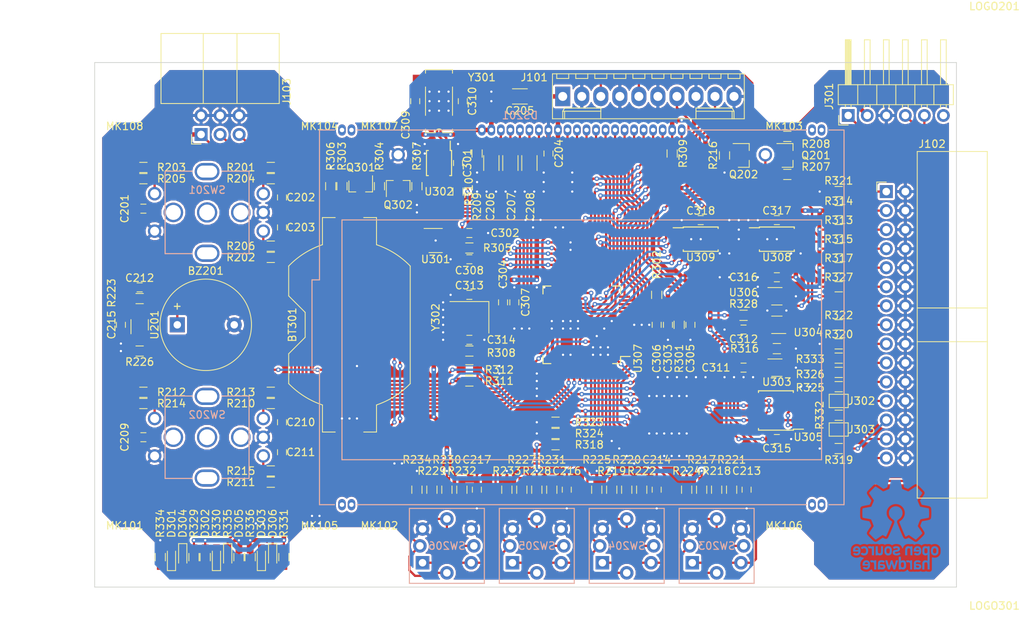
<source format=kicad_pcb>
(kicad_pcb (version 4) (host pcbnew 4.0.7)
  (title_block (title "MTE User Interface") (date 2018-03-04) (rev 0) (comment 1 "Preliminary design") (comment 3 "Repository: https://github.com/void-error/MTE_UI_HW") (comment 4 "License: TAPR Open Hardware License - https://www.tapr.org/ohl"))
  (layers (0 F.Cu signal) (31 B.Cu signal) (34 B.Paste user) (35 F.Paste user) (36 B.SilkS user) (37 F.SilkS user) (38 B.Mask user) (39 F.Mask user) (44 Edge.Cuts user))
  (net 0 "")
  (net 1 GND)
  (net 2 "/Microcontroller & Peripherals/OSC1")
  (net 3 "/Microcontroller & Peripherals/SW1")
  (net 4 "/Microcontroller & Peripherals/SW2")
  (net 5 "/Microcontroller & Peripherals/ENC1_A")
  (net 6 "/Microcontroller & Peripherals/ENC2_A")
  (net 7 "/Microcontroller & Peripherals/ENC1_B")
  (net 8 "/Microcontroller & Peripherals/ENC2_B")
  (net 9 "/Microcontroller & Peripherals/SW3")
  (net 10 "/Microcontroller & Peripherals/ENC1_S")
  (net 11 "/Microcontroller & Peripherals/ENC2_S")
  (net 12 "/Microcontroller & Peripherals/SW4")
  (net 13 "/Microcontroller & Peripherals/ACT_UART")
  (net 14 "/Microcontroller & Peripherals/ACT_I2C_1-WIRE")
  (net 15 "/Microcontroller & Peripherals/ACT_595_SPI")
  (net 16 "/Microcontroller & Peripherals/SYNC")
  (net 17 "/Microcontroller & Peripherals/FAN_PWM")
  (net 18 "/Microcontroller & Peripherals/BUS_CLKR")
  (net 19 "/Microcontroller & Peripherals/BUS_SDA")
  (net 20 "/Microcontroller & Peripherals/BUS_SCL")
  (net 21 "/Microcontroller & Peripherals/BUS_TX")
  (net 22 "/Microcontroller & Peripherals/BUS_RX")
  (net 23 "/Microcontroller & Peripherals/BUS_1-WIRE")
  (net 24 "/Microcontroller & Peripherals/BUS_GPI")
  (net 25 "/Microcontroller & Peripherals/BUS_QS")
  (net 26 "/Microcontroller & Peripherals/BUS_SH_CP")
  (net 27 "/Microcontroller & Peripherals/BUS_MOSI")
  (net 28 "/Microcontroller & Peripherals/BUS_MISO")
  (net 29 "/Microcontroller & Peripherals/BUS_SCLK")
  (net 30 "/Microcontroller & Peripherals/BUS_~CS~")
  (net 31 "/Microcontroller & Peripherals/VPP")
  (net 32 "/Microcontroller & Peripherals/ICSPDAT")
  (net 33 "/Microcontroller & Peripherals/ICSPCLK")
  (net 34 "/Microcontroller & Peripherals/EN_VBAT")
  (net 35 "/Microcontroller & Peripherals/LCD_~CS~")
  (net 36 "/Microcontroller & Peripherals/BL_SW1")
  (net 37 "/Microcontroller & Peripherals/BL_SW2")
  (net 38 "/Microcontroller & Peripherals/BL_SW3")
  (net 39 "/Microcontroller & Peripherals/BL_SW4")
  (net 40 "/Microcontroller & Peripherals/SENSE_VBAT")
  (net 41 "/Microcontroller & Peripherals/BUS_ST_CP")
  (net 42 "Net-(C305-Pad1)")
  (net 43 "Net-(Q201-Pad1)")
  (net 44 "Net-(Q201-Pad2)")
  (net 45 "/Microcontroller & Peripherals/LCD_E")
  (net 46 "/Microcontroller & Peripherals/LCD_D0")
  (net 47 "/Microcontroller & Peripherals/LCD_D1")
  (net 48 "/Microcontroller & Peripherals/LCD_D2")
  (net 49 "/Microcontroller & Peripherals/LCD_D3")
  (net 50 "/Microcontroller & Peripherals/LCD_D4")
  (net 51 "/Microcontroller & Peripherals/LCD_D5")
  (net 52 "/Microcontroller & Peripherals/LCD_D6")
  (net 53 "/Microcontroller & Peripherals/LCD_D7")
  (net 54 "/Microcontroller & Peripherals/FAN_RPM0")
  (net 55 "/Microcontroller & Peripherals/FAN_RPM1")
  (net 56 "/Microcontroller & Peripherals/BUS_GPO")
  (net 57 "/Microcontroller & Peripherals/BL")
  (net 58 "/Microcontroller & Peripherals/OSC2")
  (net 59 "/Microcontroller & Peripherals/MFP")
  (net 60 "/Microcontroller & Peripherals/BZ")
  (net 61 "Net-(C207-Pad1)")
  (net 62 VBUS)
  (net 63 "/Microcontroller & Peripherals/LCD_C|D")
  (net 64 "/Microcontroller & Peripherals/LCD_R|~W~")
  (net 65 "Net-(BT301-Pad1)")
  (net 66 "Net-(BZ201-Pad1)")
  (net 67 "Net-(C206-Pad1)")
  (net 68 "Net-(C207-Pad2)")
  (net 69 "Net-(C208-Pad1)")
  (net 70 "Net-(C208-Pad2)")
  (net 71 "Net-(C212-Pad1)")
  (net 72 "Net-(C309-Pad1)")
  (net 73 "Net-(D301-Pad1)")
  (net 74 "Net-(D302-Pad1)")
  (net 75 "Net-(D303-Pad1)")
  (net 76 "Net-(DS201-Pad31)")
  (net 77 "Net-(J302-Pad1)")
  (net 78 "Net-(J303-Pad1)")
  (net 79 "Net-(Q301-Pad1)")
  (net 80 "Net-(Q301-Pad2)")
  (net 81 "Net-(R201-Pad2)")
  (net 82 "Net-(R202-Pad2)")
  (net 83 "Net-(R203-Pad2)")
  (net 84 "Net-(R210-Pad2)")
  (net 85 "Net-(R211-Pad2)")
  (net 86 "Net-(R212-Pad2)")
  (net 87 "Net-(R217-Pad2)")
  (net 88 "Net-(R218-Pad2)")
  (net 89 "Net-(R219-Pad2)")
  (net 90 "Net-(R220-Pad2)")
  (net 91 "Net-(R223-Pad2)")
  (net 92 "Net-(R227-Pad2)")
  (net 93 "Net-(R228-Pad2)")
  (net 94 "Net-(R229-Pad2)")
  (net 95 "Net-(R325-Pad1)")
  (net 96 "Net-(R332-Pad1)")
  (net 97 "Net-(U303-Pad3)")
  (net 98 "Net-(U303-Pad4)")
  (net 99 "Net-(R230-Pad2)")
  (net 100 "Net-(C310-Pad1)")
  (net 101 "Net-(C314-Pad1)")
  (net 102 "Net-(R303-Pad2)")
  (net 103 "Net-(R305-Pad1)")
  (net 104 "Net-(R326-Pad1)")
  (net 105 "Net-(R333-Pad1)")
  (net 106 "/Microcontroller & Peripherals/EXT_RX")
  (net 107 "/Microcontroller & Peripherals/EXT_TX")
  (net 108 "/Microcontroller & Peripherals/1-WIRE-RX")
  (net 109 "/Microcontroller & Peripherals/1-WIRE-TX")
  (net 110 "Net-(R316-Pad2)")
  (module Resistors_SMD:R_0603_HandSoldering (layer F.Cu) (at 96.5 105.5)
    (fp_text reference R214 (at 3.75 0) (layer F.SilkS))
    (fp_text value 1k)
    (pad 1 smd rect (at -1.1 0) (size 1.2 0.9) (layers F.Cu F.Paste F.Mask) (net 11 "/Microcontroller & Peripherals/ENC2_S"))
    (pad 2 smd rect (at 1.1 0) (size 1.2 0.9) (layers F.Cu F.Paste F.Mask) (net 86 "Net-(R212-Pad2)"))
  )
  (module Battery_Holders:Keystone_1058_1x2032-CoinCell (layer F.Cu) (at 124 95 270)
    (fp_text reference BT301 (at 0 7.62 270) (layer F.SilkS))
    (fp_text value CR2032)
    (pad 1 smd rect (at -14.68 0 270) (size 2.54 3.51) (layers F.Cu F.Paste F.Mask) (net 65 "Net-(BT301-Pad1)"))
    (pad 2 smd rect (at 14.68 0 270) (size 2.54 3.51) (layers F.Cu F.Paste F.Mask) (net 1 GND))
  )
  (module Housings_SSOP:TSSOP-14_4.4x5mm_Pitch0.65mm (layer F.Cu) (at 180.908 106.43 180)
    (fp_text reference U305 (at -4.318 -3.556 180) (layer F.SilkS))
    (fp_text value 74HC08)
    (pad 1 smd rect (at -2.95 -1.95 180) (size 1.45 0.45) (layers F.Cu F.Paste F.Mask) (net 97 "Net-(U303-Pad3)"))
    (pad 2 smd rect (at -2.95 -1.3 180) (size 1.45 0.45) (layers F.Cu F.Paste F.Mask) (net 78 "Net-(J303-Pad1)"))
    (pad 3 smd rect (at -2.95 -0.65 180) (size 1.45 0.45) (layers F.Cu F.Paste F.Mask) (net 96 "Net-(R332-Pad1)"))
    (pad 4 smd rect (at -2.95 0 180) (size 1.45 0.45) (layers F.Cu F.Paste F.Mask) (net 97 "Net-(U303-Pad3)"))
    (pad 5 smd rect (at -2.95 0.65 180) (size 1.45 0.45) (layers F.Cu F.Paste F.Mask) (net 77 "Net-(J302-Pad1)"))
    (pad 6 smd rect (at -2.95 1.3 180) (size 1.45 0.45) (layers F.Cu F.Paste F.Mask) (net 95 "Net-(R325-Pad1)"))
    (pad 7 smd rect (at -2.95 1.95 180) (size 1.45 0.45) (layers F.Cu F.Paste F.Mask) (net 1 GND))
    (pad 8 smd rect (at 2.95 1.95 180) (size 1.45 0.45) (layers F.Cu F.Paste F.Mask) (net 104 "Net-(R326-Pad1)"))
    (pad 9 smd rect (at 2.95 1.3 180) (size 1.45 0.45) (layers F.Cu F.Paste F.Mask) (net 98 "Net-(U303-Pad4)"))
    (pad 10 smd rect (at 2.95 0.65 180) (size 1.45 0.45) (layers F.Cu F.Paste F.Mask) (net 77 "Net-(J302-Pad1)"))
    (pad 11 smd rect (at 2.95 0 180) (size 1.45 0.45) (layers F.Cu F.Paste F.Mask) (net 105 "Net-(R333-Pad1)"))
    (pad 12 smd rect (at 2.95 -0.65 180) (size 1.45 0.45) (layers F.Cu F.Paste F.Mask) (net 98 "Net-(U303-Pad4)"))
    (pad 13 smd rect (at 2.95 -1.3 180) (size 1.45 0.45) (layers F.Cu F.Paste F.Mask) (net 78 "Net-(J303-Pad1)"))
    (pad 14 smd rect (at 2.95 -1.95 180) (size 1.45 0.45) (layers F.Cu F.Paste F.Mask) (net 62 VBUS))
  )
  (module TO_SOT_Packages_SMD:SOT-363_SC-70-6_Handsoldering (layer F.Cu) (at 181.035 100.715)
    (fp_text reference U303 (at 0 1.905) (layer F.SilkS))
    (fp_text value 74LVC2G14)
    (pad 1 smd rect (at -1.33 -0.65) (size 1.5 0.4) (layers F.Cu F.Paste F.Mask) (net 110 "Net-(R316-Pad2)"))
    (pad 2 smd rect (at -1.33 0) (size 1.5 0.4) (layers F.Cu F.Paste F.Mask) (net 62 VBUS))
    (pad 3 smd rect (at -1.33 0.65) (size 1.5 0.4) (layers F.Cu F.Paste F.Mask) (net 97 "Net-(U303-Pad3)"))
    (pad 4 smd rect (at 1.33 0.65) (size 1.5 0.4) (layers F.Cu F.Paste F.Mask) (net 98 "Net-(U303-Pad4)"))
    (pad 5 smd rect (at 1.33 0) (size 1.5 0.4) (layers F.Cu F.Paste F.Mask) (net 1 GND))
    (pad 6 smd rect (at 1.33 -0.65) (size 1.5 0.4) (layers F.Cu F.Paste F.Mask) (net 97 "Net-(U303-Pad3)"))
  )
  (module Resistors_SMD:R_0603_HandSoldering (layer F.Cu) (at 141.03 72.14 270)
    (fp_text reference R209 (at 7.112 0 270) (layer F.SilkS))
    (fp_text value 10M)
    (pad 1 smd rect (at -1.1 0 270) (size 1.2 0.9) (layers F.Cu F.Paste F.Mask) (net 67 "Net-(C206-Pad1)"))
    (pad 2 smd rect (at 1.1 0 270) (size 1.2 0.9) (layers F.Cu F.Paste F.Mask) (net 1 GND))
  )
  (module Displays:ERC12864-655 (layer B.Cu) (at 155 97 180)
    (fp_text reference DS201 (at 8.255 29.94 180) (layer B.SilkS) (effects (justify mirror)))
    (fp_text value ERC-12864-655)
    (pad 23 thru_hole oval (at -31.999 -22 180) (size 1 1.5) (drill 0.6) (layers *.Cu *.Mask))
    (pad 24 thru_hole oval (at -30.729 -22 180) (size 1 1.5) (drill 0.6) (layers *.Cu *.Mask))
    (pad 25 thru_hole oval (at 30.729 -22 180) (size 1 1.5) (drill 0.6) (layers *.Cu *.Mask))
    (pad 26 thru_hole oval (at 31.999 -22 180) (size 1 1.5) (drill 0.6) (layers *.Cu *.Mask))
    (pad 27 thru_hole oval (at 31.999 28 180) (size 1 1.5) (drill 0.6) (layers *.Cu *.Mask))
    (pad 28 thru_hole oval (at 30.729 28 180) (size 1 1.5) (drill 0.6) (layers *.Cu *.Mask))
    (pad 29 thru_hole oval (at -30.729 28 180) (size 1 1.5) (drill 0.6) (layers *.Cu *.Mask))
    (pad 30 thru_hole oval (at -31.999 28 180) (size 1 1.5) (drill 0.6) (layers *.Cu *.Mask))
    (pad 1 thru_hole oval (at -13.335 28 180) (size 1 1.5) (drill 0.6) (layers *.Cu *.Mask) (net 35 "/Microcontroller & Peripherals/LCD_~CS~"))
    (pad 2 thru_hole oval (at -12.065 28 180) (size 1 1.5) (drill 0.6) (layers *.Cu *.Mask) (net 62 VBUS))
    (pad 3 thru_hole oval (at -10.795 28 180) (size 1 1.5) (drill 0.6) (layers *.Cu *.Mask) (net 63 "/Microcontroller & Peripherals/LCD_C|D"))
    (pad 4 thru_hole oval (at -9.525 28 180) (size 1 1.5) (drill 0.6) (layers *.Cu *.Mask) (net 64 "/Microcontroller & Peripherals/LCD_R|~W~"))
    (pad 5 thru_hole oval (at -8.255 28 180) (size 1 1.5) (drill 0.6) (layers *.Cu *.Mask) (net 45 "/Microcontroller & Peripherals/LCD_E"))
    (pad 6 thru_hole oval (at -6.985 28 180) (size 1 1.5) (drill 0.6) (layers *.Cu *.Mask) (net 46 "/Microcontroller & Peripherals/LCD_D0"))
    (pad 7 thru_hole oval (at -5.715 28 180) (size 1 1.5) (drill 0.6) (layers *.Cu *.Mask) (net 47 "/Microcontroller & Peripherals/LCD_D1"))
    (pad 8 thru_hole oval (at -4.445 28 180) (size 1 1.5) (drill 0.6) (layers *.Cu *.Mask) (net 48 "/Microcontroller & Peripherals/LCD_D2"))
    (pad 9 thru_hole oval (at -3.175 28 180) (size 1 1.5) (drill 0.6) (layers *.Cu *.Mask) (net 49 "/Microcontroller & Peripherals/LCD_D3"))
    (pad 10 thru_hole oval (at -1.905 28 180) (size 1 1.5) (drill 0.6) (layers *.Cu *.Mask) (net 50 "/Microcontroller & Peripherals/LCD_D4"))
    (pad 11 thru_hole oval (at -0.635 28 180) (size 1 1.5) (drill 0.6) (layers *.Cu *.Mask) (net 51 "/Microcontroller & Peripherals/LCD_D5"))
    (pad 12 thru_hole oval (at 0.635 28 180) (size 1 1.5) (drill 0.6) (layers *.Cu *.Mask) (net 52 "/Microcontroller & Peripherals/LCD_D6"))
    (pad 13 thru_hole oval (at 1.905 28 180) (size 1 1.5) (drill 0.6) (layers *.Cu *.Mask) (net 53 "/Microcontroller & Peripherals/LCD_D7"))
    (pad 14 thru_hole oval (at 3.175 28 180) (size 1 1.5) (drill 0.6) (layers *.Cu *.Mask) (net 62 VBUS))
    (pad 15 thru_hole oval (at 4.445 28 180) (size 1 1.5) (drill 0.6) (layers *.Cu *.Mask) (net 1 GND))
    (pad 16 thru_hole oval (at 5.715 28 180) (size 1 1.5) (drill 0.6) (layers *.Cu *.Mask) (net 69 "Net-(C208-Pad1)"))
    (pad 17 thru_hole oval (at 6.985 28 180) (size 1 1.5) (drill 0.6) (layers *.Cu *.Mask) (net 70 "Net-(C208-Pad2)"))
    (pad 18 thru_hole oval (at 8.255 28 180) (size 1 1.5) (drill 0.6) (layers *.Cu *.Mask) (net 68 "Net-(C207-Pad2)"))
    (pad 19 thru_hole oval (at 9.525 28 180) (size 1 1.5) (drill 0.6) (layers *.Cu *.Mask) (net 61 "Net-(C207-Pad1)"))
    (pad 20 thru_hole oval (at 10.795 28 180) (size 1 1.5) (drill 0.6) (layers *.Cu *.Mask) (net 67 "Net-(C206-Pad1)"))
    (pad 21 thru_hole oval (at 12.065 28 180) (size 1 1.5) (drill 0.6) (layers *.Cu *.Mask) (net 62 VBUS))
    (pad 22 thru_hole oval (at 13.335 28 180) (size 1 1.5) (drill 0.6) (layers *.Cu *.Mask) (net 62 VBUS))
    (pad 31 thru_hole circle (at -24.5 24.7 180) (size 1.8 1.8) (drill 1.2) (layers *.Cu *.Mask) (net 76 "Net-(DS201-Pad31)"))
    (pad 32 thru_hole circle (at 24.5 24.7 180) (size 1.8 1.8) (drill 1.2) (layers *.Cu *.Mask) (net 1 GND))
  )
  (module Buzzers_Beepers:Buzzer_12x9.5RM7.6 (layer F.Cu) (at 101.025 95)
    (fp_text reference BZ201 (at 3.8 -7.2) (layer F.SilkS))
    (fp_text value Buzzer)
    (fp_text user + (at -0.01 -2.54) (layer F.SilkS))
    (pad 1 thru_hole rect (at 0 0) (size 2 2) (drill 1) (layers *.Cu *.Mask) (net 66 "Net-(BZ201-Pad1)"))
    (pad 2 thru_hole circle (at 7.6 0) (size 2 2) (drill 1) (layers *.Cu *.Mask) (net 1 GND))
  )
  (module Capacitors_SMD:C_1206_HandSoldering (layer F.Cu) (at 142.935 73.41 270)
    (fp_text reference C206 (at 5.842 0.127 270) (layer F.SilkS))
    (fp_text value 330n)
    (pad 1 smd rect (at -2 0 270) (size 2 1.6) (layers F.Cu F.Paste F.Mask) (net 67 "Net-(C206-Pad1)"))
    (pad 2 smd rect (at 2 0 270) (size 2 1.6) (layers F.Cu F.Paste F.Mask) (net 1 GND))
  )
  (module Capacitors_SMD:C_1206_HandSoldering (layer F.Cu) (at 145.475 73.41 270)
    (fp_text reference C207 (at 5.842 -0.127 270) (layer F.SilkS))
    (fp_text value 2u2)
    (pad 1 smd rect (at -2 0 270) (size 2 1.6) (layers F.Cu F.Paste F.Mask) (net 61 "Net-(C207-Pad1)"))
    (pad 2 smd rect (at 2 0 270) (size 2 1.6) (layers F.Cu F.Paste F.Mask) (net 68 "Net-(C207-Pad2)"))
  )
  (module Capacitors_SMD:C_1206_HandSoldering (layer F.Cu) (at 148.015 73.41 90)
    (fp_text reference C208 (at -5.842 0.127 90) (layer F.SilkS))
    (fp_text value 2u2)
    (pad 1 smd rect (at -2 0 90) (size 2 1.6) (layers F.Cu F.Paste F.Mask) (net 69 "Net-(C208-Pad1)"))
    (pad 2 smd rect (at 2 0 90) (size 2 1.6) (layers F.Cu F.Paste F.Mask) (net 70 "Net-(C208-Pad2)"))
  )
  (module Capacitors_SMD:C_0603_HandSoldering (layer F.Cu) (at 150.555 72.14 90)
    (fp_text reference C204 (at 0 1.397 90) (layer F.SilkS))
    (fp_text value 100n)
    (pad 1 smd rect (at -0.95 0 90) (size 1.2 0.75) (layers F.Cu F.Paste F.Mask) (net 62 VBUS))
    (pad 2 smd rect (at 0.95 0 90) (size 1.2 0.75) (layers F.Cu F.Paste F.Mask) (net 1 GND))
  )
  (module Capacitors_SMD:C_0603_HandSoldering (layer F.Cu) (at 93.5 95 90)
    (fp_text reference C215 (at 0 -1.25 90) (layer F.SilkS))
    (fp_text value 100n)
    (pad 1 smd rect (at -0.95 0 90) (size 1.2 0.75) (layers F.Cu F.Paste F.Mask) (net 1 GND))
    (pad 2 smd rect (at 0.95 0 90) (size 1.2 0.75) (layers F.Cu F.Paste F.Mask) (net 62 VBUS))
  )
  (module Connectors_Molex:Molex_KK-6410-10_10x2.54mm_Straight (layer F.Cu) (at 152.46 64.52)
    (fp_text reference J101 (at -3.81 -2.54) (layer F.SilkS))
    (fp_text value MOLEX_KK-254)
    (pad 1 thru_hole rect (at 0 0) (size 2 2.6) (drill 1.2) (layers *.Cu *.Mask) (net 62 VBUS))
    (pad 2 thru_hole oval (at 2.54 0) (size 2 2.6) (drill 1.2) (layers *.Cu *.Mask) (net 1 GND))
    (pad 3 thru_hole oval (at 5.08 0) (size 2 2.6) (drill 1.2) (layers *.Cu *.Mask) (net 16 "/Microcontroller & Peripherals/SYNC"))
    (pad 4 thru_hole oval (at 7.62 0) (size 2 2.6) (drill 1.2) (layers *.Cu *.Mask) (net 1 GND))
    (pad 5 thru_hole oval (at 10.16 0) (size 2 2.6) (drill 1.2) (layers *.Cu *.Mask) (net 17 "/Microcontroller & Peripherals/FAN_PWM"))
    (pad 6 thru_hole oval (at 12.7 0) (size 2 2.6) (drill 1.2) (layers *.Cu *.Mask) (net 1 GND))
    (pad 7 thru_hole oval (at 15.24 0) (size 2 2.6) (drill 1.2) (layers *.Cu *.Mask) (net 54 "/Microcontroller & Peripherals/FAN_RPM0"))
    (pad 8 thru_hole oval (at 17.78 0) (size 2 2.6) (drill 1.2) (layers *.Cu *.Mask) (net 1 GND))
    (pad 9 thru_hole oval (at 20.32 0) (size 2 2.6) (drill 1.2) (layers *.Cu *.Mask) (net 55 "/Microcontroller & Peripherals/FAN_RPM1"))
    (pad 10 thru_hole oval (at 22.86 0) (size 2 2.6) (drill 1.2) (layers *.Cu *.Mask) (net 1 GND))
  )
  (module Pin_Headers:Pin_Header_Angled_1x06_Pitch2.54mm (layer F.Cu) (at 190.56 67.06 90)
    (fp_text reference J301 (at 2.54 -2.54 90) (layer F.SilkS))
    (fp_text value Pin_Header_01x06)
    (pad 1 thru_hole rect (at 0 0 90) (size 1.7 1.7) (drill 1) (layers *.Cu *.Mask) (net 31 "/Microcontroller & Peripherals/VPP"))
    (pad 2 thru_hole oval (at 0 2.54 90) (size 1.7 1.7) (drill 1) (layers *.Cu *.Mask) (net 62 VBUS))
    (pad 3 thru_hole oval (at 0 5.08 90) (size 1.7 1.7) (drill 1) (layers *.Cu *.Mask) (net 1 GND))
    (pad 4 thru_hole oval (at 0 7.62 90) (size 1.7 1.7) (drill 1) (layers *.Cu *.Mask) (net 32 "/Microcontroller & Peripherals/ICSPDAT"))
    (pad 5 thru_hole oval (at 0 10.16 90) (size 1.7 1.7) (drill 1) (layers *.Cu *.Mask) (net 33 "/Microcontroller & Peripherals/ICSPCLK"))
    (pad 6 thru_hole oval (at 0 12.7 90) (size 1.7 1.7) (drill 1) (layers *.Cu *.Mask))
  )
  (module Mounting_Holes:MountingHole_3.2mm_M3 (layer F.Cu) (at 120 126)
    (fp_text reference MK105 (at 0 -4.2) (layer F.SilkS))
    (fp_text value Mounting_Hole)
    (pad 1 np_thru_hole circle (at 0 0) (size 3.2 3.2) (drill 3.2) (layers *.Cu *.Mask))
  )
  (module Mounting_Holes:MountingHole_3.2mm_M3 (layer F.Cu) (at 128 126)
    (fp_text reference MK102 (at 0 -4.2) (layer F.SilkS))
    (fp_text value Mounting_Hole)
    (pad 1 np_thru_hole circle (at 0 0) (size 3.2 3.2) (drill 3.2) (layers *.Cu *.Mask))
  )
  (module Mounting_Holes:MountingHole_3.2mm_M3 (layer F.Cu) (at 182 126)
    (fp_text reference MK106 (at 0 -4.2) (layer F.SilkS))
    (fp_text value Mounting_Hole)
    (pad 1 np_thru_hole circle (at 0 0) (size 3.2 3.2) (drill 3.2) (layers *.Cu *.Mask))
  )
  (module Mounting_Holes:MountingHole_3.2mm_M3 (layer F.Cu) (at 182 64)
    (fp_text reference MK103 (at 0 4.5) (layer F.SilkS))
    (fp_text value Mounting_Hole)
    (pad 1 np_thru_hole circle (at 0 0) (size 3.2 3.2) (drill 3.2) (layers *.Cu *.Mask))
  )
  (module Mounting_Holes:MountingHole_3.2mm_M3 (layer F.Cu) (at 128 64)
    (fp_text reference MK107 (at 0 4.5) (layer F.SilkS))
    (fp_text value Mounting_Hole)
    (pad 1 np_thru_hole circle (at 0 0) (size 3.2 3.2) (drill 3.2) (layers *.Cu *.Mask))
  )
  (module Mounting_Holes:MountingHole_3.2mm_M3 (layer F.Cu) (at 120 64)
    (fp_text reference MK104 (at 0 4.5) (layer F.SilkS))
    (fp_text value Mounting_Hole)
    (pad 1 np_thru_hole circle (at 0 0) (size 3.2 3.2) (drill 3.2) (layers *.Cu *.Mask))
  )
  (module Mounting_Holes:MountingHole_3.2mm_M3 (layer F.Cu) (at 94 64)
    (fp_text reference MK108 (at 0 4.5) (layer F.SilkS))
    (fp_text value Mounting_Hole)
    (pad 1 np_thru_hole circle (at 0 0) (size 3.2 3.2) (drill 3.2) (layers *.Cu *.Mask))
  )
  (module TO_SOT_Packages_SMD:SOT-23 (layer F.Cu) (at 176.59 72.394)
    (fp_text reference Q202 (at 0 2.54 180) (layer F.SilkS))
    (fp_text value BSS138)
    (pad 1 smd rect (at -1 -0.95) (size 0.9 0.8) (layers F.Cu F.Paste F.Mask) (net 57 "/Microcontroller & Peripherals/BL"))
    (pad 2 smd rect (at -1 0.95) (size 0.9 0.8) (layers F.Cu F.Paste F.Mask) (net 1 GND))
    (pad 3 smd rect (at 1 0) (size 0.9 0.8) (layers F.Cu F.Paste F.Mask) (net 43 "Net-(Q201-Pad1)"))
  )
  (module Resistors_SMD:R_0603_HandSoldering (layer F.Cu) (at 182.432 69.854 180)
    (fp_text reference R208 (at -3.81 -1.016 180) (layer F.SilkS))
    (fp_text value 3k3)
    (pad 1 smd rect (at -1.1 0 180) (size 1.2 0.9) (layers F.Cu F.Paste F.Mask) (net 62 VBUS))
    (pad 2 smd rect (at 1.1 0 180) (size 1.2 0.9) (layers F.Cu F.Paste F.Mask) (net 43 "Net-(Q201-Pad1)"))
  )
  (module Resistors_SMD:R_0603_HandSoldering (layer F.Cu) (at 174.05 72.394 270)
    (fp_text reference R216 (at 0 1.524 270) (layer F.SilkS))
    (fp_text value 100k)
    (pad 1 smd rect (at -1.1 0 270) (size 1.2 0.9) (layers F.Cu F.Paste F.Mask) (net 57 "/Microcontroller & Peripherals/BL"))
    (pad 2 smd rect (at 1.1 0 270) (size 1.2 0.9) (layers F.Cu F.Paste F.Mask) (net 1 GND))
  )
  (module Resistors_SMD:R_0603_HandSoldering (layer F.Cu) (at 182.432 74.934)
    (fp_text reference R207 (at 3.81 -1.016) (layer F.SilkS))
    (fp_text value 33R)
    (pad 1 smd rect (at -1.1 0) (size 1.2 0.9) (layers F.Cu F.Paste F.Mask) (net 76 "Net-(DS201-Pad31)"))
    (pad 2 smd rect (at 1.1 0) (size 1.2 0.9) (layers F.Cu F.Paste F.Mask) (net 44 "Net-(Q201-Pad2)"))
  )
  (module Resistors_SMD:R_0603_HandSoldering (layer F.Cu) (at 113.5 104 180)
    (fp_text reference R210 (at 4 -1.5 180) (layer F.SilkS))
    (fp_text value 10k)
    (pad 1 smd rect (at -1.1 0 180) (size 1.2 0.9) (layers F.Cu F.Paste F.Mask) (net 62 VBUS))
    (pad 2 smd rect (at 1.1 0 180) (size 1.2 0.9) (layers F.Cu F.Paste F.Mask) (net 84 "Net-(R210-Pad2)"))
  )
  (module Button_Switch_THT:SW_TH_Tactile_Omron_B3W-9000 (layer B.Cu) (at 173 124.5)
    (fp_text reference SW203 (at 0 0) (layer B.SilkS) (effects (justify mirror)))
    (fp_text value B3W-9000-RG2N)
    (pad 1 thru_hole rect (at -3.25 2.25) (size 1.8 1.8) (drill 1) (layers *.Cu *.Mask) (net 88 "Net-(R218-Pad2)"))
    (pad 2 thru_hole circle (at 3.25 2.25) (size 1.8 1.8) (drill 1) (layers *.Cu *.Mask) (net 88 "Net-(R218-Pad2)"))
    (pad 3 thru_hole circle (at -3.25 -2.25) (size 1.8 1.8) (drill 1) (layers *.Cu *.Mask) (net 1 GND))
    (pad 4 thru_hole circle (at 3.25 -2.25) (size 1.8 1.8) (drill 1) (layers *.Cu *.Mask) (net 1 GND))
    (pad 5 thru_hole circle (at 0 -3.6) (size 1.8 1.8) (drill 1) (layers *.Cu *.Mask) (net 87 "Net-(R217-Pad2)"))
    (pad 7 thru_hole circle (at 0 3.6) (size 1.8 1.8) (drill 1) (layers *.Cu *.Mask) (net 36 "/Microcontroller & Peripherals/BL_SW1"))
    (pad 6 thru_hole circle (at -3.6 0) (size 1.8 1.8) (drill 1) (layers *.Cu *.Mask) (net 36 "/Microcontroller & Peripherals/BL_SW1"))
    (pad 8 thru_hole circle (at 3.6 0) (size 1.8 1.8) (drill 1) (layers *.Cu *.Mask) (net 87 "Net-(R217-Pad2)"))
  )
  (module Button_Switch_THT:SW_TH_Tactile_Omron_B3W-9000 (layer B.Cu) (at 149 124.5)
    (fp_text reference SW205 (at 0 0) (layer B.SilkS) (effects (justify mirror)))
    (fp_text value B3W-9000-RG2N)
    (pad 1 thru_hole rect (at -3.25 2.25) (size 1.8 1.8) (drill 1) (layers *.Cu *.Mask) (net 93 "Net-(R228-Pad2)"))
    (pad 2 thru_hole circle (at 3.25 2.25) (size 1.8 1.8) (drill 1) (layers *.Cu *.Mask) (net 93 "Net-(R228-Pad2)"))
    (pad 3 thru_hole circle (at -3.25 -2.25) (size 1.8 1.8) (drill 1) (layers *.Cu *.Mask) (net 1 GND))
    (pad 4 thru_hole circle (at 3.25 -2.25) (size 1.8 1.8) (drill 1) (layers *.Cu *.Mask) (net 1 GND))
    (pad 5 thru_hole circle (at 0 -3.6) (size 1.8 1.8) (drill 1) (layers *.Cu *.Mask) (net 92 "Net-(R227-Pad2)"))
    (pad 7 thru_hole circle (at 0 3.6) (size 1.8 1.8) (drill 1) (layers *.Cu *.Mask) (net 38 "/Microcontroller & Peripherals/BL_SW3"))
    (pad 6 thru_hole circle (at -3.6 0) (size 1.8 1.8) (drill 1) (layers *.Cu *.Mask) (net 38 "/Microcontroller & Peripherals/BL_SW3"))
    (pad 8 thru_hole circle (at 3.6 0) (size 1.8 1.8) (drill 1) (layers *.Cu *.Mask) (net 92 "Net-(R227-Pad2)"))
  )
  (module Button_Switch_THT:SW_TH_Tactile_Omron_B3W-9000 (layer B.Cu) (at 161 124.5)
    (fp_text reference SW204 (at 0 0) (layer B.SilkS) (effects (justify mirror)))
    (fp_text value B3W-9000-RG2N)
    (pad 1 thru_hole rect (at -3.25 2.25) (size 1.8 1.8) (drill 1) (layers *.Cu *.Mask) (net 90 "Net-(R220-Pad2)"))
    (pad 2 thru_hole circle (at 3.25 2.25) (size 1.8 1.8) (drill 1) (layers *.Cu *.Mask) (net 90 "Net-(R220-Pad2)"))
    (pad 3 thru_hole circle (at -3.25 -2.25) (size 1.8 1.8) (drill 1) (layers *.Cu *.Mask) (net 1 GND))
    (pad 4 thru_hole circle (at 3.25 -2.25) (size 1.8 1.8) (drill 1) (layers *.Cu *.Mask) (net 1 GND))
    (pad 5 thru_hole circle (at 0 -3.6) (size 1.8 1.8) (drill 1) (layers *.Cu *.Mask) (net 89 "Net-(R219-Pad2)"))
    (pad 7 thru_hole circle (at 0 3.6) (size 1.8 1.8) (drill 1) (layers *.Cu *.Mask) (net 37 "/Microcontroller & Peripherals/BL_SW2"))
    (pad 6 thru_hole circle (at -3.6 0) (size 1.8 1.8) (drill 1) (layers *.Cu *.Mask) (net 37 "/Microcontroller & Peripherals/BL_SW2"))
    (pad 8 thru_hole circle (at 3.6 0) (size 1.8 1.8) (drill 1) (layers *.Cu *.Mask) (net 89 "Net-(R219-Pad2)"))
  )
  (module Button_Switch_THT:SW_TH_Tactile_Omron_B3W-9000 (layer B.Cu) (at 137 124.5)
    (fp_text reference SW206 (at 0 0) (layer B.SilkS) (effects (justify mirror)))
    (fp_text value B3W-9000-RG2N)
    (pad 1 thru_hole rect (at -3.25 2.25) (size 1.8 1.8) (drill 1) (layers *.Cu *.Mask) (net 99 "Net-(R230-Pad2)"))
    (pad 2 thru_hole circle (at 3.25 2.25) (size 1.8 1.8) (drill 1) (layers *.Cu *.Mask) (net 99 "Net-(R230-Pad2)"))
    (pad 3 thru_hole circle (at -3.25 -2.25) (size 1.8 1.8) (drill 1) (layers *.Cu *.Mask) (net 1 GND))
    (pad 4 thru_hole circle (at 3.25 -2.25) (size 1.8 1.8) (drill 1) (layers *.Cu *.Mask) (net 1 GND))
    (pad 5 thru_hole circle (at 0 -3.6) (size 1.8 1.8) (drill 1) (layers *.Cu *.Mask) (net 94 "Net-(R229-Pad2)"))
    (pad 7 thru_hole circle (at 0 3.6) (size 1.8 1.8) (drill 1) (layers *.Cu *.Mask) (net 39 "/Microcontroller & Peripherals/BL_SW4"))
    (pad 6 thru_hole circle (at -3.6 0) (size 1.8 1.8) (drill 1) (layers *.Cu *.Mask) (net 39 "/Microcontroller & Peripherals/BL_SW4"))
    (pad 8 thru_hole circle (at 3.6 0) (size 1.8 1.8) (drill 1) (layers *.Cu *.Mask) (net 94 "Net-(R229-Pad2)"))
  )
  (module Button_Switch_THT:SW_TH_Encoding_Alps_EC11K-S (layer B.Cu) (at 105 80 270)
    (fp_text reference SW201 (at -3 0 360) (layer B.SilkS) (effects (justify mirror)))
    (fp_text value EC11K1524402)
    (pad "" np_thru_hole circle (at 0 0 270) (size 2.7 2.7) (drill 2.1) (layers *.Cu *.Mask))
    (pad "" np_thru_hole circle (at 0 -4.5 270) (size 2.6 2.6) (drill 2) (layers *.Cu *.Mask))
    (pad 1 thru_hole circle (at -2.5 -7.5 270) (size 1.8 1.8) (drill 1.2) (layers *.Cu *.Mask) (net 81 "Net-(R201-Pad2)"))
    (pad 2 thru_hole circle (at 0 -7.5 270) (size 1.8 1.8) (drill 1.2) (layers *.Cu *.Mask) (net 1 GND))
    (pad 3 thru_hole circle (at 2.5 -7.5 270) (size 1.8 1.8) (drill 1.2) (layers *.Cu *.Mask) (net 82 "Net-(R202-Pad2)"))
    (pad 7 thru_hole circle (at -2.5 7 270) (size 1.8 1.8) (drill 1.2) (layers *.Cu *.Mask) (net 83 "Net-(R203-Pad2)"))
    (pad 6 thru_hole circle (at 2.5 7 270) (size 1.8 1.8) (drill 1.2) (layers *.Cu *.Mask) (net 1 GND))
    (pad 5 thru_hole oval (at -5.45 0 270) (size 2.3 3.3) (drill oval 1.6 2.7) (layers *.Cu *.Mask))
    (pad 4 thru_hole oval (at 5.45 0 270) (size 2.3 3.3) (drill oval 1.6 2.7) (layers *.Cu *.Mask))
    (pad "" np_thru_hole circle (at 0 4.5 270) (size 2.6 2.6) (drill 2) (layers *.Cu *.Mask))
  )
  (module Button_Switch_THT:SW_TH_Encoding_Alps_EC11K-S (layer B.Cu) (at 105 110 270)
    (fp_text reference SW202 (at -3 0 360) (layer B.SilkS) (effects (justify mirror)))
    (fp_text value EC11K1524402)
    (pad "" np_thru_hole circle (at 0 0 270) (size 2.7 2.7) (drill 2.1) (layers *.Cu *.Mask))
    (pad "" np_thru_hole circle (at 0 -4.5 270) (size 2.6 2.6) (drill 2) (layers *.Cu *.Mask))
    (pad 1 thru_hole circle (at -2.5 -7.5 270) (size 1.8 1.8) (drill 1.2) (layers *.Cu *.Mask) (net 84 "Net-(R210-Pad2)"))
    (pad 2 thru_hole circle (at 0 -7.5 270) (size 1.8 1.8) (drill 1.2) (layers *.Cu *.Mask) (net 1 GND))
    (pad 3 thru_hole circle (at 2.5 -7.5 270) (size 1.8 1.8) (drill 1.2) (layers *.Cu *.Mask) (net 85 "Net-(R211-Pad2)"))
    (pad 7 thru_hole circle (at -2.5 7 270) (size 1.8 1.8) (drill 1.2) (layers *.Cu *.Mask) (net 86 "Net-(R212-Pad2)"))
    (pad 6 thru_hole circle (at 2.5 7 270) (size 1.8 1.8) (drill 1.2) (layers *.Cu *.Mask) (net 1 GND))
    (pad 5 thru_hole oval (at -5.45 0 270) (size 2.3 3.3) (drill oval 1.6 2.7) (layers *.Cu *.Mask))
    (pad 4 thru_hole oval (at 5.45 0 270) (size 2.3 3.3) (drill oval 1.6 2.7) (layers *.Cu *.Mask))
    (pad "" np_thru_hole circle (at 0 4.5 270) (size 2.6 2.6) (drill 2) (layers *.Cu *.Mask))
  )
  (module Housings_SSOP:TSSOP-8_4.4x3mm_Pitch0.65mm (layer F.Cu) (at 170.875 83.57)
    (fp_text reference U309 (at 0 2.413) (layer F.SilkS))
    (fp_text value 24LC512)
    (pad 1 smd rect (at -2.95 -0.975) (size 1.45 0.45) (layers F.Cu F.Paste F.Mask) (net 62 VBUS))
    (pad 2 smd rect (at -2.95 -0.325) (size 1.45 0.45) (layers F.Cu F.Paste F.Mask) (net 1 GND))
    (pad 3 smd rect (at -2.95 0.325) (size 1.45 0.45) (layers F.Cu F.Paste F.Mask) (net 1 GND))
    (pad 4 smd rect (at -2.95 0.975) (size 1.45 0.45) (layers F.Cu F.Paste F.Mask) (net 1 GND))
    (pad 5 smd rect (at 2.95 0.975) (size 1.45 0.45) (layers F.Cu F.Paste F.Mask) (net 19 "/Microcontroller & Peripherals/BUS_SDA"))
    (pad 6 smd rect (at 2.95 0.325) (size 1.45 0.45) (layers F.Cu F.Paste F.Mask) (net 20 "/Microcontroller & Peripherals/BUS_SCL"))
    (pad 7 smd rect (at 2.95 -0.325) (size 1.45 0.45) (layers F.Cu F.Paste F.Mask) (net 1 GND))
    (pad 8 smd rect (at 2.95 -0.975) (size 1.45 0.45) (layers F.Cu F.Paste F.Mask) (net 62 VBUS))
  )
  (module TO_SOT_Packages_SMD:SOT-353_SC-70-5_Handsoldering (layer F.Cu) (at 96 95 90)
    (fp_text reference U201 (at 0 2 90) (layer F.SilkS))
    (fp_text value 74LVC1G125)
    (pad 1 smd rect (at -1.33 -0.65 90) (size 1.5 0.4) (layers F.Cu F.Paste F.Mask) (net 1 GND))
    (pad 2 smd rect (at -1.33 0 90) (size 1.5 0.4) (layers F.Cu F.Paste F.Mask) (net 60 "/Microcontroller & Peripherals/BZ"))
    (pad 3 smd rect (at -1.33 0.65 90) (size 1.5 0.4) (layers F.Cu F.Paste F.Mask) (net 1 GND))
    (pad 4 smd rect (at 1.33 0.65 90) (size 1.5 0.4) (layers F.Cu F.Paste F.Mask) (net 91 "Net-(R223-Pad2)"))
    (pad 5 smd rect (at 1.33 -0.65 90) (size 1.5 0.4) (layers F.Cu F.Paste F.Mask) (net 62 VBUS))
  )
  (module Capacitors_SMD:C_0603_HandSoldering (layer F.Cu) (at 140 97)
    (fp_text reference C314 (at 4.25 0) (layer F.SilkS))
    (fp_text value 15p)
    (pad 1 smd rect (at -0.95 0) (size 1.2 0.75) (layers F.Cu F.Paste F.Mask) (net 101 "Net-(C314-Pad1)"))
    (pad 2 smd rect (at 0.95 0) (size 1.2 0.75) (layers F.Cu F.Paste F.Mask) (net 1 GND))
  )
  (module Capacitors_SMD:C_0603_HandSoldering (layer F.Cu) (at 181.035 81.03)
    (fp_text reference C317 (at 0 -1.27) (layer F.SilkS))
    (fp_text value 100n)
    (pad 1 smd rect (at -0.95 0) (size 1.2 0.75) (layers F.Cu F.Paste F.Mask) (net 1 GND))
    (pad 2 smd rect (at 0.95 0) (size 1.2 0.75) (layers F.Cu F.Paste F.Mask) (net 62 VBUS))
  )
  (module Capacitors_SMD:C_0603_HandSoldering (layer F.Cu) (at 139.125 65.155 90)
    (fp_text reference C310 (at 0 1.27 90) (layer F.SilkS))
    (fp_text value 12p)
    (pad 1 smd rect (at -0.95 0 90) (size 1.2 0.75) (layers F.Cu F.Paste F.Mask) (net 100 "Net-(C310-Pad1)"))
    (pad 2 smd rect (at 0.95 0 90) (size 1.2 0.75) (layers F.Cu F.Paste F.Mask) (net 1 GND))
  )
  (module Capacitors_SMD:C_0603_HandSoldering (layer F.Cu) (at 176.59 95.635)
    (fp_text reference C312 (at 0 1.27) (layer F.SilkS))
    (fp_text value 100n)
    (pad 1 smd rect (at -0.95 0) (size 1.2 0.75) (layers F.Cu F.Paste F.Mask) (net 1 GND))
    (pad 2 smd rect (at 0.95 0) (size 1.2 0.75) (layers F.Cu F.Paste F.Mask) (net 62 VBUS))
  )
  (module Resistors_SMD:R_0603_HandSoldering (layer F.Cu) (at 115.25 126 270)
    (fp_text reference R331 (at -4.5 0 270) (layer F.SilkS))
    (fp_text value 1k5)
    (pad 1 smd rect (at -1.1 0 270) (size 1.2 0.9) (layers F.Cu F.Paste F.Mask) (net 62 VBUS))
    (pad 2 smd rect (at 1.1 0 270) (size 1.2 0.9) (layers F.Cu F.Paste F.Mask) (net 75 "Net-(D303-Pad1)"))
  )
  (module Resistors_SMD:R_0603_HandSoldering (layer F.Cu) (at 110.75 126 90)
    (fp_text reference R336 (at 4.5 0 90) (layer F.SilkS))
    (fp_text value 1k5)
    (pad 1 smd rect (at -1.1 0 90) (size 1.2 0.9) (layers F.Cu F.Paste F.Mask) (net 75 "Net-(D303-Pad1)"))
    (pad 2 smd rect (at 1.1 0 90) (size 1.2 0.9) (layers F.Cu F.Paste F.Mask) (net 1 GND))
  )
  (module TO_SOT_Packages_SMD:SOT-353_SC-70-5_Handsoldering (layer F.Cu) (at 181.035 91.19)
    (fp_text reference U306 (at -4.445 -0.508) (layer F.SilkS))
    (fp_text value 74LVC1G125)
    (pad 1 smd rect (at -1.33 -0.65) (size 1.5 0.4) (layers F.Cu F.Paste F.Mask) (net 109 "/Microcontroller & Peripherals/1-WIRE-TX"))
    (pad 2 smd rect (at -1.33 0) (size 1.5 0.4) (layers F.Cu F.Paste F.Mask) (net 1 GND))
    (pad 3 smd rect (at -1.33 0.65) (size 1.5 0.4) (layers F.Cu F.Paste F.Mask) (net 1 GND))
    (pad 4 smd rect (at 1.33 0.65) (size 1.5 0.4) (layers F.Cu F.Paste F.Mask) (net 23 "/Microcontroller & Peripherals/BUS_1-WIRE"))
    (pad 5 smd rect (at 1.33 -0.65) (size 1.5 0.4) (layers F.Cu F.Paste F.Mask) (net 62 VBUS))
  )
  (module Crystals:Crystal_SMD_SeikoEpson_MC306-4pin_8.0x3.2mm_HandSoldering (layer F.Cu) (at 135.95 65.155 90)
    (fp_text reference Y301 (at 3.175 5.715 180) (layer F.SilkS))
    (fp_text value 32.768kHz)
    (pad 1 smd rect (at -2.815 2.075 90) (size 1.43 2.85) (layers F.Cu F.Paste F.Mask) (net 100 "Net-(C310-Pad1)"))
    (pad 2 smd rect (at 2.815 2.075 90) (size 1.43 2.85) (layers F.Cu F.Paste F.Mask))
    (pad 3 smd rect (at 2.815 -2.075 90) (size 1.43 2.85) (layers F.Cu F.Paste F.Mask))
    (pad 4 smd rect (at -2.815 -2.075 90) (size 1.43 2.85) (layers F.Cu F.Paste F.Mask) (net 72 "Net-(C309-Pad1)"))
  )
  (module Capacitors_SMD:C_0603_HandSoldering (layer F.Cu) (at 140 91 180)
    (fp_text reference C313 (at 0 1.25 180) (layer F.SilkS))
    (fp_text value 15p)
    (pad 1 smd rect (at -0.95 0 180) (size 1.2 0.75) (layers F.Cu F.Paste F.Mask) (net 2 "/Microcontroller & Peripherals/OSC1"))
    (pad 2 smd rect (at 0.95 0 180) (size 1.2 0.75) (layers F.Cu F.Paste F.Mask) (net 1 GND))
  )
  (module Capacitors_SMD:C_0603_HandSoldering (layer F.Cu) (at 176.59 100.715)
    (fp_text reference C311 (at -3.683 0) (layer F.SilkS))
    (fp_text value 100n)
    (pad 1 smd rect (at -0.95 0) (size 1.2 0.75) (layers F.Cu F.Paste F.Mask) (net 1 GND))
    (pad 2 smd rect (at 0.95 0) (size 1.2 0.75) (layers F.Cu F.Paste F.Mask) (net 62 VBUS))
  )
  (module Capacitors_SMD:C_0603_HandSoldering (layer F.Cu) (at 181.035 110.24 180)
    (fp_text reference C315 (at 0 -1.25 180) (layer F.SilkS))
    (fp_text value 100n)
    (pad 1 smd rect (at -0.95 0 180) (size 1.2 0.75) (layers F.Cu F.Paste F.Mask) (net 1 GND))
    (pad 2 smd rect (at 0.95 0 180) (size 1.2 0.75) (layers F.Cu F.Paste F.Mask) (net 62 VBUS))
  )
  (module Capacitors_SMD:C_0603_HandSoldering (layer F.Cu) (at 170.875 81.03)
    (fp_text reference C318 (at 0 -1.25) (layer F.SilkS))
    (fp_text value 100n)
    (pad 1 smd rect (at -0.95 0) (size 1.2 0.75) (layers F.Cu F.Paste F.Mask) (net 1 GND))
    (pad 2 smd rect (at 0.95 0) (size 1.2 0.75) (layers F.Cu F.Paste F.Mask) (net 62 VBUS))
  )
  (module Capacitors_SMD:C_0603_HandSoldering (layer F.Cu) (at 132.775 65.155 90)
    (fp_text reference C309 (at -3.175 -1.27 270) (layer F.SilkS))
    (fp_text value 12p)
    (pad 1 smd rect (at -0.95 0 90) (size 1.2 0.75) (layers F.Cu F.Paste F.Mask) (net 72 "Net-(C309-Pad1)"))
    (pad 2 smd rect (at 0.95 0 90) (size 1.2 0.75) (layers F.Cu F.Paste F.Mask) (net 1 GND))
  )
  (module Capacitors_SMD:C_0603_HandSoldering (layer F.Cu) (at 138.49 73.41 270)
    (fp_text reference C301 (at 0 -1.25 270) (layer F.SilkS))
    (fp_text value 100n)
    (pad 1 smd rect (at -0.95 0 270) (size 1.2 0.75) (layers F.Cu F.Paste F.Mask) (net 1 GND))
    (pad 2 smd rect (at 0.95 0 270) (size 1.2 0.75) (layers F.Cu F.Paste F.Mask) (net 62 VBUS))
  )
  (module Capacitors_SMD:C_0603_HandSoldering (layer F.Cu) (at 181.035 88.65)
    (fp_text reference C316 (at -4.445 0) (layer F.SilkS))
    (fp_text value 100n)
    (pad 1 smd rect (at -0.95 0) (size 1.2 0.75) (layers F.Cu F.Paste F.Mask) (net 1 GND))
    (pad 2 smd rect (at 0.95 0) (size 1.2 0.75) (layers F.Cu F.Paste F.Mask) (net 62 VBUS))
  )
  (module Capacitors_SMD:C_0603_HandSoldering (layer F.Cu) (at 177 117 270)
    (fp_text reference C213 (at -2.5 0 360) (layer F.SilkS))
    (fp_text value 10n)
    (pad 1 smd rect (at -0.95 0 270) (size 1.2 0.75) (layers F.Cu F.Paste F.Mask) (net 3 "/Microcontroller & Peripherals/SW1"))
    (pad 2 smd rect (at 0.95 0 270) (size 1.2 0.75) (layers F.Cu F.Paste F.Mask) (net 1 GND))
  )
  (module Capacitors_SMD:C_0603_HandSoldering (layer F.Cu) (at 153 117 270)
    (fp_text reference C216 (at -2.5 0 360) (layer F.SilkS))
    (fp_text value 10n)
    (pad 1 smd rect (at -0.95 0 270) (size 1.2 0.75) (layers F.Cu F.Paste F.Mask) (net 9 "/Microcontroller & Peripherals/SW3"))
    (pad 2 smd rect (at 0.95 0 270) (size 1.2 0.75) (layers F.Cu F.Paste F.Mask) (net 1 GND))
  )
  (module Capacitors_SMD:C_0603_HandSoldering (layer F.Cu) (at 165 117 270)
    (fp_text reference C214 (at -4 0 360) (layer F.SilkS))
    (fp_text value 10n)
    (pad 1 smd rect (at -0.95 0 270) (size 1.2 0.75) (layers F.Cu F.Paste F.Mask) (net 4 "/Microcontroller & Peripherals/SW2"))
    (pad 2 smd rect (at 0.95 0 270) (size 1.2 0.75) (layers F.Cu F.Paste F.Mask) (net 1 GND))
  )
  (module Capacitors_SMD:C_0603_HandSoldering (layer F.Cu) (at 141 117 270)
    (fp_text reference C217 (at -4 0 360) (layer F.SilkS))
    (fp_text value 10n)
    (pad 1 smd rect (at -0.95 0 270) (size 1.2 0.75) (layers F.Cu F.Paste F.Mask) (net 12 "/Microcontroller & Peripherals/SW4"))
    (pad 2 smd rect (at 0.95 0 270) (size 1.2 0.75) (layers F.Cu F.Paste F.Mask) (net 1 GND))
  )
  (module Capacitors_SMD:C_0603_HandSoldering (layer F.Cu) (at 115 78 270)
    (fp_text reference C202 (at 0 -2.5 360) (layer F.SilkS))
    (fp_text value 10n)
    (pad 1 smd rect (at -0.95 0 270) (size 1.2 0.75) (layers F.Cu F.Paste F.Mask) (net 5 "/Microcontroller & Peripherals/ENC1_A"))
    (pad 2 smd rect (at 0.95 0 270) (size 1.2 0.75) (layers F.Cu F.Paste F.Mask) (net 1 GND))
  )
  (module Capacitors_SMD:C_0603_HandSoldering (layer F.Cu) (at 115 108 270)
    (fp_text reference C210 (at 0 -2.5 360) (layer F.SilkS))
    (fp_text value 10n)
    (pad 1 smd rect (at -0.95 0 270) (size 1.2 0.75) (layers F.Cu F.Paste F.Mask) (net 6 "/Microcontroller & Peripherals/ENC2_A"))
    (pad 2 smd rect (at 0.95 0 270) (size 1.2 0.75) (layers F.Cu F.Paste F.Mask) (net 1 GND))
  )
  (module Capacitors_SMD:C_0603_HandSoldering (layer F.Cu) (at 115 82 90)
    (fp_text reference C203 (at 0 2.5 180) (layer F.SilkS))
    (fp_text value 10n)
    (pad 1 smd rect (at -0.95 0 90) (size 1.2 0.75) (layers F.Cu F.Paste F.Mask) (net 7 "/Microcontroller & Peripherals/ENC1_B"))
    (pad 2 smd rect (at 0.95 0 90) (size 1.2 0.75) (layers F.Cu F.Paste F.Mask) (net 1 GND))
  )
  (module Capacitors_SMD:C_0603_HandSoldering (layer F.Cu) (at 115 112 90)
    (fp_text reference C211 (at 0 2.5 180) (layer F.SilkS))
    (fp_text value 10n)
    (pad 1 smd rect (at -0.95 0 90) (size 1.2 0.75) (layers F.Cu F.Paste F.Mask) (net 8 "/Microcontroller & Peripherals/ENC2_B"))
    (pad 2 smd rect (at 0.95 0 90) (size 1.2 0.75) (layers F.Cu F.Paste F.Mask) (net 1 GND))
  )
  (module Capacitors_SMD:C_0603_HandSoldering (layer F.Cu) (at 96 90)
    (fp_text reference C212 (at 0 -1.25) (layer F.SilkS))
    (fp_text value 100n)
    (pad 1 smd rect (at -0.95 0) (size 1.2 0.75) (layers F.Cu F.Paste F.Mask) (net 71 "Net-(C212-Pad1)"))
    (pad 2 smd rect (at 0.95 0) (size 1.2 0.75) (layers F.Cu F.Paste F.Mask) (net 66 "Net-(BZ201-Pad1)"))
  )
  (module Capacitors_SMD:C_0603_HandSoldering (layer F.Cu) (at 96.5 79.5)
    (fp_text reference C201 (at -2.5 0 90) (layer F.SilkS))
    (fp_text value 10n)
    (pad 1 smd rect (at -0.95 0) (size 1.2 0.75) (layers F.Cu F.Paste F.Mask) (net 10 "/Microcontroller & Peripherals/ENC1_S"))
    (pad 2 smd rect (at 0.95 0) (size 1.2 0.75) (layers F.Cu F.Paste F.Mask) (net 1 GND))
  )
  (module LEDs:LED_0603_HandSoldering (layer F.Cu) (at 100.25 126 90)
    (fp_text reference D301 (at 4.5 0 90) (layer F.SilkS))
    (fp_text value LED)
    (pad 1 smd rect (at -1.1 0 90) (size 1.2 0.9) (layers F.Cu F.Paste F.Mask) (net 73 "Net-(D301-Pad1)"))
    (pad 2 smd rect (at 1.1 0 90) (size 1.2 0.9) (layers F.Cu F.Paste F.Mask) (net 13 "/Microcontroller & Peripherals/ACT_UART"))
  )
  (module LEDs:LED_0603_HandSoldering (layer F.Cu) (at 101.75 126 270)
    (fp_text reference D304 (at -4.5 0 270) (layer F.SilkS))
    (fp_text value LED)
    (pad 1 smd rect (at -1.1 0 270) (size 1.2 0.9) (layers F.Cu F.Paste F.Mask) (net 13 "/Microcontroller & Peripherals/ACT_UART"))
    (pad 2 smd rect (at 1.1 0 270) (size 1.2 0.9) (layers F.Cu F.Paste F.Mask) (net 73 "Net-(D301-Pad1)"))
  )
  (module LEDs:LED_0603_HandSoldering (layer F.Cu) (at 106.25 126 90)
    (fp_text reference D302 (at 4.5 -1.5 90) (layer F.SilkS))
    (fp_text value LED)
    (pad 1 smd rect (at -1.1 0 90) (size 1.2 0.9) (layers F.Cu F.Paste F.Mask) (net 74 "Net-(D302-Pad1)"))
    (pad 2 smd rect (at 1.1 0 90) (size 1.2 0.9) (layers F.Cu F.Paste F.Mask) (net 14 "/Microcontroller & Peripherals/ACT_I2C_1-WIRE"))
  )
  (module LEDs:LED_0603_HandSoldering (layer F.Cu) (at 107.75 126 270)
    (fp_text reference D305 (at -4.5 -1.5 270) (layer F.SilkS))
    (fp_text value LED)
    (pad 1 smd rect (at -1.1 0 270) (size 1.2 0.9) (layers F.Cu F.Paste F.Mask) (net 14 "/Microcontroller & Peripherals/ACT_I2C_1-WIRE"))
    (pad 2 smd rect (at 1.1 0 270) (size 1.2 0.9) (layers F.Cu F.Paste F.Mask) (net 74 "Net-(D302-Pad1)"))
  )
  (module LEDs:LED_0603_HandSoldering (layer F.Cu) (at 112.25 126 90)
    (fp_text reference D303 (at 4.5 0 90) (layer F.SilkS))
    (fp_text value LED)
    (pad 1 smd rect (at -1.1 0 90) (size 1.2 0.9) (layers F.Cu F.Paste F.Mask) (net 75 "Net-(D303-Pad1)"))
    (pad 2 smd rect (at 1.1 0 90) (size 1.2 0.9) (layers F.Cu F.Paste F.Mask) (net 15 "/Microcontroller & Peripherals/ACT_595_SPI"))
  )
  (module LEDs:LED_0603_HandSoldering (layer F.Cu) (at 113.75 126 270)
    (fp_text reference D306 (at -4.5 0 270) (layer F.SilkS))
    (fp_text value LED)
    (pad 1 smd rect (at -1.1 0 270) (size 1.2 0.9) (layers F.Cu F.Paste F.Mask) (net 15 "/Microcontroller & Peripherals/ACT_595_SPI"))
    (pad 2 smd rect (at 1.1 0 270) (size 1.2 0.9) (layers F.Cu F.Paste F.Mask) (net 75 "Net-(D303-Pad1)"))
  )
  (module Resistors_SMD:R_0603_HandSoldering (layer F.Cu) (at 189.29 103.255)
    (fp_text reference R325 (at -3.81 0.127) (layer F.SilkS))
    (fp_text value 100R)
    (pad 1 smd rect (at -1.1 0) (size 1.2 0.9) (layers F.Cu F.Paste F.Mask) (net 95 "Net-(R325-Pad1)"))
    (pad 2 smd rect (at 1.1 0) (size 1.2 0.9) (layers F.Cu F.Paste F.Mask) (net 27 "/Microcontroller & Peripherals/BUS_MOSI"))
  )
  (module Resistors_SMD:R_0603_HandSoldering (layer F.Cu) (at 189.29 101.35)
    (fp_text reference R326 (at -3.81 0.254) (layer F.SilkS))
    (fp_text value 100R)
    (pad 1 smd rect (at -1.1 0) (size 1.2 0.9) (layers F.Cu F.Paste F.Mask) (net 104 "Net-(R326-Pad1)"))
    (pad 2 smd rect (at 1.1 0) (size 1.2 0.9) (layers F.Cu F.Paste F.Mask) (net 25 "/Microcontroller & Peripherals/BUS_QS"))
  )
  (module Resistors_SMD:R_0603_HandSoldering (layer F.Cu) (at 189.29 107.065)
    (fp_text reference R332 (at -2.54 0 90) (layer F.SilkS))
    (fp_text value 100R)
    (pad 1 smd rect (at -1.1 0) (size 1.2 0.9) (layers F.Cu F.Paste F.Mask) (net 96 "Net-(R332-Pad1)"))
    (pad 2 smd rect (at 1.1 0) (size 1.2 0.9) (layers F.Cu F.Paste F.Mask) (net 29 "/Microcontroller & Peripherals/BUS_SCLK"))
  )
  (module Resistors_SMD:R_0603_HandSoldering (layer F.Cu) (at 189.29 99.445)
    (fp_text reference R333 (at -3.81 0.127) (layer F.SilkS))
    (fp_text value 100R)
    (pad 1 smd rect (at -1.1 0) (size 1.2 0.9) (layers F.Cu F.Paste F.Mask) (net 105 "Net-(R333-Pad1)"))
    (pad 2 smd rect (at 1.1 0) (size 1.2 0.9) (layers F.Cu F.Paste F.Mask) (net 26 "/Microcontroller & Peripherals/BUS_SH_CP"))
  )
  (module Resistors_SMD:R_0603_HandSoldering (layer F.Cu) (at 181.035 98.175 180)
    (fp_text reference R316 (at 4.318 0 180) (layer F.SilkS))
    (fp_text value 100k)
    (pad 1 smd rect (at -1.1 0 180) (size 1.2 0.9) (layers F.Cu F.Paste F.Mask) (net 1 GND))
    (pad 2 smd rect (at 1.1 0 180) (size 1.2 0.9) (layers F.Cu F.Paste F.Mask) (net 110 "Net-(R316-Pad2)"))
  )
  (module Resistors_SMD:R_0603_HandSoldering (layer F.Cu) (at 189.29 89.92)
    (fp_text reference R327 (at 0 -1.27) (layer F.SilkS))
    (fp_text value 3k3)
    (pad 1 smd rect (at -1.1 0) (size 1.2 0.9) (layers F.Cu F.Paste F.Mask) (net 62 VBUS))
    (pad 2 smd rect (at 1.1 0) (size 1.2 0.9) (layers F.Cu F.Paste F.Mask) (net 23 "/Microcontroller & Peripherals/BUS_1-WIRE"))
  )
  (module Resistors_SMD:R_0603_HandSoldering (layer F.Cu) (at 176.59 93.73)
    (fp_text reference R328 (at 0 -1.524) (layer F.SilkS))
    (fp_text value 33k)
    (pad 1 smd rect (at -1.1 0) (size 1.2 0.9) (layers F.Cu F.Paste F.Mask) (net 62 VBUS))
    (pad 2 smd rect (at 1.1 0) (size 1.2 0.9) (layers F.Cu F.Paste F.Mask) (net 108 "/Microcontroller & Peripherals/1-WIRE-RX"))
  )
  (module Resistors_SMD:R_0603_HandSoldering (layer F.Cu) (at 103.25 126 270)
    (fp_text reference R329 (at -4.5 0 270) (layer F.SilkS))
    (fp_text value 1k5)
    (pad 1 smd rect (at -1.1 0 270) (size 1.2 0.9) (layers F.Cu F.Paste F.Mask) (net 62 VBUS))
    (pad 2 smd rect (at 1.1 0 270) (size 1.2 0.9) (layers F.Cu F.Paste F.Mask) (net 73 "Net-(D301-Pad1)"))
  )
  (module Resistors_SMD:R_0603_HandSoldering (layer F.Cu) (at 98.75 126 90)
    (fp_text reference R334 (at 4.5 0 90) (layer F.SilkS))
    (fp_text value 1k5)
    (pad 1 smd rect (at -1.1 0 90) (size 1.2 0.9) (layers F.Cu F.Paste F.Mask) (net 73 "Net-(D301-Pad1)"))
    (pad 2 smd rect (at 1.1 0 90) (size 1.2 0.9) (layers F.Cu F.Paste F.Mask) (net 1 GND))
  )
  (module Resistors_SMD:R_0603_HandSoldering (layer F.Cu) (at 104.75 126 270)
    (fp_text reference R330 (at -4.5 -1.5 270) (layer F.SilkS))
    (fp_text value 1k5)
    (pad 1 smd rect (at -1.1 0 270) (size 1.2 0.9) (layers F.Cu F.Paste F.Mask) (net 62 VBUS))
    (pad 2 smd rect (at 1.1 0 270) (size 1.2 0.9) (layers F.Cu F.Paste F.Mask) (net 74 "Net-(D302-Pad1)"))
  )
  (module Resistors_SMD:R_0603_HandSoldering (layer F.Cu) (at 109.25 126 90)
    (fp_text reference R335 (at 4.5 -1.5 90) (layer F.SilkS))
    (fp_text value 1k5)
    (pad 1 smd rect (at -1.1 0 90) (size 1.2 0.9) (layers F.Cu F.Paste F.Mask) (net 74 "Net-(D302-Pad1)"))
    (pad 2 smd rect (at 1.1 0 90) (size 1.2 0.9) (layers F.Cu F.Paste F.Mask) (net 1 GND))
  )
  (module Resistors_SMD:R_0603_HandSoldering (layer F.Cu) (at 140 98.5 180)
    (fp_text reference R308 (at -4.25 -0.25 180) (layer F.SilkS))
    (fp_text value 100R)
    (pad 1 smd rect (at -1.1 0 180) (size 1.2 0.9) (layers F.Cu F.Paste F.Mask) (net 58 "/Microcontroller & Peripherals/OSC2"))
    (pad 2 smd rect (at 1.1 0 180) (size 1.2 0.9) (layers F.Cu F.Paste F.Mask) (net 101 "Net-(C314-Pad1)"))
  )
  (module Resistors_SMD:R_0603_HandSoldering (layer F.Cu) (at 123 76.5 270)
    (fp_text reference R303 (at -4 0 270) (layer F.SilkS))
    (fp_text value 100k)
    (pad 1 smd rect (at -1.1 0 270) (size 1.2 0.9) (layers F.Cu F.Paste F.Mask) (net 80 "Net-(Q301-Pad2)"))
    (pad 2 smd rect (at 1.1 0 270) (size 1.2 0.9) (layers F.Cu F.Paste F.Mask) (net 102 "Net-(R303-Pad2)"))
  )
  (module Resistors_SMD:R_0603_HandSoldering (layer F.Cu) (at 121.5 76.5 90)
    (fp_text reference R306 (at 4 0 90) (layer F.SilkS))
    (fp_text value 100k)
    (pad 1 smd rect (at -1.1 0 90) (size 1.2 0.9) (layers F.Cu F.Paste F.Mask) (net 102 "Net-(R303-Pad2)"))
    (pad 2 smd rect (at 1.1 0 90) (size 1.2 0.9) (layers F.Cu F.Paste F.Mask) (net 1 GND))
  )
  (module Resistors_SMD:R_0603_HandSoldering (layer F.Cu) (at 133 76.5 90)
    (fp_text reference R307 (at 4 0 90) (layer F.SilkS))
    (fp_text value 33k)
    (pad 1 smd rect (at -1.1 0 90) (size 1.2 0.9) (layers F.Cu F.Paste F.Mask) (net 1 GND))
    (pad 2 smd rect (at 1.1 0 90) (size 1.2 0.9) (layers F.Cu F.Paste F.Mask) (net 34 "/Microcontroller & Peripherals/EN_VBAT"))
  )
  (module Resistors_SMD:R_0603_HandSoldering (layer F.Cu) (at 128 76.5 90)
    (fp_text reference R304 (at 4 0 90) (layer F.SilkS))
    (fp_text value 33k)
    (pad 1 smd rect (at -1.1 0 90) (size 1.2 0.9) (layers F.Cu F.Paste F.Mask) (net 65 "Net-(BT301-Pad1)"))
    (pad 2 smd rect (at 1.1 0 90) (size 1.2 0.9) (layers F.Cu F.Paste F.Mask) (net 79 "Net-(Q301-Pad1)"))
  )
  (module Resistors_SMD:R_0603_HandSoldering (layer F.Cu) (at 168 95 270)
    (fp_text reference R301 (at 4.5 0 270) (layer F.SilkS))
    (fp_text value 1k)
    (pad 1 smd rect (at -1.1 0 270) (size 1.2 0.9) (layers F.Cu F.Paste F.Mask) (net 42 "Net-(C305-Pad1)"))
    (pad 2 smd rect (at 1.1 0 270) (size 1.2 0.9) (layers F.Cu F.Paste F.Mask) (net 31 "/Microcontroller & Peripherals/VPP"))
  )
  (module Resistors_SMD:R_0603_HandSoldering (layer F.Cu) (at 167.065 72.14 270)
    (fp_text reference R309 (at 0 -1.45 270) (layer F.SilkS))
    (fp_text value 33k)
    (pad 1 smd rect (at -1.1 0 270) (size 1.2 0.9) (layers F.Cu F.Paste F.Mask) (net 62 VBUS))
    (pad 2 smd rect (at 1.1 0 270) (size 1.2 0.9) (layers F.Cu F.Paste F.Mask) (net 35 "/Microcontroller & Peripherals/LCD_~CS~"))
  )
  (module Resistors_SMD:R_0603_HandSoldering (layer F.Cu) (at 138.49 77.22 270)
    (fp_text reference R310 (at 0 -1.45 270) (layer F.SilkS))
    (fp_text value 33k)
    (pad 1 smd rect (at -1.1 0 270) (size 1.2 0.9) (layers F.Cu F.Paste F.Mask) (net 62 VBUS))
    (pad 2 smd rect (at 1.1 0 270) (size 1.2 0.9) (layers F.Cu F.Paste F.Mask) (net 59 "/Microcontroller & Peripherals/MFP"))
  )
  (module Resistors_SMD:R_0603_HandSoldering (layer F.Cu) (at 140 102.5 180)
    (fp_text reference R311 (at -4 0 180) (layer F.SilkS))
    (fp_text value 3k3)
    (pad 1 smd rect (at -1.1 0 180) (size 1.2 0.9) (layers F.Cu F.Paste F.Mask) (net 62 VBUS))
    (pad 2 smd rect (at 1.1 0 180) (size 1.2 0.9) (layers F.Cu F.Paste F.Mask) (net 106 "/Microcontroller & Peripherals/EXT_RX"))
  )
  (module Resistors_SMD:R_0603_HandSoldering (layer F.Cu) (at 140 101 180)
    (fp_text reference R312 (at -4 0 180) (layer F.SilkS))
    (fp_text value 3k3)
    (pad 1 smd rect (at -1.1 0 180) (size 1.2 0.9) (layers F.Cu F.Paste F.Mask) (net 62 VBUS))
    (pad 2 smd rect (at 1.1 0 180) (size 1.2 0.9) (layers F.Cu F.Paste F.Mask) (net 107 "/Microcontroller & Peripherals/EXT_TX"))
  )
  (module Resistors_SMD:R_0603_HandSoldering (layer F.Cu) (at 189.29 82.3)
    (fp_text reference R313 (at 0 -1.27) (layer F.SilkS))
    (fp_text value 3k3)
    (pad 1 smd rect (at -1.1 0) (size 1.2 0.9) (layers F.Cu F.Paste F.Mask) (net 62 VBUS))
    (pad 2 smd rect (at 1.1 0) (size 1.2 0.9) (layers F.Cu F.Paste F.Mask) (net 21 "/Microcontroller & Peripherals/BUS_TX"))
  )
  (module Resistors_SMD:R_0603_HandSoldering (layer F.Cu) (at 189.29 79.76)
    (fp_text reference R314 (at 0 -1.27) (layer F.SilkS))
    (fp_text value 3k3)
    (pad 1 smd rect (at -1.1 0) (size 1.2 0.9) (layers F.Cu F.Paste F.Mask) (net 62 VBUS))
    (pad 2 smd rect (at 1.1 0) (size 1.2 0.9) (layers F.Cu F.Paste F.Mask) (net 22 "/Microcontroller & Peripherals/BUS_RX"))
  )
  (module Resistors_SMD:R_0603_HandSoldering (layer F.Cu) (at 189.29 84.84)
    (fp_text reference R315 (at 0 -1.27) (layer F.SilkS))
    (fp_text value 3k3)
    (pad 1 smd rect (at -1.1 0) (size 1.2 0.9) (layers F.Cu F.Paste F.Mask) (net 62 VBUS))
    (pad 2 smd rect (at 1.1 0) (size 1.2 0.9) (layers F.Cu F.Paste F.Mask) (net 20 "/Microcontroller & Peripherals/BUS_SCL"))
  )
  (module Resistors_SMD:R_0603_HandSoldering (layer F.Cu) (at 189.29 87.38)
    (fp_text reference R317 (at 0 -1.27) (layer F.SilkS))
    (fp_text value 3k3)
    (pad 1 smd rect (at -1.1 0) (size 1.2 0.9) (layers F.Cu F.Paste F.Mask) (net 62 VBUS))
    (pad 2 smd rect (at 1.1 0) (size 1.2 0.9) (layers F.Cu F.Paste F.Mask) (net 19 "/Microcontroller & Peripherals/BUS_SDA"))
  )
  (module Resistors_SMD:R_0603_HandSoldering (layer F.Cu) (at 151.5 111)
    (fp_text reference R318 (at 4.5 0) (layer F.SilkS))
    (fp_text value 100k)
    (pad 1 smd rect (at -1.1 0) (size 1.2 0.9) (layers F.Cu F.Paste F.Mask) (net 62 VBUS))
    (pad 2 smd rect (at 1.1 0) (size 1.2 0.9) (layers F.Cu F.Paste F.Mask) (net 30 "/Microcontroller & Peripherals/BUS_~CS~"))
  )
  (module Resistors_SMD:R_0603_HandSoldering (layer F.Cu) (at 189.29 111.51)
    (fp_text reference R319 (at 0 1.524) (layer F.SilkS))
    (fp_text value 1k)
    (pad 1 smd rect (at -1.1 0) (size 1.2 0.9) (layers F.Cu F.Paste F.Mask) (net 1 GND))
    (pad 2 smd rect (at 1.1 0) (size 1.2 0.9) (layers F.Cu F.Paste F.Mask) (net 28 "/Microcontroller & Peripherals/BUS_MISO"))
  )
  (module Resistors_SMD:R_0603_HandSoldering (layer F.Cu) (at 189.29 97.54)
    (fp_text reference R320 (at 0 -1.27) (layer F.SilkS))
    (fp_text value 1k)
    (pad 1 smd rect (at -1.1 0) (size 1.2 0.9) (layers F.Cu F.Paste F.Mask) (net 1 GND))
    (pad 2 smd rect (at 1.1 0) (size 1.2 0.9) (layers F.Cu F.Paste F.Mask) (net 41 "/Microcontroller & Peripherals/BUS_ST_CP"))
  )
  (module Resistors_SMD:R_0603_HandSoldering (layer F.Cu) (at 189.29 77.22)
    (fp_text reference R321 (at 0 -1.45) (layer F.SilkS))
    (fp_text value 100k)
    (pad 1 smd rect (at -1.1 0) (size 1.2 0.9) (layers F.Cu F.Paste F.Mask) (net 1 GND))
    (pad 2 smd rect (at 1.1 0) (size 1.2 0.9) (layers F.Cu F.Paste F.Mask) (net 18 "/Microcontroller & Peripherals/BUS_CLKR"))
  )
  (module Resistors_SMD:R_0603_HandSoldering (layer F.Cu) (at 189.29 95)
    (fp_text reference R322 (at 0 -1.27) (layer F.SilkS))
    (fp_text value 100k)
    (pad 1 smd rect (at -1.1 0) (size 1.2 0.9) (layers F.Cu F.Paste F.Mask) (net 1 GND))
    (pad 2 smd rect (at 1.1 0) (size 1.2 0.9) (layers F.Cu F.Paste F.Mask) (net 24 "/Microcontroller & Peripherals/BUS_GPI"))
  )
  (module Resistors_SMD:R_0603_HandSoldering (layer F.Cu) (at 151.5 108)
    (fp_text reference R323 (at 4.5 0) (layer F.SilkS))
    (fp_text value 100k)
    (pad 1 smd rect (at -1.1 0) (size 1.2 0.9) (layers F.Cu F.Paste F.Mask) (net 1 GND))
    (pad 2 smd rect (at 1.1 0) (size 1.2 0.9) (layers F.Cu F.Paste F.Mask) (net 33 "/Microcontroller & Peripherals/ICSPCLK"))
  )
  (module Resistors_SMD:R_0603_HandSoldering (layer F.Cu) (at 151.5 109.5)
    (fp_text reference R324 (at 4.5 0) (layer F.SilkS))
    (fp_text value 100k)
    (pad 1 smd rect (at -1.1 0) (size 1.2 0.9) (layers F.Cu F.Paste F.Mask) (net 1 GND))
    (pad 2 smd rect (at 1.1 0) (size 1.2 0.9) (layers F.Cu F.Paste F.Mask) (net 32 "/Microcontroller & Peripherals/ICSPDAT"))
  )
  (module Resistors_SMD:R_0603_HandSoldering (layer F.Cu) (at 171 117 270)
    (fp_text reference R217 (at -4 0 360) (layer F.SilkS))
    (fp_text value 1k)
    (pad 1 smd rect (at -1.1 0 270) (size 1.2 0.9) (layers F.Cu F.Paste F.Mask) (net 62 VBUS))
    (pad 2 smd rect (at 1.1 0 270) (size 1.2 0.9) (layers F.Cu F.Paste F.Mask) (net 87 "Net-(R217-Pad2)"))
  )
  (module Resistors_SMD:R_0603_HandSoldering (layer F.Cu) (at 169 117 90)
    (fp_text reference R224 (at 2.5 0 180) (layer F.SilkS))
    (fp_text value 1k5)
    (pad 1 smd rect (at -1.1 0 90) (size 1.2 0.9) (layers F.Cu F.Paste F.Mask) (net 87 "Net-(R217-Pad2)"))
    (pad 2 smd rect (at 1.1 0 90) (size 1.2 0.9) (layers F.Cu F.Paste F.Mask) (net 1 GND))
  )
  (module Resistors_SMD:R_0603_HandSoldering (layer F.Cu) (at 147 117 270)
    (fp_text reference R227 (at -4 0 360) (layer F.SilkS))
    (fp_text value 1k)
    (pad 1 smd rect (at -1.1 0 270) (size 1.2 0.9) (layers F.Cu F.Paste F.Mask) (net 62 VBUS))
    (pad 2 smd rect (at 1.1 0 270) (size 1.2 0.9) (layers F.Cu F.Paste F.Mask) (net 92 "Net-(R227-Pad2)"))
  )
  (module Resistors_SMD:R_0603_HandSoldering (layer F.Cu) (at 145 117 90)
    (fp_text reference R233 (at 2.5 0 180) (layer F.SilkS))
    (fp_text value 1k5)
    (pad 1 smd rect (at -1.1 0 90) (size 1.2 0.9) (layers F.Cu F.Paste F.Mask) (net 92 "Net-(R227-Pad2)"))
    (pad 2 smd rect (at 1.1 0 90) (size 1.2 0.9) (layers F.Cu F.Paste F.Mask) (net 1 GND))
  )
  (module Resistors_SMD:R_0603_HandSoldering (layer F.Cu) (at 173 117 270)
    (fp_text reference R218 (at -2.5 0 360) (layer F.SilkS))
    (fp_text value 10k)
    (pad 1 smd rect (at -1.1 0 270) (size 1.2 0.9) (layers F.Cu F.Paste F.Mask) (net 62 VBUS))
    (pad 2 smd rect (at 1.1 0 270) (size 1.2 0.9) (layers F.Cu F.Paste F.Mask) (net 88 "Net-(R218-Pad2)"))
  )
  (module Resistors_SMD:R_0603_HandSoldering (layer F.Cu) (at 149 117 270)
    (fp_text reference R228 (at -2.5 0 360) (layer F.SilkS))
    (fp_text value 10k)
    (pad 1 smd rect (at -1.1 0 270) (size 1.2 0.9) (layers F.Cu F.Paste F.Mask) (net 62 VBUS))
    (pad 2 smd rect (at 1.1 0 270) (size 1.2 0.9) (layers F.Cu F.Paste F.Mask) (net 93 "Net-(R228-Pad2)"))
  )
  (module Resistors_SMD:R_0603_HandSoldering (layer F.Cu) (at 175 117 270)
    (fp_text reference R221 (at -4 0 360) (layer F.SilkS))
    (fp_text value 1k)
    (pad 1 smd rect (at -1.1 0 270) (size 1.2 0.9) (layers F.Cu F.Paste F.Mask) (net 3 "/Microcontroller & Peripherals/SW1"))
    (pad 2 smd rect (at 1.1 0 270) (size 1.2 0.9) (layers F.Cu F.Paste F.Mask) (net 88 "Net-(R218-Pad2)"))
  )
  (module Resistors_SMD:R_0603_HandSoldering (layer F.Cu) (at 151 117 270)
    (fp_text reference R231 (at -4 0 360) (layer F.SilkS))
    (fp_text value 1k)
    (pad 1 smd rect (at -1.1 0 270) (size 1.2 0.9) (layers F.Cu F.Paste F.Mask) (net 9 "/Microcontroller & Peripherals/SW3"))
    (pad 2 smd rect (at 1.1 0 270) (size 1.2 0.9) (layers F.Cu F.Paste F.Mask) (net 93 "Net-(R228-Pad2)"))
  )
  (module Resistors_SMD:R_0603_HandSoldering (layer F.Cu) (at 159 117 270)
    (fp_text reference R219 (at -2.5 0 360) (layer F.SilkS))
    (fp_text value 1k)
    (pad 1 smd rect (at -1.1 0 270) (size 1.2 0.9) (layers F.Cu F.Paste F.Mask) (net 62 VBUS))
    (pad 2 smd rect (at 1.1 0 270) (size 1.2 0.9) (layers F.Cu F.Paste F.Mask) (net 89 "Net-(R219-Pad2)"))
  )
  (module Resistors_SMD:R_0603_HandSoldering (layer F.Cu) (at 157 117 90)
    (fp_text reference R225 (at 4 0 180) (layer F.SilkS))
    (fp_text value 1k5)
    (pad 1 smd rect (at -1.1 0 90) (size 1.2 0.9) (layers F.Cu F.Paste F.Mask) (net 89 "Net-(R219-Pad2)"))
    (pad 2 smd rect (at 1.1 0 90) (size 1.2 0.9) (layers F.Cu F.Paste F.Mask) (net 1 GND))
  )
  (module Resistors_SMD:R_0603_HandSoldering (layer F.Cu) (at 135 117 270)
    (fp_text reference R229 (at -2.5 0 360) (layer F.SilkS))
    (fp_text value 1k)
    (pad 1 smd rect (at -1.1 0 270) (size 1.2 0.9) (layers F.Cu F.Paste F.Mask) (net 62 VBUS))
    (pad 2 smd rect (at 1.1 0 270) (size 1.2 0.9) (layers F.Cu F.Paste F.Mask) (net 94 "Net-(R229-Pad2)"))
  )
  (module Resistors_SMD:R_0603_HandSoldering (layer F.Cu) (at 133 117 90)
    (fp_text reference R234 (at 4 0 180) (layer F.SilkS))
    (fp_text value 1k5)
    (pad 1 smd rect (at -1.1 0 90) (size 1.2 0.9) (layers F.Cu F.Paste F.Mask) (net 94 "Net-(R229-Pad2)"))
    (pad 2 smd rect (at 1.1 0 90) (size 1.2 0.9) (layers F.Cu F.Paste F.Mask) (net 1 GND))
  )
  (module Resistors_SMD:R_0603_HandSoldering (layer F.Cu) (at 161 117 270)
    (fp_text reference R220 (at -4 0 360) (layer F.SilkS))
    (fp_text value 10k)
    (pad 1 smd rect (at -1.1 0 270) (size 1.2 0.9) (layers F.Cu F.Paste F.Mask) (net 62 VBUS))
    (pad 2 smd rect (at 1.1 0 270) (size 1.2 0.9) (layers F.Cu F.Paste F.Mask) (net 90 "Net-(R220-Pad2)"))
  )
  (module Resistors_SMD:R_0603_HandSoldering (layer F.Cu) (at 137 117 270)
    (fp_text reference R230 (at -4 0 360) (layer F.SilkS))
    (fp_text value 10k)
    (pad 1 smd rect (at -1.1 0 270) (size 1.2 0.9) (layers F.Cu F.Paste F.Mask) (net 62 VBUS))
    (pad 2 smd rect (at 1.1 0 270) (size 1.2 0.9) (layers F.Cu F.Paste F.Mask) (net 99 "Net-(R230-Pad2)"))
  )
  (module Resistors_SMD:R_0603_HandSoldering (layer F.Cu) (at 163 117 270)
    (fp_text reference R222 (at -2.5 0 360) (layer F.SilkS))
    (fp_text value 1k)
    (pad 1 smd rect (at -1.1 0 270) (size 1.2 0.9) (layers F.Cu F.Paste F.Mask) (net 4 "/Microcontroller & Peripherals/SW2"))
    (pad 2 smd rect (at 1.1 0 270) (size 1.2 0.9) (layers F.Cu F.Paste F.Mask) (net 90 "Net-(R220-Pad2)"))
  )
  (module Resistors_SMD:R_0603_HandSoldering (layer F.Cu) (at 139 117 270)
    (fp_text reference R232 (at -2.5 0 360) (layer F.SilkS))
    (fp_text value 1k)
    (pad 1 smd rect (at -1.1 0 270) (size 1.2 0.9) (layers F.Cu F.Paste F.Mask) (net 12 "/Microcontroller & Peripherals/SW4"))
    (pad 2 smd rect (at 1.1 0 270) (size 1.2 0.9) (layers F.Cu F.Paste F.Mask) (net 99 "Net-(R230-Pad2)"))
  )
  (module Resistors_SMD:R_0603_HandSoldering (layer F.Cu) (at 113.5 75.5)
    (fp_text reference R204 (at -4 0) (layer F.SilkS))
    (fp_text value 1k)
    (pad 1 smd rect (at -1.1 0) (size 1.2 0.9) (layers F.Cu F.Paste F.Mask) (net 81 "Net-(R201-Pad2)"))
    (pad 2 smd rect (at 1.1 0) (size 1.2 0.9) (layers F.Cu F.Paste F.Mask) (net 5 "/Microcontroller & Peripherals/ENC1_A"))
  )
  (module Resistors_SMD:R_0603_HandSoldering (layer F.Cu) (at 113.5 84.5)
    (fp_text reference R206 (at -4 0) (layer F.SilkS))
    (fp_text value 1k)
    (pad 1 smd rect (at -1.1 0) (size 1.2 0.9) (layers F.Cu F.Paste F.Mask) (net 82 "Net-(R202-Pad2)"))
    (pad 2 smd rect (at 1.1 0) (size 1.2 0.9) (layers F.Cu F.Paste F.Mask) (net 7 "/Microcontroller & Peripherals/ENC1_B"))
  )
  (module Resistors_SMD:R_0603_HandSoldering (layer F.Cu) (at 113.5 105.5)
    (fp_text reference R213 (at -4 -1.5) (layer F.SilkS))
    (fp_text value 1k)
    (pad 1 smd rect (at -1.1 0) (size 1.2 0.9) (layers F.Cu F.Paste F.Mask) (net 84 "Net-(R210-Pad2)"))
    (pad 2 smd rect (at 1.1 0) (size 1.2 0.9) (layers F.Cu F.Paste F.Mask) (net 6 "/Microcontroller & Peripherals/ENC2_A"))
  )
  (module Resistors_SMD:R_0603_HandSoldering (layer F.Cu) (at 113.5 114.5)
    (fp_text reference R215 (at -4 0) (layer F.SilkS))
    (fp_text value 1k)
    (pad 1 smd rect (at -1.1 0) (size 1.2 0.9) (layers F.Cu F.Paste F.Mask) (net 85 "Net-(R211-Pad2)"))
    (pad 2 smd rect (at 1.1 0) (size 1.2 0.9) (layers F.Cu F.Paste F.Mask) (net 8 "/Microcontroller & Peripherals/ENC2_B"))
  )
  (module Resistors_SMD:R_0603_HandSoldering (layer F.Cu) (at 113.5 74 180)
    (fp_text reference R201 (at 4 0 180) (layer F.SilkS))
    (fp_text value 10k)
    (pad 1 smd rect (at -1.1 0 180) (size 1.2 0.9) (layers F.Cu F.Paste F.Mask) (net 62 VBUS))
    (pad 2 smd rect (at 1.1 0 180) (size 1.2 0.9) (layers F.Cu F.Paste F.Mask) (net 81 "Net-(R201-Pad2)"))
  )
  (module Resistors_SMD:R_0603_HandSoldering (layer F.Cu) (at 96 91.5)
    (fp_text reference R223 (at -3.75 -0.75 90) (layer F.SilkS))
    (fp_text value 100R)
    (pad 1 smd rect (at -1.1 0) (size 1.2 0.9) (layers F.Cu F.Paste F.Mask) (net 71 "Net-(C212-Pad1)"))
    (pad 2 smd rect (at 1.1 0) (size 1.2 0.9) (layers F.Cu F.Paste F.Mask) (net 91 "Net-(R223-Pad2)"))
  )
  (module Resistors_SMD:R_0603_HandSoldering (layer F.Cu) (at 113.5 86 180)
    (fp_text reference R202 (at 4 0 180) (layer F.SilkS))
    (fp_text value 10k)
    (pad 1 smd rect (at -1.1 0 180) (size 1.2 0.9) (layers F.Cu F.Paste F.Mask) (net 62 VBUS))
    (pad 2 smd rect (at 1.1 0 180) (size 1.2 0.9) (layers F.Cu F.Paste F.Mask) (net 82 "Net-(R202-Pad2)"))
  )
  (module Resistors_SMD:R_0603_HandSoldering (layer F.Cu) (at 113.5 116 180)
    (fp_text reference R211 (at 4 0 180) (layer F.SilkS))
    (fp_text value 10k)
    (pad 1 smd rect (at -1.1 0 180) (size 1.2 0.9) (layers F.Cu F.Paste F.Mask) (net 62 VBUS))
    (pad 2 smd rect (at 1.1 0 180) (size 1.2 0.9) (layers F.Cu F.Paste F.Mask) (net 85 "Net-(R211-Pad2)"))
  )
  (module Resistors_SMD:R_0603_HandSoldering (layer F.Cu) (at 96.5 74)
    (fp_text reference R203 (at 3.75 0) (layer F.SilkS))
    (fp_text value 10k)
    (pad 1 smd rect (at -1.1 0) (size 1.2 0.9) (layers F.Cu F.Paste F.Mask) (net 62 VBUS))
    (pad 2 smd rect (at 1.1 0) (size 1.2 0.9) (layers F.Cu F.Paste F.Mask) (net 83 "Net-(R203-Pad2)"))
  )
  (module Resistors_SMD:R_0603_HandSoldering (layer F.Cu) (at 96.5 104)
    (fp_text reference R212 (at 3.75 0) (layer F.SilkS))
    (fp_text value 10k)
    (pad 1 smd rect (at -1.1 0) (size 1.2 0.9) (layers F.Cu F.Paste F.Mask) (net 62 VBUS))
    (pad 2 smd rect (at 1.1 0) (size 1.2 0.9) (layers F.Cu F.Paste F.Mask) (net 86 "Net-(R212-Pad2)"))
  )
  (module Resistors_SMD:R_0603_HandSoldering (layer F.Cu) (at 96.5 75.5)
    (fp_text reference R205 (at 3.75 0) (layer F.SilkS))
    (fp_text value 1k)
    (pad 1 smd rect (at -1.1 0) (size 1.2 0.9) (layers F.Cu F.Paste F.Mask) (net 10 "/Microcontroller & Peripherals/ENC1_S"))
    (pad 2 smd rect (at 1.1 0) (size 1.2 0.9) (layers F.Cu F.Paste F.Mask) (net 83 "Net-(R203-Pad2)"))
  )
  (module Capacitors_SMD:C_0603_HandSoldering (layer F.Cu) (at 140 82.75 180)
    (fp_text reference C302 (at -4.75 0 180) (layer F.SilkS))
    (fp_text value 100n)
    (pad 1 smd rect (at -0.95 0 180) (size 1.2 0.75) (layers F.Cu F.Paste F.Mask) (net 1 GND))
    (pad 2 smd rect (at 0.95 0 180) (size 1.2 0.75) (layers F.Cu F.Paste F.Mask) (net 62 VBUS))
  )
  (module TO_SOT_Packages_SMD:SOT-353_SC-70-5_Handsoldering (layer F.Cu) (at 181.035 95 180)
    (fp_text reference U304 (at -4.191 -1.016 180) (layer F.SilkS))
    (fp_text value 74LVC1G126)
    (pad 1 smd rect (at -1.33 -0.65 180) (size 1.5 0.4) (layers F.Cu F.Paste F.Mask) (net 109 "/Microcontroller & Peripherals/1-WIRE-TX"))
    (pad 2 smd rect (at -1.33 0 180) (size 1.5 0.4) (layers F.Cu F.Paste F.Mask) (net 23 "/Microcontroller & Peripherals/BUS_1-WIRE"))
    (pad 3 smd rect (at -1.33 0.65 180) (size 1.5 0.4) (layers F.Cu F.Paste F.Mask) (net 1 GND))
    (pad 4 smd rect (at 1.33 0.65 180) (size 1.5 0.4) (layers F.Cu F.Paste F.Mask) (net 108 "/Microcontroller & Peripherals/1-WIRE-RX"))
    (pad 5 smd rect (at 1.33 -0.65 180) (size 1.5 0.4) (layers F.Cu F.Paste F.Mask) (net 62 VBUS))
  )
  (module Housings_QFP:TQFP-64_10x10mm_Pitch0.5mm (layer F.Cu) (at 155 95 180)
    (fp_text reference U307 (at -7.5 -4.5 270) (layer F.SilkS))
    (fp_text value PIC18F65K40-I/PT)
    (pad 1 smd rect (at -5.7 -3.75 180) (size 1.5 0.3) (layers F.Cu F.Paste F.Mask) (net 36 "/Microcontroller & Peripherals/BL_SW1"))
    (pad 2 smd rect (at -5.7 -3.25 180) (size 1.5 0.3) (layers F.Cu F.Paste F.Mask) (net 3 "/Microcontroller & Peripherals/SW1"))
    (pad 3 smd rect (at -5.7 -2.75 180) (size 1.5 0.3) (layers F.Cu F.Paste F.Mask) (net 109 "/Microcontroller & Peripherals/1-WIRE-TX"))
    (pad 4 smd rect (at -5.7 -2.25 180) (size 1.5 0.3) (layers F.Cu F.Paste F.Mask) (net 108 "/Microcontroller & Peripherals/1-WIRE-RX"))
    (pad 5 smd rect (at -5.7 -1.75 180) (size 1.5 0.3) (layers F.Cu F.Paste F.Mask) (net 16 "/Microcontroller & Peripherals/SYNC"))
    (pad 6 smd rect (at -5.7 -1.25 180) (size 1.5 0.3) (layers F.Cu F.Paste F.Mask) (net 17 "/Microcontroller & Peripherals/FAN_PWM"))
    (pad 7 smd rect (at -5.7 -0.75 180) (size 1.5 0.3) (layers F.Cu F.Paste F.Mask) (net 31 "/Microcontroller & Peripherals/VPP"))
    (pad 8 smd rect (at -5.7 -0.25 180) (size 1.5 0.3) (layers F.Cu F.Paste F.Mask) (net 15 "/Microcontroller & Peripherals/ACT_595_SPI"))
    (pad 9 smd rect (at -5.7 0.25 180) (size 1.5 0.3) (layers F.Cu F.Paste F.Mask) (net 1 GND))
    (pad 10 smd rect (at -5.7 0.75 180) (size 1.5 0.3) (layers F.Cu F.Paste F.Mask) (net 62 VBUS))
    (pad 11 smd rect (at -5.7 1.25 180) (size 1.5 0.3) (layers F.Cu F.Paste F.Mask) (net 46 "/Microcontroller & Peripherals/LCD_D0"))
    (pad 12 smd rect (at -5.7 1.75 180) (size 1.5 0.3) (layers F.Cu F.Paste F.Mask) (net 47 "/Microcontroller & Peripherals/LCD_D1"))
    (pad 13 smd rect (at -5.7 2.25 180) (size 1.5 0.3) (layers F.Cu F.Paste F.Mask) (net 48 "/Microcontroller & Peripherals/LCD_D2"))
    (pad 14 smd rect (at -5.7 2.75 180) (size 1.5 0.3) (layers F.Cu F.Paste F.Mask) (net 49 "/Microcontroller & Peripherals/LCD_D3"))
    (pad 15 smd rect (at -5.7 3.25 180) (size 1.5 0.3) (layers F.Cu F.Paste F.Mask) (net 50 "/Microcontroller & Peripherals/LCD_D4"))
    (pad 16 smd rect (at -5.7 3.75 180) (size 1.5 0.3) (layers F.Cu F.Paste F.Mask) (net 51 "/Microcontroller & Peripherals/LCD_D5"))
    (pad 17 smd rect (at -3.75 5.7 270) (size 1.5 0.3) (layers F.Cu F.Paste F.Mask) (net 52 "/Microcontroller & Peripherals/LCD_D6"))
    (pad 18 smd rect (at -3.25 5.7 270) (size 1.5 0.3) (layers F.Cu F.Paste F.Mask) (net 53 "/Microcontroller & Peripherals/LCD_D7"))
    (pad 19 smd rect (at -2.75 5.7 270) (size 1.5 0.3) (layers F.Cu F.Paste F.Mask) (net 21 "/Microcontroller & Peripherals/BUS_TX"))
    (pad 20 smd rect (at -2.25 5.7 270) (size 1.5 0.3) (layers F.Cu F.Paste F.Mask) (net 22 "/Microcontroller & Peripherals/BUS_RX"))
    (pad 21 smd rect (at -1.75 5.7 270) (size 1.5 0.3) (layers F.Cu F.Paste F.Mask) (net 35 "/Microcontroller & Peripherals/LCD_~CS~"))
    (pad 22 smd rect (at -1.25 5.7 270) (size 1.5 0.3) (layers F.Cu F.Paste F.Mask) (net 63 "/Microcontroller & Peripherals/LCD_C|D"))
    (pad 23 smd rect (at -0.75 5.7 270) (size 1.5 0.3) (layers F.Cu F.Paste F.Mask) (net 64 "/Microcontroller & Peripherals/LCD_R|~W~"))
    (pad 24 smd rect (at -0.25 5.7 270) (size 1.5 0.3) (layers F.Cu F.Paste F.Mask) (net 45 "/Microcontroller & Peripherals/LCD_E"))
    (pad 25 smd rect (at 0.25 5.7 270) (size 1.5 0.3) (layers F.Cu F.Paste F.Mask) (net 14 "/Microcontroller & Peripherals/ACT_I2C_1-WIRE"))
    (pad 26 smd rect (at 0.75 5.7 270) (size 1.5 0.3) (layers F.Cu F.Paste F.Mask) (net 13 "/Microcontroller & Peripherals/ACT_UART"))
    (pad 27 smd rect (at 1.25 5.7 270) (size 1.5 0.3) (layers F.Cu F.Paste F.Mask) (net 34 "/Microcontroller & Peripherals/EN_VBAT"))
    (pad 28 smd rect (at 1.75 5.7 270) (size 1.5 0.3) (layers F.Cu F.Paste F.Mask) (net 40 "/Microcontroller & Peripherals/SENSE_VBAT"))
    (pad 29 smd rect (at 2.25 5.7 270) (size 1.5 0.3) (layers F.Cu F.Paste F.Mask) (net 56 "/Microcontroller & Peripherals/BUS_GPO"))
    (pad 30 smd rect (at 2.75 5.7 270) (size 1.5 0.3) (layers F.Cu F.Paste F.Mask) (net 24 "/Microcontroller & Peripherals/BUS_GPI"))
    (pad 31 smd rect (at 3.25 5.7 270) (size 1.5 0.3) (layers F.Cu F.Paste F.Mask) (net 60 "/Microcontroller & Peripherals/BZ"))
    (pad 32 smd rect (at 3.75 5.7 270) (size 1.5 0.3) (layers F.Cu F.Paste F.Mask) (net 57 "/Microcontroller & Peripherals/BL"))
    (pad 33 smd rect (at 5.7 3.75 180) (size 1.5 0.3) (layers F.Cu F.Paste F.Mask) (net 59 "/Microcontroller & Peripherals/MFP"))
    (pad 34 smd rect (at 5.7 3.25 180) (size 1.5 0.3) (layers F.Cu F.Paste F.Mask) (net 20 "/Microcontroller & Peripherals/BUS_SCL"))
    (pad 35 smd rect (at 5.7 2.75 180) (size 1.5 0.3) (layers F.Cu F.Paste F.Mask) (net 19 "/Microcontroller & Peripherals/BUS_SDA"))
    (pad 36 smd rect (at 5.7 2.25 180) (size 1.5 0.3) (layers F.Cu F.Paste F.Mask) (net 18 "/Microcontroller & Peripherals/BUS_CLKR"))
    (pad 37 smd rect (at 5.7 1.75 180) (size 1.5 0.3) (layers F.Cu F.Paste F.Mask) (net 32 "/Microcontroller & Peripherals/ICSPDAT"))
    (pad 38 smd rect (at 5.7 1.25 180) (size 1.5 0.3) (layers F.Cu F.Paste F.Mask) (net 62 VBUS))
    (pad 39 smd rect (at 5.7 0.75 180) (size 1.5 0.3) (layers F.Cu F.Paste F.Mask) (net 2 "/Microcontroller & Peripherals/OSC1"))
    (pad 40 smd rect (at 5.7 0.25 180) (size 1.5 0.3) (layers F.Cu F.Paste F.Mask) (net 58 "/Microcontroller & Peripherals/OSC2"))
    (pad 41 smd rect (at 5.7 -0.25 180) (size 1.5 0.3) (layers F.Cu F.Paste F.Mask) (net 1 GND))
    (pad 42 smd rect (at 5.7 -0.75 180) (size 1.5 0.3) (layers F.Cu F.Paste F.Mask) (net 33 "/Microcontroller & Peripherals/ICSPCLK"))
    (pad 43 smd rect (at 5.7 -1.25 180) (size 1.5 0.3) (layers F.Cu F.Paste F.Mask) (net 5 "/Microcontroller & Peripherals/ENC1_A"))
    (pad 44 smd rect (at 5.7 -1.75 180) (size 1.5 0.3) (layers F.Cu F.Paste F.Mask) (net 7 "/Microcontroller & Peripherals/ENC1_B"))
    (pad 45 smd rect (at 5.7 -2.25 180) (size 1.5 0.3) (layers F.Cu F.Paste F.Mask) (net 10 "/Microcontroller & Peripherals/ENC1_S"))
    (pad 46 smd rect (at 5.7 -2.75 180) (size 1.5 0.3) (layers F.Cu F.Paste F.Mask) (net 11 "/Microcontroller & Peripherals/ENC2_S"))
    (pad 47 smd rect (at 5.7 -3.25 180) (size 1.5 0.3) (layers F.Cu F.Paste F.Mask) (net 6 "/Microcontroller & Peripherals/ENC2_A"))
    (pad 48 smd rect (at 5.7 -3.75 180) (size 1.5 0.3) (layers F.Cu F.Paste F.Mask) (net 8 "/Microcontroller & Peripherals/ENC2_B"))
    (pad 49 smd rect (at 3.75 -5.7 270) (size 1.5 0.3) (layers F.Cu F.Paste F.Mask) (net 30 "/Microcontroller & Peripherals/BUS_~CS~"))
    (pad 50 smd rect (at 3.25 -5.7 270) (size 1.5 0.3) (layers F.Cu F.Paste F.Mask) (net 78 "Net-(J303-Pad1)"))
    (pad 51 smd rect (at 2.75 -5.7 270) (size 1.5 0.3) (layers F.Cu F.Paste F.Mask) (net 28 "/Microcontroller & Peripherals/BUS_MISO"))
    (pad 52 smd rect (at 2.25 -5.7 270) (size 1.5 0.3) (layers F.Cu F.Paste F.Mask) (net 77 "Net-(J302-Pad1)"))
    (pad 53 smd rect (at 1.75 -5.7 270) (size 1.5 0.3) (layers F.Cu F.Paste F.Mask) (net 107 "/Microcontroller & Peripherals/EXT_TX"))
    (pad 54 smd rect (at 1.25 -5.7 270) (size 1.5 0.3) (layers F.Cu F.Paste F.Mask) (net 106 "/Microcontroller & Peripherals/EXT_RX"))
    (pad 55 smd rect (at 0.75 -5.7 270) (size 1.5 0.3) (layers F.Cu F.Paste F.Mask) (net 54 "/Microcontroller & Peripherals/FAN_RPM0"))
    (pad 56 smd rect (at 0.25 -5.7 270) (size 1.5 0.3) (layers F.Cu F.Paste F.Mask) (net 41 "/Microcontroller & Peripherals/BUS_ST_CP"))
    (pad 57 smd rect (at -0.25 -5.7 270) (size 1.5 0.3) (layers F.Cu F.Paste F.Mask) (net 110 "Net-(R316-Pad2)"))
    (pad 58 smd rect (at -0.75 -5.7 270) (size 1.5 0.3) (layers F.Cu F.Paste F.Mask) (net 55 "/Microcontroller & Peripherals/FAN_RPM1"))
    (pad 59 smd rect (at -1.25 -5.7 270) (size 1.5 0.3) (layers F.Cu F.Paste F.Mask) (net 39 "/Microcontroller & Peripherals/BL_SW4"))
    (pad 60 smd rect (at -1.75 -5.7 270) (size 1.5 0.3) (layers F.Cu F.Paste F.Mask) (net 12 "/Microcontroller & Peripherals/SW4"))
    (pad 61 smd rect (at -2.25 -5.7 270) (size 1.5 0.3) (layers F.Cu F.Paste F.Mask) (net 38 "/Microcontroller & Peripherals/BL_SW3"))
    (pad 62 smd rect (at -2.75 -5.7 270) (size 1.5 0.3) (layers F.Cu F.Paste F.Mask) (net 9 "/Microcontroller & Peripherals/SW3"))
    (pad 63 smd rect (at -3.25 -5.7 270) (size 1.5 0.3) (layers F.Cu F.Paste F.Mask) (net 37 "/Microcontroller & Peripherals/BL_SW2"))
    (pad 64 smd rect (at -3.75 -5.7 270) (size 1.5 0.3) (layers F.Cu F.Paste F.Mask) (net 4 "/Microcontroller & Peripherals/SW2"))
  )
  (module TO_SOT_Packages_SMD:SOT-23-5_HandSoldering (layer F.Cu) (at 135.5 83.75)
    (fp_text reference U301 (at 0 2.5) (layer F.SilkS))
    (fp_text value MCP6V81U)
    (pad 1 smd rect (at -1.35 -0.95) (size 1.56 0.65) (layers F.Cu F.Paste F.Mask) (net 102 "Net-(R303-Pad2)"))
    (pad 2 smd rect (at -1.35 0) (size 1.56 0.65) (layers F.Cu F.Paste F.Mask) (net 1 GND))
    (pad 3 smd rect (at -1.35 0.95) (size 1.56 0.65) (layers F.Cu F.Paste F.Mask) (net 103 "Net-(R305-Pad1)"))
    (pad 4 smd rect (at 1.35 0.95) (size 1.56 0.65) (layers F.Cu F.Paste F.Mask) (net 103 "Net-(R305-Pad1)"))
    (pad 5 smd rect (at 1.35 -0.95) (size 1.56 0.65) (layers F.Cu F.Paste F.Mask) (net 62 VBUS))
  )
  (module Housings_SSOP:TSSOP-8_4.4x3mm_Pitch0.65mm (layer F.Cu) (at 181.035 83.57)
    (fp_text reference U308 (at 0 2.413) (layer F.SilkS))
    (fp_text value 24LC512)
    (pad 1 smd rect (at -2.95 -0.975) (size 1.45 0.45) (layers F.Cu F.Paste F.Mask) (net 1 GND))
    (pad 2 smd rect (at -2.95 -0.325) (size 1.45 0.45) (layers F.Cu F.Paste F.Mask) (net 1 GND))
    (pad 3 smd rect (at -2.95 0.325) (size 1.45 0.45) (layers F.Cu F.Paste F.Mask) (net 1 GND))
    (pad 4 smd rect (at -2.95 0.975) (size 1.45 0.45) (layers F.Cu F.Paste F.Mask) (net 1 GND))
    (pad 5 smd rect (at 2.95 0.975) (size 1.45 0.45) (layers F.Cu F.Paste F.Mask) (net 19 "/Microcontroller & Peripherals/BUS_SDA"))
    (pad 6 smd rect (at 2.95 0.325) (size 1.45 0.45) (layers F.Cu F.Paste F.Mask) (net 20 "/Microcontroller & Peripherals/BUS_SCL"))
    (pad 7 smd rect (at 2.95 -0.325) (size 1.45 0.45) (layers F.Cu F.Paste F.Mask) (net 1 GND))
    (pad 8 smd rect (at 2.95 -0.975) (size 1.45 0.45) (layers F.Cu F.Paste F.Mask) (net 62 VBUS))
  )
  (module TO_SOT_Packages_SMD:SOT-23 (layer F.Cu) (at 125.5 76.5 270)
    (fp_text reference Q301 (at -2.5 0 360) (layer F.SilkS))
    (fp_text value BSS84)
    (pad 1 smd rect (at -1 -0.95 270) (size 0.9 0.8) (layers F.Cu F.Paste F.Mask) (net 79 "Net-(Q301-Pad1)"))
    (pad 2 smd rect (at -1 0.95 270) (size 0.9 0.8) (layers F.Cu F.Paste F.Mask) (net 80 "Net-(Q301-Pad2)"))
    (pad 3 smd rect (at 1 0 270) (size 0.9 0.8) (layers F.Cu F.Paste F.Mask) (net 65 "Net-(BT301-Pad1)"))
  )
  (module TO_SOT_Packages_SMD:SOT-23 (layer F.Cu) (at 130.5 76.5 90)
    (fp_text reference Q302 (at -2.5 0 180) (layer F.SilkS))
    (fp_text value BSS138)
    (pad 1 smd rect (at -1 -0.95 90) (size 0.9 0.8) (layers F.Cu F.Paste F.Mask) (net 34 "/Microcontroller & Peripherals/EN_VBAT"))
    (pad 2 smd rect (at -1 0.95 90) (size 0.9 0.8) (layers F.Cu F.Paste F.Mask) (net 1 GND))
    (pad 3 smd rect (at 1 0 90) (size 0.9 0.8) (layers F.Cu F.Paste F.Mask) (net 79 "Net-(Q301-Pad1)"))
  )
  (module TO_SOT_Packages_SMD:SOT-23 (layer F.Cu) (at 182.432 72.394)
    (fp_text reference Q201 (at 3.81 0) (layer F.SilkS))
    (fp_text value BSS84)
    (pad 1 smd rect (at -1 -0.95) (size 0.9 0.8) (layers F.Cu F.Paste F.Mask) (net 43 "Net-(Q201-Pad1)"))
    (pad 2 smd rect (at -1 0.95) (size 0.9 0.8) (layers F.Cu F.Paste F.Mask) (net 44 "Net-(Q201-Pad2)"))
    (pad 3 smd rect (at 1 0) (size 0.9 0.8) (layers F.Cu F.Paste F.Mask) (net 62 VBUS))
  )
  (module Capacitors_SMD:C_0603_HandSoldering (layer F.Cu) (at 165 95 90)
    (fp_text reference C306 (at -4.5 0 90) (layer F.SilkS))
    (fp_text value 100n)
    (pad 1 smd rect (at -0.95 0 90) (size 1.2 0.75) (layers F.Cu F.Paste F.Mask) (net 1 GND))
    (pad 2 smd rect (at 0.95 0 90) (size 1.2 0.75) (layers F.Cu F.Paste F.Mask) (net 62 VBUS))
  )
  (module Capacitors_SMD:C_0603_HandSoldering (layer F.Cu) (at 146 92 270)
    (fp_text reference C307 (at 0 -1.5 270) (layer F.SilkS))
    (fp_text value 100n)
    (pad 1 smd rect (at -0.95 0 270) (size 1.2 0.75) (layers F.Cu F.Paste F.Mask) (net 1 GND))
    (pad 2 smd rect (at 0.95 0 270) (size 1.2 0.75) (layers F.Cu F.Paste F.Mask) (net 62 VBUS))
  )
  (module Capacitors_SMD:C_0603_HandSoldering (layer F.Cu) (at 96.5 110)
    (fp_text reference C209 (at -2.5 0 90) (layer F.SilkS))
    (fp_text value 10n)
    (pad 1 smd rect (at -0.95 0) (size 1.2 0.75) (layers F.Cu F.Paste F.Mask) (net 11 "/Microcontroller & Peripherals/ENC2_S"))
    (pad 2 smd rect (at 0.95 0) (size 1.2 0.75) (layers F.Cu F.Paste F.Mask) (net 1 GND))
  )
  (module Housings_SSOP:MSOP-8_3x3mm_Pitch0.65mm (layer F.Cu) (at 135.95 73.41 270)
    (fp_text reference U302 (at 3.81 0 360) (layer F.SilkS))
    (fp_text value MCP79410)
    (pad 1 smd rect (at -2.2 -0.975 270) (size 1.45 0.45) (layers F.Cu F.Paste F.Mask) (net 100 "Net-(C310-Pad1)"))
    (pad 2 smd rect (at -2.2 -0.325 270) (size 1.45 0.45) (layers F.Cu F.Paste F.Mask) (net 72 "Net-(C309-Pad1)"))
    (pad 3 smd rect (at -2.2 0.325 270) (size 1.45 0.45) (layers F.Cu F.Paste F.Mask) (net 65 "Net-(BT301-Pad1)"))
    (pad 4 smd rect (at -2.2 0.975 270) (size 1.45 0.45) (layers F.Cu F.Paste F.Mask) (net 1 GND))
    (pad 5 smd rect (at 2.2 0.975 270) (size 1.45 0.45) (layers F.Cu F.Paste F.Mask) (net 19 "/Microcontroller & Peripherals/BUS_SDA"))
    (pad 6 smd rect (at 2.2 0.325 270) (size 1.45 0.45) (layers F.Cu F.Paste F.Mask) (net 20 "/Microcontroller & Peripherals/BUS_SCL"))
    (pad 7 smd rect (at 2.2 -0.325 270) (size 1.45 0.45) (layers F.Cu F.Paste F.Mask) (net 59 "/Microcontroller & Peripherals/MFP"))
    (pad 8 smd rect (at 2.2 -0.975 270) (size 1.45 0.45) (layers F.Cu F.Paste F.Mask) (net 62 VBUS))
  )
  (module Capacitors_SMD:C_1206_HandSoldering (layer F.Cu) (at 146.745 64.52 180)
    (fp_text reference C205 (at 0 -1.905 180) (layer F.SilkS))
    (fp_text value 10u)
    (pad 1 smd rect (at -2 0 180) (size 2 1.6) (layers F.Cu F.Paste F.Mask) (net 62 VBUS))
    (pad 2 smd rect (at 2 0 180) (size 2 1.6) (layers F.Cu F.Paste F.Mask) (net 1 GND))
  )
  (module Conn_IDC:IDC-Header_2x15_P2.54mm_Horizontal (layer F.Cu) (at 195.64 77.22)
    (fp_text reference J102 (at 6.105 -6.35) (layer F.SilkS))
    (fp_text value "IDC 2x15")
    (pad 1 thru_hole rect (at 0 0) (size 1.7272 1.7272) (drill 1.016) (layers *.Cu *.Mask) (net 18 "/Microcontroller & Peripherals/BUS_CLKR"))
    (pad 2 thru_hole oval (at 2.54 0) (size 1.7272 1.7272) (drill 1.016) (layers *.Cu *.Mask) (net 1 GND))
    (pad 3 thru_hole oval (at 0 2.54) (size 1.7272 1.7272) (drill 1.016) (layers *.Cu *.Mask) (net 22 "/Microcontroller & Peripherals/BUS_RX"))
    (pad 4 thru_hole oval (at 2.54 2.54) (size 1.7272 1.7272) (drill 1.016) (layers *.Cu *.Mask) (net 1 GND))
    (pad 5 thru_hole oval (at 0 5.08) (size 1.7272 1.7272) (drill 1.016) (layers *.Cu *.Mask) (net 21 "/Microcontroller & Peripherals/BUS_TX"))
    (pad 6 thru_hole oval (at 2.54 5.08) (size 1.7272 1.7272) (drill 1.016) (layers *.Cu *.Mask) (net 1 GND))
    (pad 7 thru_hole oval (at 0 7.62) (size 1.7272 1.7272) (drill 1.016) (layers *.Cu *.Mask) (net 20 "/Microcontroller & Peripherals/BUS_SCL"))
    (pad 8 thru_hole oval (at 2.54 7.62) (size 1.7272 1.7272) (drill 1.016) (layers *.Cu *.Mask) (net 1 GND))
    (pad 9 thru_hole oval (at 0 10.16) (size 1.7272 1.7272) (drill 1.016) (layers *.Cu *.Mask) (net 19 "/Microcontroller & Peripherals/BUS_SDA"))
    (pad 10 thru_hole oval (at 2.54 10.16) (size 1.7272 1.7272) (drill 1.016) (layers *.Cu *.Mask) (net 1 GND))
    (pad 11 thru_hole oval (at 0 12.7) (size 1.7272 1.7272) (drill 1.016) (layers *.Cu *.Mask) (net 23 "/Microcontroller & Peripherals/BUS_1-WIRE"))
    (pad 12 thru_hole oval (at 2.54 12.7) (size 1.7272 1.7272) (drill 1.016) (layers *.Cu *.Mask) (net 1 GND))
    (pad 13 thru_hole oval (at 0 15.24) (size 1.7272 1.7272) (drill 1.016) (layers *.Cu *.Mask) (net 56 "/Microcontroller & Peripherals/BUS_GPO"))
    (pad 14 thru_hole oval (at 2.54 15.24) (size 1.7272 1.7272) (drill 1.016) (layers *.Cu *.Mask) (net 1 GND))
    (pad 15 thru_hole oval (at 0 17.78) (size 1.7272 1.7272) (drill 1.016) (layers *.Cu *.Mask) (net 24 "/Microcontroller & Peripherals/BUS_GPI"))
    (pad 16 thru_hole oval (at 2.54 17.78) (size 1.7272 1.7272) (drill 1.016) (layers *.Cu *.Mask) (net 1 GND))
    (pad 17 thru_hole oval (at 0 20.32) (size 1.7272 1.7272) (drill 1.016) (layers *.Cu *.Mask) (net 41 "/Microcontroller & Peripherals/BUS_ST_CP"))
    (pad 18 thru_hole oval (at 2.54 20.32) (size 1.7272 1.7272) (drill 1.016) (layers *.Cu *.Mask) (net 1 GND))
    (pad 19 thru_hole oval (at 0 22.86) (size 1.7272 1.7272) (drill 1.016) (layers *.Cu *.Mask) (net 26 "/Microcontroller & Peripherals/BUS_SH_CP"))
    (pad 20 thru_hole oval (at 2.54 22.86) (size 1.7272 1.7272) (drill 1.016) (layers *.Cu *.Mask) (net 1 GND))
    (pad 21 thru_hole oval (at 0 25.4) (size 1.7272 1.7272) (drill 1.016) (layers *.Cu *.Mask) (net 25 "/Microcontroller & Peripherals/BUS_QS"))
    (pad 22 thru_hole oval (at 2.54 25.4) (size 1.7272 1.7272) (drill 1.016) (layers *.Cu *.Mask) (net 1 GND))
    (pad 23 thru_hole oval (at 0 27.94) (size 1.7272 1.7272) (drill 1.016) (layers *.Cu *.Mask) (net 27 "/Microcontroller & Peripherals/BUS_MOSI"))
    (pad 24 thru_hole oval (at 2.54 27.94) (size 1.7272 1.7272) (drill 1.016) (layers *.Cu *.Mask) (net 1 GND))
    (pad 25 thru_hole oval (at 0 30.48) (size 1.7272 1.7272) (drill 1.016) (layers *.Cu *.Mask) (net 28 "/Microcontroller & Peripherals/BUS_MISO"))
    (pad 26 thru_hole oval (at 2.54 30.48) (size 1.7272 1.7272) (drill 1.016) (layers *.Cu *.Mask) (net 1 GND))
    (pad 27 thru_hole oval (at 0 33.02) (size 1.7272 1.7272) (drill 1.016) (layers *.Cu *.Mask) (net 29 "/Microcontroller & Peripherals/BUS_SCLK"))
    (pad 28 thru_hole oval (at 2.54 33.02) (size 1.7272 1.7272) (drill 1.016) (layers *.Cu *.Mask) (net 1 GND))
    (pad 29 thru_hole oval (at 0 35.56) (size 1.7272 1.7272) (drill 1.016) (layers *.Cu *.Mask) (net 30 "/Microcontroller & Peripherals/BUS_~CS~"))
    (pad 30 thru_hole oval (at 2.54 35.56) (size 1.7272 1.7272) (drill 1.016) (layers *.Cu *.Mask) (net 1 GND))
  )
  (module Conn_IDC:IDC-Header_2x03_P2.54mm_Horizontal (layer F.Cu) (at 104.2 69.6 90)
    (fp_text reference J103 (at 5.715 11.43 90) (layer F.SilkS))
    (fp_text value "IDC 2x3")
    (pad 1 thru_hole rect (at 0 0 90) (size 1.7272 1.7272) (drill 1.016) (layers *.Cu *.Mask) (net 62 VBUS))
    (pad 2 thru_hole oval (at 2.54 0 90) (size 1.7272 1.7272) (drill 1.016) (layers *.Cu *.Mask) (net 1 GND))
    (pad 3 thru_hole oval (at 0 2.54 90) (size 1.7272 1.7272) (drill 1.016) (layers *.Cu *.Mask) (net 106 "/Microcontroller & Peripherals/EXT_RX"))
    (pad 4 thru_hole oval (at 2.54 2.54 90) (size 1.7272 1.7272) (drill 1.016) (layers *.Cu *.Mask) (net 1 GND))
    (pad 5 thru_hole oval (at 0 5.08 90) (size 1.7272 1.7272) (drill 1.016) (layers *.Cu *.Mask) (net 107 "/Microcontroller & Peripherals/EXT_TX"))
    (pad 6 thru_hole oval (at 2.54 5.08 90) (size 1.7272 1.7272) (drill 1.016) (layers *.Cu *.Mask) (net 1 GND))
  )
  (module Crystals:Crystal_SMD_EuroQuartz_MT-4pin_3.2x2.5mm_HandSoldering (layer F.Cu) (at 140 94 180)
    (fp_text reference Y302 (at 4.5 0 270) (layer F.SilkS))
    (fp_text value 16MHz)
    (pad 1 smd rect (at -1.425 1.15 180) (size 1.95 1.5) (layers F.Cu F.Paste F.Mask) (net 2 "/Microcontroller & Peripherals/OSC1"))
    (pad 2 smd rect (at 1.425 1.15 180) (size 1.95 1.5) (layers F.Cu F.Paste F.Mask) (net 1 GND))
    (pad 3 smd rect (at 1.425 -1.15 180) (size 1.95 1.5) (layers F.Cu F.Paste F.Mask) (net 101 "Net-(C314-Pad1)"))
    (pad 4 smd rect (at -1.425 -1.15 180) (size 1.95 1.5) (layers F.Cu F.Paste F.Mask) (net 1 GND))
  )
  (module Mounting_Holes:MountingHole_3.2mm_M3 (layer F.Cu) (at 94 126)
    (fp_text reference MK101 (at 0 -4.2) (layer F.SilkS))
    (fp_text value Mounting_Hole)
    (pad 1 np_thru_hole circle (at 0 0) (size 3.2 3.2) (drill 3.2) (layers *.Cu *.Mask))
  )
  (module Capacitors_SMD:C_0603_HandSoldering (layer F.Cu) (at 166.5 95 90)
    (fp_text reference C303 (at -4.5 0 90) (layer F.SilkS))
    (fp_text value 1u)
    (pad 1 smd rect (at -0.95 0 90) (size 1.2 0.75) (layers F.Cu F.Paste F.Mask) (net 1 GND))
    (pad 2 smd rect (at 0.95 0 90) (size 1.2 0.75) (layers F.Cu F.Paste F.Mask) (net 62 VBUS))
  )
  (module Capacitors_SMD:C_0603_HandSoldering (layer F.Cu) (at 144.5 92 270)
    (fp_text reference C304 (at -3.75 0 450) (layer F.SilkS))
    (fp_text value 1u)
    (pad 1 smd rect (at -0.95 0 270) (size 1.2 0.75) (layers F.Cu F.Paste F.Mask) (net 1 GND))
    (pad 2 smd rect (at 0.95 0 270) (size 1.2 0.75) (layers F.Cu F.Paste F.Mask) (net 62 VBUS))
  )
  (module Capacitors_SMD:C_0603_HandSoldering (layer F.Cu) (at 140 86.25 180)
    (fp_text reference C308 (at 0 -1.5 180) (layer F.SilkS))
    (fp_text value 10n)
    (pad 1 smd rect (at -0.95 0 180) (size 1.2 0.75) (layers F.Cu F.Paste F.Mask) (net 40 "/Microcontroller & Peripherals/SENSE_VBAT"))
    (pad 2 smd rect (at 0.95 0 180) (size 1.2 0.75) (layers F.Cu F.Paste F.Mask) (net 1 GND))
  )
  (module Connectors:GS2 (layer F.Cu) (at 189.29 105.16 90)
    (fp_text reference J302 (at 0 3.048 180) (layer F.SilkS))
    (fp_text value GS2)
    (pad 1 smd rect (at 0 -0.64 90) (size 1.27 0.97) (layers F.Cu F.Paste F.Mask) (net 77 "Net-(J302-Pad1)"))
    (pad 2 smd rect (at 0 0.64 90) (size 1.27 0.97) (layers F.Cu F.Paste F.Mask) (net 27 "/Microcontroller & Peripherals/BUS_MOSI"))
  )
  (module Connectors:GS2 (layer F.Cu) (at 189.29 108.97 90)
    (fp_text reference J303 (at 0 3.048 180) (layer F.SilkS))
    (fp_text value GS2)
    (pad 1 smd rect (at 0 -0.64 90) (size 1.27 0.97) (layers F.Cu F.Paste F.Mask) (net 78 "Net-(J303-Pad1)"))
    (pad 2 smd rect (at 0 0.64 90) (size 1.27 0.97) (layers F.Cu F.Paste F.Mask) (net 29 "/Microcontroller & Peripherals/BUS_SCLK"))
  )
  (module Resistors_SMD:R_0603_HandSoldering (layer F.Cu) (at 140 84.75)
    (fp_text reference R305 (at 3.75 0) (layer F.SilkS))
    (fp_text value 1k)
    (pad 1 smd rect (at -1.1 0) (size 1.2 0.9) (layers F.Cu F.Paste F.Mask) (net 103 "Net-(R305-Pad1)"))
    (pad 2 smd rect (at 1.1 0) (size 1.2 0.9) (layers F.Cu F.Paste F.Mask) (net 40 "/Microcontroller & Peripherals/SENSE_VBAT"))
  )
  (module Symbols:OSHW-Logo_11.4x12mm_Copper (layer B.Cu) (at 196.91 121.67 180)
    (fp_text reference LOGO101 hide)
    (fp_text value OSHW hide)
    (fp_poly (pts (xy -3.780091 -2.90956) (xy -3.727588 -2.935499) (xy -3.662842 -2.9807) (xy -3.615653 -3.029991) (xy -3.583335 -3.091885) (xy -3.563203 -3.174896) (xy -3.55257 -3.287538) (xy -3.548753 -3.438324) (xy -3.54853 -3.503149) (xy -3.549182 -3.645221) (xy -3.551888 -3.746757) (xy -3.557776 -3.817015) (xy -3.567973 -3.865256) (xy -3.583606 -3.900738) (xy -3.599872 -3.924943) (xy -3.703705 -4.027929) (xy -3.825979 -4.089874) (xy -3.957886 -4.108506) (xy -4.090616 -4.081549) (xy -4.132667 -4.062486) (xy -4.233334 -4.010015) (xy -4.233334 -4.832259) (xy -4.159865 -4.794267) (xy -4.063059 -4.764872) (xy -3.944072 -4.757342) (xy -3.825255 -4.771245) (xy -3.735527 -4.802476) (xy -3.661101 -4.861954) (xy -3.59751 -4.947066) (xy -3.592729 -4.955805) (xy -3.572563 -4.996966) (xy -3.557835 -5.038454) (xy -3.547697 -5.088713) (xy -3.541301 -5.156184) (xy -3.537799 -5.249309) (xy -3.536342 -5.376531) (xy -3.536079 -5.519701) (xy -3.536079 -5.976471) (xy -3.81 -5.976471) (xy -3.81 -5.134231) (xy -3.886617 -5.069763) (xy -3.966207 -5.018194) (xy -4.041578 -5.008818) (xy -4.117367 -5.032947) (xy -4.157759 -5.056574) (xy -4.187821 -5.090227) (xy -4.209203 -5.141087) (xy -4.22355 -5.216334) (xy -4.23251 -5.323146) (xy -4.23773 -5.468704) (xy -4.239569 -5.565588) (xy -4.245785 -5.96402) (xy -4.37652 -5.971547) (xy -4.507255 -5.979073) (xy -4.507255 -3.506582) (xy -4.233334 -3.506582) (xy -4.22635 -3.644423) (xy -4.202818 -3.740107) (xy -4.158865 -3.799641) (xy -4.090618 -3.829029) (xy -4.021667 -3.834902) (xy -3.943614 -3.828154) (xy -3.891811 -3.801594) (xy -3.859417 -3.766499) (xy -3.833916 -3.728752) (xy -3.818735 -3.6867) (xy -3.811981 -3.627779) (xy -3.811759 -3.539428) (xy -3.814032 -3.465448) (xy -3.819251 -3.354) (xy -3.827021 -3.280833) (xy -3.840105 -3.234422) (xy -3.861268 -3.203244) (xy -3.88124 -3.185223) (xy -3.964686 -3.145925) (xy -4.063449 -3.139579) (xy -4.120159 -3.153116) (xy -4.176308 -3.201233) (xy -4.213501 -3.294833) (xy -4.231528 -3.433254) (xy -4.233334 -3.506582) (xy -4.507255 -3.506582) (xy -4.507255 -2.888628) (xy -4.370295 -2.888628) (xy -4.288065 -2.891879) (xy -4.24564 -2.903426) (xy -4.233339 -2.925952) (xy -4.233334 -2.92662) (xy -4.227626 -2.948681) (xy -4.202453 -2.946176) (xy -4.152402 -2.921935) (xy -4.035781 -2.884851) (xy -3.904571 -2.880953) (xy -3.780091 -2.90956)) (layer B.Cu) (width 0.01))
    (fp_poly (pts (xy -2.74128 -4.765922) (xy -2.62413 -4.79718) (xy -2.534949 -4.853837) (xy -2.472016 -4.928045) (xy -2.452452 -4.959716) (xy -2.438008 -4.992891) (xy -2.427911 -5.035329) (xy -2.421385 -5.094788) (xy -2.417658 -5.179029) (xy -2.415954 -5.29581) (xy -2.4155 -5.45289) (xy -2.415491 -5.494565) (xy -2.415491 -5.976471) (xy -2.53502 -5.976471) (xy -2.611261 -5.971131) (xy -2.667634 -5.957604) (xy -2.681758 -5.949262) (xy -2.72037 -5.934864) (xy -2.759808 -5.949262) (xy -2.824738 -5.967237) (xy -2.919055 -5.974472) (xy -3.023593 -5.971333) (xy -3.119189 -5.958186) (xy -3.175 -5.941318) (xy -3.283002 -5.871986) (xy -3.350497 -5.775772) (xy -3.380841 -5.647844) (xy -3.381123 -5.644559) (xy -3.37846 -5.587808) (xy -3.137647 -5.587808) (xy -3.116595 -5.652358) (xy -3.082303 -5.688686) (xy -3.013468 -5.716162) (xy -2.92261 -5.727129) (xy -2.829958 -5.721731) (xy -2.755744 -5.70011) (xy -2.734951 -5.686239) (xy -2.698619 -5.622143) (xy -2.689412 -5.549278) (xy -2.689412 -5.45353) (xy -2.827173 -5.45353) (xy -2.958047 -5.463605) (xy -3.057259 -5.492148) (xy -3.118977 -5.536639) (xy -3.137647 -5.587808) (xy -3.37846 -5.587808) (xy -3.374564 -5.50479) (xy -3.328466 -5.394282) (xy -3.2418 -5.310712) (xy -3.229821 -5.30311) (xy -3.178345 -5.278357) (xy -3.114632 -5.263368) (xy -3.025565 -5.256082) (xy -2.919755 -5.254407) (xy -2.689412 -5.254314) (xy -2.689412 -5.157755) (xy -2.699183 -5.082836) (xy -2.724116 -5.032644) (xy -2.727035 -5.029972) (xy -2.782519 -5.008015) (xy -2.866273 -4.999505) (xy -2.958833 -5.003687) (xy -3.04073 -5.019809) (xy -3.089327 -5.04399) (xy -3.115659 -5.063359) (xy -3.143465 -5.067057) (xy -3.181839 -5.051188) (xy -3.239875 -5.011855) (xy -3.326669 -4.945164) (xy -3.334635 -4.938916) (xy -3.330553 -4.9158) (xy -3.296499 -4.877352) (xy -3.24474 -4.834627) (xy -3.187545 -4.798679) (xy -3.169575 -4.790191) (xy -3.104028 -4.773252) (xy -3.00798 -4.76117) (xy -2.900671 -4.756323) (xy -2.895653 -4.756313) (xy -2.74128 -4.765922)) (layer B.Cu) (width 0.01))
    (fp_poly (pts (xy -1.967236 -4.758921) (xy -1.92997 -4.770091) (xy -1.917957 -4.794633) (xy -1.917451 -4.805712) (xy -1.915296 -4.836572) (xy -1.900449 -4.841417) (xy -1.860343 -4.82026) (xy -1.83652 -4.805806) (xy -1.761362 -4.77485) (xy -1.671594 -4.759544) (xy -1.577471 -4.758367) (xy -1.489246 -4.769799) (xy -1.417174 -4.79232) (xy -1.371508 -4.824409) (xy -1.362502 -4.864545) (xy -1.367047 -4.875415) (xy -1.400179 -4.920534) (xy -1.451555 -4.976026) (xy -1.460848 -4.984996) (xy -1.509818 -5.026245) (xy -1.552069 -5.039572) (xy -1.611159 -5.030271) (xy -1.634831 -5.02409) (xy -1.708496 -5.009246) (xy -1.76029 -5.015921) (xy -1.804031 -5.039465) (xy -1.844098 -5.071061) (xy -1.873608 -5.110798) (xy -1.894116 -5.166252) (xy -1.907176 -5.245003) (xy -1.914344 -5.354629) (xy -1.917176 -5.502706) (xy -1.917451 -5.592111) (xy -1.917451 -5.976471) (xy -2.166471 -5.976471) (xy -2.166471 -4.756275) (xy -2.041961 -4.756275) (xy -1.967236 -4.758921)) (layer B.Cu) (width 0.01))
    (fp_poly (pts (xy -0.398432 -5.976471) (xy -0.535393 -5.976471) (xy -0.614889 -5.97414) (xy -0.656292 -5.964488) (xy -0.671199 -5.943525) (xy -0.672353 -5.929351) (xy -0.674867 -5.900927) (xy -0.69072 -5.895475) (xy -0.732379 -5.912998) (xy -0.764776 -5.929351) (xy -0.889151 -5.968103) (xy -1.024354 -5.970346) (xy -1.134274 -5.941444) (xy -1.236634 -5.871619) (xy -1.31466 -5.768555) (xy -1.357386 -5.646989) (xy -1.358474 -5.640192) (xy -1.364822 -5.566032) (xy -1.367979 -5.45957) (xy -1.367725 -5.379052) (xy -1.095711 -5.379052) (xy -1.08941 -5.48607) (xy -1.075075 -5.574278) (xy -1.055669 -5.62409) (xy -0.982254 -5.692162) (xy -0.895086 -5.716564) (xy -0.805196 -5.696831) (xy -0.728383 -5.637968) (xy -0.699292 -5.598379) (xy -0.682283 -5.551138) (xy -0.674316 -5.482181) (xy -0.672353 -5.378607) (xy -0.675866 -5.276039) (xy -0.685143 -5.185921) (xy -0.698294 -5.125613) (xy -0.700486 -5.120208) (xy -0.753522 -5.05594) (xy -0.830933 -5.020656) (xy -0.917546 -5.014959) (xy -0.998193 -5.039453) (xy -1.057703 -5.094742) (xy -1.063876 -5.105743) (xy -1.083199 -5.172827) (xy -1.093726 -5.269284) (xy -1.095711 -5.379052) (xy -1.367725 -5.379052) (xy -1.367596 -5.338225) (xy -1.365806 -5.272918) (xy -1.353627 -5.111355) (xy -1.328315 -4.990053) (xy -1.286207 -4.900379) (xy -1.223641 -4.833699) (xy -1.1629 -4.794557) (xy -1.078036 -4.76704) (xy -0.972485 -4.757603) (xy -0.864402 -4.76529) (xy -0.771942 -4.789146) (xy -0.72309 -4.817685) (xy -0.672353 -4.863601) (xy -0.672353 -4.283137) (xy -0.398432 -4.283137) (xy -0.398432 -5.976471)) (layer B.Cu) (width 0.01))
    (fp_poly (pts (xy 0.557528 -4.761332) (xy 0.656014 -4.768726) (xy 0.784776 -5.154706) (xy 0.913537 -5.540686) (xy 0.953911 -5.403726) (xy 0.978207 -5.319083) (xy 1.010167 -5.204697) (xy 1.044679 -5.078963) (xy 1.062928 -5.01152) (xy 1.131571 -4.756275) (xy 1.414773 -4.756275) (xy 1.330122 -5.023971) (xy 1.288435 -5.155638) (xy 1.238074 -5.314458) (xy 1.185481 -5.480128) (xy 1.13853 -5.627843) (xy 1.031589 -5.96402) (xy 0.800661 -5.979044) (xy 0.73805 -5.772316) (xy 0.699438 -5.643896) (xy 0.6573 -5.502322) (xy 0.620472 -5.377285) (xy 0.619018 -5.372309) (xy 0.591511 -5.287586) (xy 0.567242 -5.229778) (xy 0.550243 -5.207918) (xy 0.54675 -5.210446) (xy 0.53449 -5.244336) (xy 0.511195 -5.31693) (xy 0.4797 -5.419101) (xy 0.442842 -5.54172) (xy 0.422899 -5.609167) (xy 0.314895 -5.976471) (xy 0.085679 -5.976471) (xy -0.097561 -5.3975) (xy -0.149037 -5.235091) (xy -0.19593 -5.087602) (xy -0.236023 -4.96196) (xy -0.267103 -4.865095) (xy -0.286955 -4.803934) (xy -0.292989 -4.786065) (xy -0.288212 -4.767768) (xy -0.250703 -4.759755) (xy -0.172645 -4.760557) (xy -0.160426 -4.761163) (xy -0.015674 -4.768726) (xy 0.07913 -5.117353) (xy 0.113977 -5.244497) (xy 0.145117 -5.356265) (xy 0.169809 -5.442953) (xy 0.185312 -5.494856) (xy 0.188176 -5.503318) (xy 0.200046 -5.493587) (xy 0.223983 -5.443172) (xy 0.257239 -5.358935) (xy 0.297064 -5.247741) (xy 0.33073 -5.147297) (xy 0.459041 -4.753939) (xy 0.557528 -4.761332)) (layer B.Cu) (width 0.01))
    (fp_poly (pts (xy 2.056459 -4.763669) (xy 2.16142 -4.789163) (xy 2.191761 -4.802669) (xy 2.250573 -4.838046) (xy 2.295709 -4.87789) (xy 2.329106 -4.92912) (xy 2.352701 -4.998654) (xy 2.368433 -5.093409) (xy 2.378239 -5.220305) (xy 2.384057 -5.386258) (xy 2.386266 -5.497108) (xy 2.394396 -5.976471) (xy 2.255531 -5.976471) (xy 2.171287 -5.972938) (xy 2.127884 -5.960866) (xy 2.116666 -5.940594) (xy 2.110744 -5.918674) (xy 2.084266 -5.922865) (xy 2.048186 -5.940441) (xy 1.957862 -5.967382) (xy 1.841777 -5.974642) (xy 1.71968 -5.962767) (xy 1.611321 -5.932305) (xy 1.601602 -5.928077) (xy 1.502568 -5.858505) (xy 1.437281 -5.761789) (xy 1.40724 -5.648738) (xy 1.409535 -5.608122) (xy 1.654633 -5.608122) (xy 1.676229 -5.662782) (xy 1.740259 -5.701952) (xy 1.843565 -5.722974) (xy 1.898774 -5.725766) (xy 1.990782 -5.71862) (xy 2.051941 -5.690848) (xy 2.066862 -5.677647) (xy 2.107287 -5.605829) (xy 2.116666 -5.540686) (xy 2.116666 -5.45353) (xy 1.995269 -5.45353) (xy 1.854153 -5.460722) (xy 1.755173 -5.483345) (xy 1.692633 -5.522964) (xy 1.678631 -5.540628) (xy 1.654633 -5.608122) (xy 1.409535 -5.608122) (xy 1.413941 -5.530157) (xy 1.45888 -5.416855) (xy 1.520196 -5.340285) (xy 1.557332 -5.307181) (xy 1.593687 -5.285425) (xy 1.64099 -5.272161) (xy 1.710973 -5.264528) (xy 1.815364 -5.25967) (xy 1.85677 -5.258273) (xy 2.116666 -5.24978) (xy 2.116285 -5.171116) (xy 2.106219 -5.088428) (xy 2.069829 -5.038431) (xy 1.996311 -5.006489) (xy 1.994339 -5.00592) (xy 1.890105 -4.993361) (xy 1.788108 -5.009766) (xy 1.712305 -5.049657) (xy 1.68189 -5.069354) (xy 1.649132 -5.066629) (xy 1.598721 -5.038091) (xy 1.569119 -5.01795) (xy 1.511218 -4.974919) (xy 1.475352 -4.942662) (xy 1.469597 -4.933427) (xy 1.493295 -4.885636) (xy 1.563313 -4.828562) (xy 1.593725 -4.809305) (xy 1.681155 -4.77614) (xy 1.798983 -4.75735) (xy 1.929866 -4.753129) (xy 2.056459 -4.763669)) (layer B.Cu) (width 0.01))
    (fp_poly (pts (xy 3.238446 -4.755883) (xy 3.334177 -4.774755) (xy 3.388677 -4.802699) (xy 3.446008 -4.849123) (xy 3.364441 -4.952111) (xy 3.31415 -5.014479) (xy 3.280001 -5.044907) (xy 3.246063 -5.049555) (xy 3.196406 -5.034586) (xy 3.173096 -5.026117) (xy 3.078063 -5.013622) (xy 2.991032 -5.040406) (xy 2.927138 -5.100915) (xy 2.916759 -5.120208) (xy 2.905456 -5.171314) (xy 2.896732 -5.2655) (xy 2.890997 -5.396089) (xy 2.88866 -5.556405) (xy 2.888627 -5.579211) (xy 2.888627 -5.976471) (xy 2.614705 -5.976471) (xy 2.614705 -4.756275) (xy 2.751666 -4.756275) (xy 2.830638 -4.758337) (xy 2.871779 -4.767513) (xy 2.886992 -4.78829) (xy 2.888627 -4.807886) (xy 2.888627 -4.859497) (xy 2.95424 -4.807886) (xy 3.029475 -4.772675) (xy 3.130544 -4.755265) (xy 3.238446 -4.755883)) (layer B.Cu) (width 0.01))
    (fp_poly (pts (xy 4.025307 -4.762784) (xy 4.144337 -4.793731) (xy 4.244021 -4.8576) (xy 4.292288 -4.905313) (xy 4.371408 -5.018106) (xy 4.416752 -5.14895) (xy 4.43233 -5.309792) (xy 4.43241 -5.322794) (xy 4.432549 -5.45353) (xy 3.680091 -5.45353) (xy 3.69613 -5.52201) (xy 3.725091 -5.584031) (xy 3.775778 -5.648654) (xy 3.786379 -5.658971) (xy 3.877494 -5.714805) (xy 3.9814 -5.724275) (xy 4.101 -5.68754) (xy 4.121274 -5.677647) (xy 4.183456 -5.647574) (xy 4.225106 -5.63044) (xy 4.232373 -5.628855) (xy 4.25774 -5.644242) (xy 4.30612 -5.681887) (xy 4.330679 -5.702459) (xy 4.38157 -5.749714) (xy 4.398281 -5.780917) (xy 4.386683 -5.80962) (xy 4.380483 -5.817468) (xy 4.338493 -5.851819) (xy 4.269206 -5.893565) (xy 4.220882 -5.917935) (xy 4.083711 -5.960873) (xy 3.931847 -5.974786) (xy 3.788024 -5.9583) (xy 3.747745 -5.946496) (xy 3.623078 -5.879689) (xy 3.530671 -5.776892) (xy 3.46999 -5.637105) (xy 3.440498 -5.45933) (xy 3.43726 -5.366373) (xy 3.446714 -5.231033) (xy 3.68549 -5.231033) (xy 3.708584 -5.241038) (xy 3.770662 -5.248888) (xy 3.860914 -5.253521) (xy 3.922058 -5.254314) (xy 4.03204 -5.253549) (xy 4.101457 -5.24997) (xy 4.139538 -5.241649) (xy 4.155515 -5.226657) (xy 4.158627 -5.204903) (xy 4.137278 -5.137892) (xy 4.083529 -5.071664) (xy 4.012822 -5.020832) (xy 3.942089 -5.000038) (xy 3.846016 -5.018484) (xy 3.762849 -5.071811) (xy 3.705186 -5.148677) (xy 3.68549 -5.231033) (xy 3.446714 -5.231033) (xy 3.451028 -5.169291) (xy 3.49352 -5.012271) (xy 3.565635 -4.894069) (xy 3.668273 -4.81344) (xy 3.802332 -4.769139) (xy 3.874957 -4.760607) (xy 4.025307 -4.762784)) (layer B.Cu) (width 0.01))
    (fp_poly (pts (xy -5.026753 -2.901568) (xy -4.896478 -2.959163) (xy -4.797581 -3.055334) (xy -4.729918 -3.190229) (xy -4.693345 -3.363996) (xy -4.690724 -3.391126) (xy -4.68867 -3.582408) (xy -4.715301 -3.750073) (xy -4.768999 -3.885967) (xy -4.797753 -3.929681) (xy -4.897909 -4.022198) (xy -5.025463 -4.082119) (xy -5.168163 -4.106985) (xy -5.31376 -4.094339) (xy -5.424438 -4.055391) (xy -5.519616 -3.989755) (xy -5.597406 -3.903699) (xy -5.598751 -3.901685) (xy -5.630343 -3.84857) (xy -5.650873 -3.79516) (xy -5.663305 -3.727754) (xy -5.670603 -3.632653) (xy -5.673818 -3.554666) (xy -5.675156 -3.483944) (xy -5.426186 -3.483944) (xy -5.423753 -3.554348) (xy -5.41492 -3.648068) (xy -5.399336 -3.708214) (xy -5.371234 -3.751006) (xy -5.344914 -3.776002) (xy -5.251608 -3.828338) (xy -5.15398 -3.835333) (xy -5.063058 -3.797676) (xy -5.017598 -3.755479) (xy -4.984838 -3.712956) (xy -4.965677 -3.672267) (xy -4.957267 -3.619314) (xy -4.956763 -3.539997) (xy -4.959355 -3.46695) (xy -4.964929 -3.362601) (xy -4.973766 -3.29492) (xy -4.989693 -3.250774) (xy -5.016538 -3.217031) (xy -5.037811 -3.197746) (xy -5.126794 -3.147086) (xy -5.222789 -3.14456) (xy -5.303281 -3.174567) (xy -5.371947 -3.237231) (xy -5.412856 -3.340168) (xy -5.426186 -3.483944) (xy -5.675156 -3.483944) (xy -5.676754 -3.399582) (xy -5.67174 -3.2836) (xy -5.656717 -3.196367) (xy -5.629624 -3.12753) (xy -5.5884 -3.066737) (xy -5.573115 -3.048686) (xy -5.477546 -2.958746) (xy -5.375039 -2.906211) (xy -5.249679 -2.884201) (xy -5.18855 -2.882402) (xy -5.026753 -2.901568)) (layer B.Cu) (width 0.01))
    (fp_poly (pts (xy -2.686796 -2.916354) (xy -2.661981 -2.928037) (xy -2.576094 -2.990951) (xy -2.494879 -3.082769) (xy -2.434236 -3.183868) (xy -2.416988 -3.230349) (xy -2.401251 -3.313376) (xy -2.391867 -3.413713) (xy -2.390728 -3.455147) (xy -2.390589 -3.585882) (xy -3.143047 -3.585882) (xy -3.127007 -3.654363) (xy -3.087637 -3.735355) (xy -3.018806 -3.805351) (xy -2.936919 -3.850441) (xy -2.884737 -3.859804) (xy -2.813971 -3.848441) (xy -2.72954 -3.819943) (xy -2.700858 -3.806831) (xy -2.594791 -3.753858) (xy -2.504272 -3.822901) (xy -2.452039 -3.869597) (xy -2.424247 -3.90814) (xy -2.42284 -3.919452) (xy -2.447668 -3.946868) (xy -2.502083 -3.988532) (xy -2.551472 -4.021037) (xy -2.684748 -4.079468) (xy -2.834161 -4.105915) (xy -2.982249 -4.099039) (xy -3.100295 -4.063096) (xy -3.221982 -3.986101) (xy -3.30846 -3.884728) (xy -3.362559 -3.75357) (xy -3.387109 -3.587224) (xy -3.389286 -3.511108) (xy -3.380573 -3.336685) (xy -3.379503 -3.331611) (xy -3.130173 -3.331611) (xy -3.123306 -3.347968) (xy -3.095083 -3.356988) (xy -3.036873 -3.360854) (xy -2.940042 -3.361749) (xy -2.902757 -3.361765) (xy -2.789317 -3.360413) (xy -2.717378 -3.355505) (xy -2.678687 -3.34576) (xy -2.664995 -3.329899) (xy -2.66451 -3.324805) (xy -2.680137 -3.284326) (xy -2.719247 -3.227621) (xy -2.736061 -3.207766) (xy -2.798481 -3.151611) (xy -2.863547 -3.129532) (xy -2.898603 -3.127686) (xy -2.993442 -3.150766) (xy -3.072973 -3.212759) (xy -3.123423 -3.302802) (xy -3.124317 -3.305735) (xy -3.130173 -3.331611) (xy -3.379503 -3.331611) (xy -3.351601 -3.199343) (xy -3.29941 -3.089461) (xy -3.235579 -3.011461) (xy -3.117567 -2.926882) (xy -2.978842 -2.881686) (xy -2.83129 -2.8776) (xy -2.686796 -2.916354)) (layer B.Cu) (width 0.01))
    (fp_poly (pts (xy 0.027759 -2.884345) (xy 0.122059 -2.902229) (xy 0.21989 -2.939633) (xy 0.230343 -2.944402) (xy 0.304531 -2.983412) (xy 0.35591 -3.019664) (xy 0.372517 -3.042887) (xy 0.356702 -3.080761) (xy 0.318288 -3.136644) (xy 0.301237 -3.157505) (xy 0.230969 -3.239618) (xy 0.140379 -3.186168) (xy 0.054164 -3.150561) (xy -0.045451 -3.131529) (xy -0.140981 -3.130326) (xy -0.214939 -3.14821) (xy -0.232688 -3.159373) (xy -0.266488 -3.210553) (xy -0.270596 -3.269509) (xy -0.245304 -3.315567) (xy -0.230344 -3.324499) (xy -0.185514 -3.335592) (xy -0.106714 -3.34863) (xy -0.009574 -3.361088) (xy 0.008346 -3.363042) (xy 0.164365 -3.39003) (xy 0.277523 -3.435873) (xy 0.352569 -3.504803) (xy 0.394253 -3.601054) (xy 0.407238 -3.718617) (xy 0.389299 -3.852254) (xy 0.33105 -3.957195) (xy 0.232255 -4.03363) (xy 0.092682 -4.081748) (xy -0.062255 -4.100732) (xy -0.188602 -4.100504) (xy -0.291087 -4.083262) (xy -0.361079 -4.059457) (xy -0.449517 -4.017978) (xy -0.531246 -3.969842) (xy -0.560295 -3.948655) (xy -0.635 -3.887676) (xy -0.544902 -3.796508) (xy -0.454804 -3.705339) (xy -0.352368 -3.773128) (xy -0.249626 -3.824042) (xy -0.139913 -3.850673) (xy -0.034449 -3.853483) (xy 0.055546 -3.832935) (xy 0.118854 -3.789493) (xy 0.139296 -3.752838) (xy 0.136229 -3.694053) (xy 0.085434 -3.649099) (xy -0.012952 -3.618057) (xy -0.120744 -3.60371) (xy -0.286635 -3.576337) (xy -0.409876 -3.524693) (xy -0.492114 -3.447266) (xy -0.534999 -3.342544) (xy -0.54094 -3.218387) (xy -0.511594 -3.088702) (xy -0.444691 -2.990677) (xy -0.339629 -2.923866) (xy -0.19581 -2.88782) (xy -0.089262 -2.880754) (xy 0.027759 -2.884345)) (layer B.Cu) (width 0.01))
    (fp_poly (pts (xy 1.209547 -2.903364) (xy 1.335502 -2.971959) (xy 1.434047 -3.080245) (xy 1.480478 -3.168315) (xy 1.500412 -3.246101) (xy 1.513328 -3.356993) (xy 1.518863 -3.484738) (xy 1.516654 -3.613084) (xy 1.506337 -3.725779) (xy 1.494286 -3.785969) (xy 1.453634 -3.868311) (xy 1.38323 -3.95577) (xy 1.298382 -4.032251) (xy 1.214397 -4.081655) (xy 1.212349 -4.082439) (xy 1.108134 -4.104027) (xy 0.984627 -4.104562) (xy 0.867261 -4.084908) (xy 0.821942 -4.069155) (xy 0.70522 -4.002966) (xy 0.621624 -3.916246) (xy 0.566701 -3.801438) (xy 0.535995 -3.650982) (xy 0.529047 -3.572173) (xy 0.529933 -3.473145) (xy 0.796862 -3.473145) (xy 0.805854 -3.617645) (xy 0.831736 -3.72776) (xy 0.872868 -3.798116) (xy 0.902172 -3.818235) (xy 0.977251 -3.832265) (xy 1.066494 -3.828111) (xy 1.14365 -3.807922) (xy 1.163883 -3.796815) (xy 1.217265 -3.732123) (xy 1.2525 -3.633119) (xy 1.267498 -3.512632) (xy 1.260172 -3.383494) (xy 1.243799 -3.305775) (xy 1.19679 -3.215771) (xy 1.122582 -3.159509) (xy 1.033209 -3.140057) (xy 0.940707 -3.160481) (xy 0.869653 -3.210437) (xy 0.832312 -3.251655) (xy 0.810518 -3.292281) (xy 0.80013 -3.347264) (xy 0.797006 -3.431549) (xy 0.796862 -3.473145) (xy 0.529933 -3.473145) (xy 0.53093 -3.361874) (xy 0.56518 -3.189423) (xy 0.631802 -3.054814) (xy 0.730799 -2.95804) (xy 0.862175 -2.899094) (xy 0.890385 -2.892259) (xy 1.059926 -2.876213) (xy 1.209547 -2.903364)) (layer B.Cu) (width 0.01))
    (fp_poly (pts (xy 1.967254 -3.276245) (xy 1.969608 -3.458879) (xy 1.978207 -3.5976) (xy 1.99536 -3.698147) (xy 2.023374 -3.766254) (xy 2.064557 -3.807659) (xy 2.121217 -3.828097) (xy 2.191372 -3.833318) (xy 2.264848 -3.827468) (xy 2.320657 -3.806093) (xy 2.361109 -3.763458) (xy 2.388509 -3.693825) (xy 2.405167 -3.59146) (xy 2.413389 -3.450624) (xy 2.41549 -3.276245) (xy 2.41549 -2.888628) (xy 2.689411 -2.888628) (xy 2.689411 -4.083922) (xy 2.552451 -4.083922) (xy 2.469884 -4.080576) (xy 2.427368 -4.068826) (xy 2.41549 -4.04652) (xy 2.408336 -4.026654) (xy 2.379865 -4.030857) (xy 2.322476 -4.058971) (xy 2.190945 -4.102342) (xy 2.051438 -4.09927) (xy 1.917765 -4.052174) (xy 1.854108 -4.014971) (xy 1.805553 -3.974691) (xy 1.770081 -3.924291) (xy 1.745674 -3.856729) (xy 1.730313 -3.764965) (xy 1.721982 -3.641955) (xy 1.718662 -3.480659) (xy 1.718235 -3.355928) (xy 1.718235 -2.888628) (xy 1.967254 -2.888628) (xy 1.967254 -3.276245)) (layer B.Cu) (width 0.01))
    (fp_poly (pts (xy 4.390976 -2.899056) (xy 4.535256 -2.960348) (xy 4.580699 -2.990185) (xy 4.638779 -3.036036) (xy 4.675238 -3.072089) (xy 4.681568 -3.083832) (xy 4.663693 -3.109889) (xy 4.61795 -3.154105) (xy 4.581328 -3.184965) (xy 4.481088 -3.26552) (xy 4.401935 -3.198918) (xy 4.340769 -3.155921) (xy 4.281129 -3.141079) (xy 4.212872 -3.144704) (xy 4.104482 -3.171652) (xy 4.029872 -3.227587) (xy 3.98453 -3.318014) (xy 3.963947 -3.448435) (xy 3.963942 -3.448517) (xy 3.965722 -3.59429) (xy 3.993387 -3.701245) (xy 4.048571 -3.774064) (xy 4.086192 -3.798723) (xy 4.186105 -3.829431) (xy 4.292822 -3.829449) (xy 4.385669 -3.799655) (xy 4.407647 -3.785098) (xy 4.462765 -3.747914) (xy 4.505859 -3.74182) (xy 4.552335 -3.769496) (xy 4.603716 -3.819205) (xy 4.685046 -3.903116) (xy 4.594749 -3.977546) (xy 4.455236 -4.061549) (xy 4.297912 -4.102947) (xy 4.133503 -4.09995) (xy 4.025531 -4.0725) (xy 3.899331 -4.00462) (xy 3.798401 -3.897831) (xy 3.752548 -3.822451) (xy 3.71541 -3.714297) (xy 3.696827 -3.577318) (xy 3.696684 -3.428864) (xy 3.714865 -3.286281) (xy 3.751255 -3.166918) (xy 3.756987 -3.15468) (xy 3.841865 -3.034655) (xy 3.956782 -2.947267) (xy 4.092659 -2.894329) (xy 4.240417 -2.877654) (xy 4.390976 -2.899056)) (layer B.Cu) (width 0.01))
    (fp_poly (pts (xy 5.303287 -2.884355) (xy 5.367051 -2.899845) (xy 5.4893 -2.956569) (xy 5.593834 -3.043202) (xy 5.66618 -3.147074) (xy 5.676119 -3.170396) (xy 5.689754 -3.231484) (xy 5.699298 -3.321853) (xy 5.702549 -3.41319) (xy 5.702549 -3.585882) (xy 5.34147 -3.585882) (xy 5.192546 -3.586445) (xy 5.087632 -3.589864) (xy 5.020937 -3.598731) (xy 4.986666 -3.615641) (xy 4.979028 -3.643189) (xy 4.992229 -3.683968) (xy 5.015877 -3.731683) (xy 5.081843 -3.811314) (xy 5.173512 -3.850987) (xy 5.285555 -3.849695) (xy 5.412472 -3.806514) (xy 5.522158 -3.753224) (xy 5.613173 -3.825191) (xy 5.704188 -3.897157) (xy 5.618563 -3.976269) (xy 5.50425 -4.051017) (xy 5.363666 -4.096084) (xy 5.212449 -4.108696) (xy 5.066236 -4.086079) (xy 5.042647 -4.078405) (xy 4.914141 -4.011296) (xy 4.818551 -3.911247) (xy 4.753861 -3.775271) (xy 4.718057 -3.60038) (xy 4.71764 -3.596632) (xy 4.714434 -3.406032) (xy 4.727393 -3.338035) (xy 4.980392 -3.338035) (xy 5.003627 -3.348491) (xy 5.06671 -3.3565) (xy 5.159706 -3.361073) (xy 5.218638 -3.361765) (xy 5.328537 -3.361332) (xy 5.397252 -3.358578) (xy 5.433405 -3.351321) (xy 5.445615 -3.337376) (xy 5.442504 -3.314562) (xy 5.439894 -3.305735) (xy 5.395344 -3.2228) (xy 5.325279 -3.15596) (xy 5.263446 -3.126589) (xy 5.181301 -3.128362) (xy 5.098062 -3.16499) (xy 5.028238 -3.225634) (xy 4.986337 -3.299456) (xy 4.980392 -3.338035) (xy 4.727393 -3.338035) (xy 4.746385 -3.238395) (xy 4.809773 -3.097711) (xy 4.900878 -2.987974) (xy 5.015978 -2.913174) (xy 5.151355 -2.877304) (xy 5.303287 -2.884355)) (layer B.Cu) (width 0.01))
    (fp_poly (pts (xy -1.49324 -2.909199) (xy -1.431264 -2.938802) (xy -1.371241 -2.981561) (xy -1.325514 -3.030775) (xy -1.292207 -3.093544) (xy -1.269445 -3.176971) (xy -1.255353 -3.288159) (xy -1.248058 -3.434209) (xy -1.245682 -3.622223) (xy -1.245645 -3.641912) (xy -1.245098 -4.083922) (xy -1.51902 -4.083922) (xy -1.51902 -3.676435) (xy -1.519215 -3.525471) (xy -1.520564 -3.416056) (xy -1.524212 -3.339933) (xy -1.531304 -3.288848) (xy -1.542987 -3.254545) (xy -1.560406 -3.228768) (xy -1.584671 -3.203298) (xy -1.669565 -3.148571) (xy -1.762239 -3.138416) (xy -1.850527 -3.173017) (xy -1.88123 -3.19877) (xy -1.903771 -3.222982) (xy -1.919954 -3.248912) (xy -1.930832 -3.284708) (xy -1.937458 -3.338519) (xy -1.940885 -3.418493) (xy -1.942166 -3.532779) (xy -1.942353 -3.671907) (xy -1.942353 -4.083922) (xy -2.216275 -4.083922) (xy -2.216275 -2.888628) (xy -2.079314 -2.888628) (xy -1.997084 -2.891879) (xy -1.95466 -2.903426) (xy -1.942359 -2.925952) (xy -1.942353 -2.92662) (xy -1.936646 -2.948681) (xy -1.911473 -2.946177) (xy -1.861422 -2.921937) (xy -1.747906 -2.886271) (xy -1.618055 -2.882305) (xy -1.49324 -2.909199)) (layer B.Cu) (width 0.01))
    (fp_poly (pts (xy 3.563637 -2.887472) (xy 3.64929 -2.913641) (xy 3.704437 -2.946707) (xy 3.722401 -2.972855) (xy 3.717457 -3.003852) (xy 3.685372 -3.052547) (xy 3.658243 -3.087035) (xy 3.602317 -3.149383) (xy 3.560299 -3.175615) (xy 3.52448 -3.173903) (xy 3.418224 -3.146863) (xy 3.340189 -3.148091) (xy 3.27682 -3.178735) (xy 3.255546 -3.19667) (xy 3.187451 -3.259779) (xy 3.187451 -4.083922) (xy 2.913529 -4.083922) (xy 2.913529 -2.888628) (xy 3.05049 -2.888628) (xy 3.132719 -2.891879) (xy 3.175144 -2.903426) (xy 3.187445 -2.925952) (xy 3.187451 -2.92662) (xy 3.19326 -2.950215) (xy 3.219531 -2.947138) (xy 3.255931 -2.930115) (xy 3.331111 -2.898439) (xy 3.392158 -2.879381) (xy 3.470708 -2.874496) (xy 3.563637 -2.887472)) (layer B.Cu) (width 0.01))
    (fp_poly (pts (xy 0.746535 5.366828) (xy 0.859117 4.769637) (xy 1.274531 4.59839) (xy 1.689944 4.427143) (xy 2.188302 4.766022) (xy 2.327868 4.860378) (xy 2.454028 4.944625) (xy 2.560895 5.014917) (xy 2.642582 5.067408) (xy 2.693201 5.098251) (xy 2.706986 5.104902) (xy 2.73182 5.087797) (xy 2.784888 5.040511) (xy 2.86024 4.969083) (xy 2.951929 4.879555) (xy 3.054007 4.777966) (xy 3.160526 4.670357) (xy 3.265536 4.562768) (xy 3.363091 4.46124) (xy 3.447242 4.371814) (xy 3.51204 4.300529) (xy 3.551538 4.253427) (xy 3.56098 4.237663) (xy 3.547391 4.208602) (xy 3.509293 4.144934) (xy 3.450694 4.052888) (xy 3.375597 3.938691) (xy 3.288009 3.808571) (xy 3.237254 3.734354) (xy 3.144745 3.598833) (xy 3.06254 3.476539) (xy 2.99463 3.37356) (xy 2.945 3.295982) (xy 2.91764 3.249894) (xy 2.913529 3.240208) (xy 2.922849 3.212681) (xy 2.948254 3.148527) (xy 2.985911 3.056765) (xy 3.031986 2.946416) (xy 3.082646 2.8265) (xy 3.134059 2.706036) (xy 3.182389 2.594046) (xy 3.223806 2.499548) (xy 3.254474 2.431563) (xy 3.270562 2.399112) (xy 3.271511 2.397835) (xy 3.296772 2.391638) (xy 3.364046 2.377815) (xy 3.46636 2.357723) (xy 3.596741 2.332721) (xy 3.748216 2.304169) (xy 3.836594 2.287704) (xy 3.998452 2.256886) (xy 4.144649 2.227561) (xy 4.267787 2.201334) (xy 4.360469 2.179809) (xy 4.415301 2.16459) (xy 4.426323 2.159762) (xy 4.437119 2.127081) (xy 4.445829 2.05327) (xy 4.45246 1.946963) (xy 4.457018 1.816788) (xy 4.459509 1.671379) (xy 4.459938 1.519365) (xy 4.458311 1.369378) (xy 4.454635 1.230049) (xy 4.448915 1.11001) (xy 4.441158 1.01789) (xy 4.431368 0.962323) (xy 4.425496 0.950755) (xy 4.390399 0.93689) (xy 4.316028 0.917067) (xy 4.212223 0.893616) (xy 4.088819 0.868864) (xy 4.045741 0.860857) (xy 3.838047 0.822814) (xy 3.673984 0.792176) (xy 3.54813 0.767726) (xy 3.455065 0.748246) (xy 3.389367 0.732519) (xy 3.345617 0.719327) (xy 3.318392 0.707451) (xy 3.302272 0.695675) (xy 3.300017 0.693347) (xy 3.277503 0.655855) (xy 3.243158 0.58289) (xy 3.200411 0.483388) (xy 3.152692 0.366282) (xy 3.10343 0.240507) (xy 3.056055 0.114998) (xy 3.013995 -0.00131) (xy 2.98068 -0.099484) (xy 2.959541 -0.170588) (xy 2.954005 -0.205687) (xy 2.954466 -0.206917) (xy 2.973223 -0.235606) (xy 3.015776 -0.29873) (xy 3.077653 -0.389718) (xy 3.154382 -0.502) (xy 3.241491 -0.629005) (xy 3.266299 -0.665098) (xy 3.354753 -0.795948) (xy 3.432588 -0.915336) (xy 3.495566 -1.016407) (xy 3.539445 -1.092304) (xy 3.559985 -1.136172) (xy 3.56098 -1.141562) (xy 3.543722 -1.169889) (xy 3.496036 -1.226006) (xy 3.42405 -1.303882) (xy 3.333897 -1.397485) (xy 3.231705 -1.500786) (xy 3.123606 -1.607751) (xy 3.015728 -1.712351) (xy 2.914204 -1.808554) (xy 2.825162 -1.890329) (xy 2.754733 -1.951645) (xy 2.709047 -1.986471) (xy 2.696409 -1.992157) (xy 2.666991 -1.978765) (xy 2.606761 -1.942644) (xy 2.52553 -1.889881) (xy 2.46303 -1.847412) (xy 2.349785 -1.769485) (xy 2.215674 -1.677729) (xy 2.081155 -1.58612) (xy 2.008833 -1.537091) (xy 1.764038 -1.371515) (xy 1.558551 -1.48262) (xy 1.464936 -1.531293) (xy 1.38533 -1.569126) (xy 1.331467 -1.590703) (xy 1.317757 -1.593706) (xy 1.30127 -1.571538) (xy 1.268745 -1.508894) (xy 1.222609 -1.411554) (xy 1.16529 -1.285294) (xy 1.099216 -1.135895) (xy 1.026815 -0.969133) (xy 0.950516 -0.790787) (xy 0.872746 -0.606636) (xy 0.795934 -0.422457) (xy 0.722506 -0.24403) (xy 0.654892 -0.077132) (xy 0.59552 0.072458) (xy 0.546816 0.198962) (xy 0.51121 0.296601) (xy 0.49113 0.359598) (xy 0.4879 0.381234) (xy 0.513496 0.408831) (xy 0.569539 0.45363) (xy 0.644311 0.506321) (xy 0.650587 0.51049) (xy 0.843845 0.665186) (xy 0.999674 0.845664) (xy 1.116724 1.046153) (xy 1.193645 1.260881) (xy 1.229086 1.484078) (xy 1.221697 1.709974) (xy 1.170127 1.932796) (xy 1.073026 2.146776) (xy 1.044458 2.193591) (xy 0.895868 2.382637) (xy 0.720327 2.534443) (xy 0.52391 2.648221) (xy 0.312693 2.72318) (xy 0.092753 2.758533) (xy -0.129837 2.753488) (xy -0.348999 2.707256) (xy -0.558658 2.619049) (xy -0.752739 2.488076) (xy -0.812774 2.434918) (xy -0.965565 2.268516) (xy -1.076903 2.093343) (xy -1.153277 1.896989) (xy -1.195813 1.702538) (xy -1.206314 1.483913) (xy -1.171299 1.264203) (xy -1.094327 1.050835) (xy -0.978953 0.851233) (xy -0.828734 0.672826) (xy -0.647227 0.523038) (xy -0.623373 0.507249) (xy -0.547799 0.455543) (xy -0.490349 0.410743) (xy -0.462883 0.382138) (xy -0.462483 0.381234) (xy -0.46838 0.350291) (xy -0.491755 0.280064) (xy -0.530179 0.17633) (xy -0.581223 0.044865) (xy -0.642458 -0.108552) (xy -0.711456 -0.278146) (xy -0.785786 -0.458138) (xy -0.863022 -0.642753) (xy -0.940732 -0.826213) (xy -1.016489 -1.002741) (xy -1.087863 -1.166559) (xy -1.152426 -1.311892) (xy -1.207748 -1.432962) (xy -1.2514 -1.523992) (xy -1.280954 -1.579205) (xy -1.292856 -1.593706) (xy -1.329223 -1.582414) (xy -1.39727 -1.55213) (xy -1.485263 -1.508265) (xy -1.533649 -1.48262) (xy -1.739137 -1.371515) (xy -1.983932 -1.537091) (xy -2.108894 -1.621915) (xy -2.245705 -1.715261) (xy -2.373911 -1.803153) (xy -2.438129 -1.847412) (xy -2.528449 -1.908063) (xy -2.604929 -1.956126) (xy -2.657593 -1.985515) (xy -2.674698 -1.991727) (xy -2.699595 -1.974968) (xy -2.754695 -1.928181) (xy -2.834657 -1.856225) (xy -2.934139 -1.763957) (xy -3.0478 -1.656235) (xy -3.119685 -1.587071) (xy -3.245449 -1.463502) (xy -3.354137 -1.352979) (xy -3.441355 -1.26023) (xy -3.502711 -1.189982) (xy -3.533809 -1.146965) (xy -3.536792 -1.138235) (xy -3.522947 -1.105029) (xy -3.484688 -1.037887) (xy -3.426258 -0.943608) (xy -3.351903 -0.82899) (xy -3.265865 -0.700828) (xy -3.241397 -0.665098) (xy -3.152245 -0.535234) (xy -3.072262 -0.418314) (xy -3.00592 -0.320907) (xy -2.957689 -0.249584) (xy -2.932043 -0.210915) (xy -2.929565 -0.206917) (xy -2.933271 -0.1761) (xy -2.952939 -0.108344) (xy -2.98514 -0.012584) (xy -3.026445 0.102246) (xy -3.073425 0.227211) (xy -3.122651 0.353376) (xy -3.170692 0.471807) (xy -3.214119 0.57357) (xy -3.249504 0.649729) (xy -3.273416 0.691351) (xy -3.275116 0.693347) (xy -3.289738 0.705242) (xy -3.314435 0.717005) (xy -3.354628 0.729854) (xy -3.415737 0.745006) (xy -3.503183 0.763679) (xy -3.622388 0.78709) (xy -3.778773 0.816458) (xy -3.977757 0.853) (xy -4.02084 0.860857) (xy -4.148529 0.885528) (xy -4.259847 0.909662) (xy -4.344955 0.930931) (xy -4.394017 0.947007) (xy -4.400595 0.950755) (xy -4.411436 0.983982) (xy -4.420247 1.058234) (xy -4.427024 1.164879) (xy -4.43176 1.295288) (xy -4.43445 1.440828) (xy -4.435087 1.592869) (xy -4.433666 1.742779) (xy -4.43018 1.881927) (xy -4.424624 2.001683) (xy -4.416992 2.093414) (xy -4.407278 2.148489) (xy -4.401422 2.159762) (xy -4.36882 2.171132) (xy -4.294582 2.189631) (xy -4.186104 2.213653) (xy -4.050783 2.241593) (xy -3.896015 2.271847) (xy -3.811692 2.287704) (xy -3.651704 2.317611) (xy -3.509033 2.344705) (xy -3.390652 2.367624) (xy -3.303535 2.385012) (xy -3.254655 2.395508) (xy -3.24661 2.397835) (xy -3.233013 2.424069) (xy -3.204271 2.48726) (xy -3.164215 2.578378) (xy -3.116676 2.688398) (xy -3.065485 2.80829) (xy -3.014474 2.929028) (xy -2.967474 3.041584) (xy -2.928316 3.136929) (xy -2.900831 3.206038) (xy -2.888851 3.239881) (xy -2.888628 3.24136) (xy -2.902209 3.268058) (xy -2.940285 3.329495) (xy -2.998853 3.419566) (xy -3.073912 3.532165) (xy -3.16146 3.661185) (xy -3.212353 3.735294) (xy -3.305091 3.871178) (xy -3.387459 3.994546) (xy -3.455439 4.099158) (xy -3.505012 4.178772) (xy -3.532158 4.227148) (xy -3.536079 4.237993) (xy -3.519225 4.263235) (xy -3.472632 4.317131) (xy -3.402251 4.393642) (xy -3.314035 4.486732) (xy -3.213935 4.59036) (xy -3.107902 4.698491) (xy -3.001889 4.805085) (xy -2.901848 4.904105) (xy -2.81373 4.989513) (xy -2.743487 5.05527) (xy -2.697072 5.095339) (xy -2.681544 5.104902) (xy -2.656261 5.091455) (xy -2.595789 5.05368) (xy -2.506008 4.99542) (xy -2.392797 4.920521) (xy -2.262036 4.83283) (xy -2.1634 4.766022) (xy -1.665043 4.427143) (xy -1.249629 4.59839) (xy -0.834216 4.769637) (xy -0.721634 5.366828) (xy -0.609051 5.96402) (xy 0.633952 5.96402) (xy 0.746535 5.366828)) (layer B.Cu) (width 0.01))
  )
  (module Oddities:Dummy_Empty (layer F.Cu) (at 210 55)
    (fp_text reference LOGO201 (at 0.07112 -2.49936) (layer F.SilkS))
    (fp_text value OSHW)
  )
  (module Oddities:Dummy_Empty (layer F.Cu) (at 210 135)
    (fp_text reference LOGO301 (at 0.07112 -2.49936) (layer F.SilkS))
    (fp_text value OSHW)
  )
  (module Resistors_SMD:R_0603_HandSoldering (layer F.Cu) (at 96 98.5 180)
    (fp_text reference R226 (at 0 -1.45 180) (layer F.SilkS))
    (fp_text value 100k)
    (pad 1 smd rect (at -1.1 0 180) (size 1.2 0.9) (layers F.Cu F.Paste F.Mask) (net 60 "/Microcontroller & Peripherals/BZ"))
    (pad 2 smd rect (at 1.1 0 180) (size 1.2 0.9) (layers F.Cu F.Paste F.Mask) (net 1 GND))
  )
  (module Capacitors_SMD:C_0603_HandSoldering (layer F.Cu) (at 169.5 95 270)
    (fp_text reference C305 (at 4.5 0 270) (layer F.SilkS))
    (fp_text value 10n)
    (pad 1 smd rect (at -0.95 0 270) (size 1.2 0.75) (layers F.Cu F.Paste F.Mask) (net 42 "Net-(C305-Pad1)"))
    (pad 2 smd rect (at 0.95 0 270) (size 1.2 0.75) (layers F.Cu F.Paste F.Mask) (net 1 GND))
  )
  (module Resistors_SMD:R_0603_HandSoldering (layer F.Cu) (at 165 91 270)
    (fp_text reference R302 (at -4 0 270) (layer F.SilkS))
    (fp_text value 10k)
    (pad 1 smd rect (at -1.1 0 270) (size 1.2 0.9) (layers F.Cu F.Paste F.Mask) (net 42 "Net-(C305-Pad1)"))
    (pad 2 smd rect (at 1.1 0 270) (size 1.2 0.9) (layers F.Cu F.Paste F.Mask) (net 62 VBUS))
  )
  (gr_line (start 90 130) (end 90 60) (angle 90) (layer Edge.Cuts) (width 0.1))
  (gr_line (start 205 130) (end 90 130) (angle 90) (layer Edge.Cuts) (width 0.1))
  (gr_line (start 205 60) (end 205 130) (angle 90) (layer Edge.Cuts) (width 0.1))
  (gr_line (start 90 60) (end 205 60) (angle 90) (layer Edge.Cuts) (width 0.1))
  (segment (start 110.75 123.75) (end 110.75 122.25) (width 0.3) (layer B.Cu) (net 1))
  (via (at 110.75 123.75) (size 0.6) (drill 0.3) (layers F.Cu B.Cu) (net 1))
  (segment (start 110.75 124.9) (end 110.75 123.75) (width 0.3) (layer F.Cu) (net 1))
  (via (at 119 120.5) (size 0.6) (drill 0.3) (layers F.Cu B.Cu) (net 1))
  (segment (start 120 120.5) (end 119 120.5) (width 0.3) (layer B.Cu) (net 1))
  (via (at 120 120.5) (size 0.6) (drill 0.3) (layers F.Cu B.Cu) (net 1))
  (segment (start 120 121.5) (end 120 120.5) (width 0.3) (layer F.Cu) (net 1))
  (via (at 120 121.5) (size 0.6) (drill 0.3) (layers F.Cu B.Cu) (net 1))
  (segment (start 119 121.5) (end 120 121.5) (width 0.3) (layer B.Cu) (net 1))
  (via (at 119 121.5) (size 0.6) (drill 0.3) (layers F.Cu B.Cu) (net 1))
  (segment (start 118 121.5) (end 119 121.5) (width 0.3) (layer F.Cu) (net 1))
  (via (at 118 121.5) (size 0.6) (drill 0.3) (layers F.Cu B.Cu) (net 1))
  (segment (start 112.5 121.5) (end 118 121.5) (width 0.3) (layer B.Cu) (net 1))
  (via (at 112.5 121.5) (size 0.6) (drill 0.3) (layers F.Cu B.Cu) (net 1))
  (segment (start 111.5 121.5) (end 112.5 121.5) (width 0.3) (layer F.Cu) (net 1))
  (via (at 111.5 121.5) (size 0.6) (drill 0.3) (layers F.Cu B.Cu) (net 1))
  (segment (start 110.75 122.25) (end 111.5 121.5) (width 0.3) (layer B.Cu) (net 1))
  (segment (start 133 114.5) (end 132 114.5) (width 0.3) (layer B.Cu) (net 1))
  (via (at 133 114.5) (size 0.6) (drill 0.3) (layers F.Cu B.Cu) (net 1))
  (segment (start 133 115.9) (end 133 114.5) (width 0.3) (layer F.Cu) (net 1))
  (via (at 130 113.5) (size 0.6) (drill 0.3) (layers F.Cu B.Cu) (net 1))
  (segment (start 131 113.5) (end 130 113.5) (width 0.3) (layer F.Cu) (net 1))
  (via (at 131 113.5) (size 0.6) (drill 0.3) (layers F.Cu B.Cu) (net 1))
  (segment (start 132 114.5) (end 131 113.5) (width 0.3) (layer B.Cu) (net 1))
  (segment (start 148.5 81) (end 149.5 81) (width 0.3) (layer B.Cu) (net 1))
  (via (at 149.5 81) (size 0.6) (drill 0.3) (layers F.Cu B.Cu) (net 1))
  (segment (start 151.5 82) (end 148.5 82) (width 0.3) (layer B.Cu) (net 1))
  (via (at 147.5 81) (size 0.6) (drill 0.3) (layers F.Cu B.Cu) (net 1))
  (segment (start 148.5 81) (end 147.5 81) (width 0.3) (layer B.Cu) (net 1))
  (via (at 148.5 81) (size 0.6) (drill 0.3) (layers F.Cu B.Cu) (net 1))
  (segment (start 148.5 82) (end 148.5 81) (width 0.3) (layer F.Cu) (net 1))
  (via (at 148.5 82) (size 0.6) (drill 0.3) (layers F.Cu B.Cu) (net 1))
  (segment (start 149.92 77.22) (end 149.92 80.42) (width 0.3) (layer B.Cu) (net 1))
  (via (at 153.5 85) (size 0.6) (drill 0.3) (layers F.Cu B.Cu) (net 1))
  (segment (start 153.5 84) (end 153.5 85) (width 0.3) (layer F.Cu) (net 1))
  (via (at 153.5 84) (size 0.6) (drill 0.3) (layers F.Cu B.Cu) (net 1))
  (segment (start 153.5 83) (end 153.5 84) (width 0.3) (layer B.Cu) (net 1))
  (segment (start 152.5 82) (end 153.5 83) (width 0.3) (layer B.Cu) (net 1))
  (via (at 152.5 82) (size 0.6) (drill 0.3) (layers F.Cu B.Cu) (net 1))
  (segment (start 151.5 82) (end 152.5 82) (width 0.3) (layer F.Cu) (net 1))
  (via (at 151.5 82) (size 0.6) (drill 0.3) (layers F.Cu B.Cu) (net 1))
  (segment (start 149.92 80.42) (end 151.5 82) (width 0.3) (layer B.Cu) (net 1))
  (via (at 153.73 77.22) (size 0.6) (drill 0.3) (layers F.Cu B.Cu) (net 1))
  (segment (start 153.73 75.95) (end 153.73 77.22) (width 0.3) (layer B.Cu) (net 1))
  (segment (start 169 112.5) (end 168 112.5) (width 0.3) (layer F.Cu) (net 1))
  (via (at 166 112.5) (size 0.6) (drill 0.3) (layers F.Cu B.Cu) (net 1))
  (segment (start 167 112.5) (end 166 112.5) (width 0.3) (layer F.Cu) (net 1))
  (via (at 167 112.5) (size 0.6) (drill 0.3) (layers F.Cu B.Cu) (net 1))
  (segment (start 168 112.5) (end 167 112.5) (width 0.3) (layer B.Cu) (net 1))
  (via (at 168 112.5) (size 0.6) (drill 0.3) (layers F.Cu B.Cu) (net 1))
  (segment (start 174.05 101.985) (end 171.51 101.985) (width 0.3) (layer B.Cu) (net 1))
  (via (at 165.16 101.985) (size 0.6) (drill 0.3) (layers F.Cu B.Cu) (net 1))
  (segment (start 166.43 101.985) (end 165.16 101.985) (width 0.3) (layer F.Cu) (net 1))
  (via (at 166.43 101.985) (size 0.6) (drill 0.3) (layers F.Cu B.Cu) (net 1))
  (segment (start 167.7 101.985) (end 166.43 101.985) (width 0.3) (layer B.Cu) (net 1))
  (via (at 167.7 101.985) (size 0.6) (drill 0.3) (layers F.Cu B.Cu) (net 1))
  (segment (start 168.97 101.985) (end 167.7 101.985) (width 0.3) (layer F.Cu) (net 1))
  (via (at 168.97 101.985) (size 0.6) (drill 0.3) (layers F.Cu B.Cu) (net 1))
  (segment (start 170.24 101.985) (end 168.97 101.985) (width 0.3) (layer B.Cu) (net 1))
  (via (at 170.24 101.985) (size 0.6) (drill 0.3) (layers F.Cu B.Cu) (net 1))
  (segment (start 171.51 101.985) (end 170.24 101.985) (width 0.3) (layer F.Cu) (net 1))
  (via (at 171.51 101.985) (size 0.6) (drill 0.3) (layers F.Cu B.Cu) (net 1))
  (via (at 162 113.5) (size 0.6) (drill 0.3) (layers F.Cu B.Cu) (net 1))
  (segment (start 161 112.5) (end 162 113.5) (width 0.3) (layer F.Cu) (net 1))
  (via (at 161 112.5) (size 0.6) (drill 0.3) (layers F.Cu B.Cu) (net 1))
  (segment (start 160 111.5) (end 161 112.5) (width 0.3) (layer B.Cu) (net 1))
  (via (at 160 111.5) (size 0.6) (drill 0.3) (layers F.Cu B.Cu) (net 1))
  (segment (start 159 110.5) (end 160 111.5) (width 0.3) (layer F.Cu) (net 1))
  (via (at 159 110.5) (size 0.6) (drill 0.3) (layers F.Cu B.Cu) (net 1))
  (segment (start 157 112.5) (end 159 110.5) (width 0.3) (layer B.Cu) (net 1))
  (segment (start 157 114.5) (end 157 112.5) (width 0.3) (layer B.Cu) (net 1))
  (via (at 157 114.5) (size 0.6) (drill 0.3) (layers F.Cu B.Cu) (net 1))
  (segment (start 157 115.9) (end 157 114.5) (width 0.3) (layer F.Cu) (net 1))
  (segment (start 169 109.5) (end 168 109.5) (width 0.3) (layer B.Cu) (net 1))
  (via (at 164 109.5) (size 0.6) (drill 0.3) (layers F.Cu B.Cu) (net 1))
  (segment (start 165 109.5) (end 164 109.5) (width 0.3) (layer B.Cu) (net 1))
  (via (at 165 109.5) (size 0.6) (drill 0.3) (layers F.Cu B.Cu) (net 1))
  (segment (start 166 109.5) (end 165 109.5) (width 0.3) (layer F.Cu) (net 1))
  (via (at 166 109.5) (size 0.6) (drill 0.3) (layers F.Cu B.Cu) (net 1))
  (segment (start 167 109.5) (end 166 109.5) (width 0.3) (layer B.Cu) (net 1))
  (via (at 167 109.5) (size 0.6) (drill 0.3) (layers F.Cu B.Cu) (net 1))
  (segment (start 168 109.5) (end 167 109.5) (width 0.3) (layer F.Cu) (net 1))
  (via (at 168 109.5) (size 0.6) (drill 0.3) (layers F.Cu B.Cu) (net 1))
  (segment (start 169 112.5) (end 169 109.5) (width 0.3) (layer F.Cu) (net 1))
  (segment (start 169 112.5) (end 169 114.5) (width 0.3) (layer B.Cu) (net 1))
  (via (at 169 114.5) (size 0.6) (drill 0.3) (layers F.Cu B.Cu) (net 1))
  (segment (start 169 115.9) (end 169 114.5) (width 0.3) (layer F.Cu) (net 1))
  (via (at 169 112.5) (size 0.6) (drill 0.3) (layers F.Cu B.Cu) (net 1))
  (via (at 164 104.5) (size 0.6) (drill 0.3) (layers F.Cu B.Cu) (net 1))
  (segment (start 165 104.5) (end 164 104.5) (width 0.3) (layer F.Cu) (net 1))
  (via (at 165 104.5) (size 0.6) (drill 0.3) (layers F.Cu B.Cu) (net 1))
  (segment (start 166 104.5) (end 165 104.5) (width 0.3) (layer B.Cu) (net 1))
  (via (at 166 104.5) (size 0.6) (drill 0.3) (layers F.Cu B.Cu) (net 1))
  (segment (start 167 104.5) (end 166 104.5) (width 0.3) (layer F.Cu) (net 1))
  (via (at 167 104.5) (size 0.6) (drill 0.3) (layers F.Cu B.Cu) (net 1))
  (segment (start 168 104.5) (end 167 104.5) (width 0.3) (layer B.Cu) (net 1))
  (via (at 168 104.5) (size 0.6) (drill 0.3) (layers F.Cu B.Cu) (net 1))
  (segment (start 169 104.5) (end 168 104.5) (width 0.3) (layer F.Cu) (net 1))
  (via (at 169 104.5) (size 0.6) (drill 0.3) (layers F.Cu B.Cu) (net 1))
  (segment (start 169 109.5) (end 169 104.5) (width 0.3) (layer B.Cu) (net 1))
  (via (at 169 109.5) (size 0.6) (drill 0.3) (layers F.Cu B.Cu) (net 1))
  (segment (start 141.03 75.95) (end 141.03 74.68) (width 0.3) (layer B.Cu) (net 1))
  (via (at 141.03 75.95) (size 0.6) (drill 0.3) (layers F.Cu B.Cu) (net 1))
  (segment (start 141.03 77.22) (end 141.03 75.95) (width 0.3) (layer B.Cu) (net 1))
  (via (at 141.03 77.22) (size 0.6) (drill 0.3) (layers F.Cu B.Cu) (net 1))
  (segment (start 141.03 77.22) (end 142.3 77.22) (width 0.3) (layer B.Cu) (net 1))
  (segment (start 142.935 77.22) (end 142.3 77.22) (width 0.3) (layer F.Cu) (net 1))
  (via (at 142.3 77.22) (size 0.6) (drill 0.3) (layers F.Cu B.Cu) (net 1))
  (segment (start 141.03 74.68) (end 141.03 73.24) (width 0.3) (layer F.Cu) (net 1))
  (via (at 141.03 74.68) (size 0.6) (drill 0.3) (layers F.Cu B.Cu) (net 1))
  (segment (start 144 100.5) (end 144 97.5) (width 0.3) (layer B.Cu) (net 1))
  (via (at 146 95.5) (size 0.6) (drill 0.3) (layers F.Cu B.Cu) (net 1))
  (segment (start 148.25 95.25) (end 148 95.5) (width 0.3) (layer F.Cu) (net 1))
  (via (at 148 95.5) (size 0.6) (drill 0.3) (layers F.Cu B.Cu) (net 1))
  (segment (start 148 95.5) (end 147 95.5) (width 0.3) (layer B.Cu) (net 1))
  (via (at 147 95.5) (size 0.6) (drill 0.3) (layers F.Cu B.Cu) (net 1))
  (segment (start 146 95.5) (end 147 95.5) (width 0.3) (layer F.Cu) (net 1))
  (segment (start 149.3 95.25) (end 148.25 95.25) (width 0.3) (layer F.Cu) (net 1))
  (segment (start 146 95.5) (end 144 97.5) (width 0.3) (layer B.Cu) (net 1))
  (segment (start 144 101.5) (end 149 101.5) (width 0.3) (layer B.Cu) (net 1))
  (via (at 144 101.5) (size 0.6) (drill 0.3) (layers F.Cu B.Cu) (net 1))
  (via (at 149 104.5) (size 0.6) (drill 0.3) (layers F.Cu B.Cu) (net 1))
  (segment (start 149 103.5) (end 149 104.5) (width 0.3) (layer F.Cu) (net 1))
  (via (at 149 103.5) (size 0.6) (drill 0.3) (layers F.Cu B.Cu) (net 1))
  (segment (start 149 102.5) (end 149 103.5) (width 0.3) (layer B.Cu) (net 1))
  (via (at 149 102.5) (size 0.6) (drill 0.3) (layers F.Cu B.Cu) (net 1))
  (segment (start 149 101.5) (end 149 102.5) (width 0.3) (layer F.Cu) (net 1))
  (via (at 149 101.5) (size 0.6) (drill 0.3) (layers F.Cu B.Cu) (net 1))
  (via (at 144 100.5) (size 0.6) (drill 0.3) (layers F.Cu B.Cu) (net 1))
  (segment (start 144 100.5) (end 144 101.5) (width 0.3) (layer F.Cu) (net 1))
  (segment (start 173.415 85.475) (end 173.415 88.65) (width 0.3) (layer B.Cu) (net 1))
  (segment (start 175.955 84.205) (end 174.685 85.475) (width 0.3) (layer B.Cu) (net 1))
  (via (at 174.685 85.475) (size 0.6) (drill 0.3) (layers F.Cu B.Cu) (net 1))
  (segment (start 174.685 85.475) (end 173.415 85.475) (width 0.3) (layer F.Cu) (net 1))
  (via (at 173.415 85.475) (size 0.6) (drill 0.3) (layers F.Cu B.Cu) (net 1))
  (segment (start 175.955 83.57) (end 175.955 84.205) (width 0.3) (layer B.Cu) (net 1))
  (via (at 174.685 88.65) (size 0.6) (drill 0.3) (layers F.Cu B.Cu) (net 1))
  (segment (start 173.415 88.65) (end 174.685 88.65) (width 0.3) (layer F.Cu) (net 1))
  (via (at 173.415 88.65) (size 0.6) (drill 0.3) (layers F.Cu B.Cu) (net 1))
  (segment (start 181.035 83.57) (end 182.94 85.475) (width 0.3) (layer B.Cu) (net 1))
  (segment (start 179.44 83.245) (end 179.765 83.57) (width 0.3) (layer F.Cu) (net 1))
  (via (at 179.765 83.57) (size 0.6) (drill 0.3) (layers F.Cu B.Cu) (net 1))
  (segment (start 179.765 83.57) (end 181.035 83.57) (width 0.3) (layer B.Cu) (net 1))
  (via (at 181.035 83.57) (size 0.6) (drill 0.3) (layers F.Cu B.Cu) (net 1))
  (segment (start 178.085 83.245) (end 179.44 83.245) (width 0.3) (layer F.Cu) (net 1))
  (via (at 184.21 85.475) (size 0.6) (drill 0.3) (layers F.Cu B.Cu) (net 1))
  (segment (start 182.94 85.475) (end 184.21 85.475) (width 0.3) (layer F.Cu) (net 1))
  (via (at 182.94 85.475) (size 0.6) (drill 0.3) (layers F.Cu B.Cu) (net 1))
  (segment (start 182.305 93.095) (end 182.305 92.46) (width 0.3) (layer B.Cu) (net 1))
  (via (at 183.575 91.19) (size 0.6) (drill 0.3) (layers F.Cu B.Cu) (net 1))
  (segment (start 182.305 92.46) (end 183.575 91.19) (width 0.3) (layer B.Cu) (net 1))
  (via (at 142.935 65.155) (size 0.6) (drill 0.3) (layers F.Cu B.Cu) (net 1))
  (via (at 142.935 63.885) (size 0.6) (drill 0.3) (layers F.Cu B.Cu) (net 1))
  (segment (start 142.935 65.155) (end 142.935 64.52) (width 0.3) (layer F.Cu) (net 1))
  (segment (start 142.935 64.52) (end 142.935 63.885) (width 0.3) (layer F.Cu) (net 1))
  (segment (start 144.745 64.52) (end 142.935 64.52) (width 0.3) (layer F.Cu) (net 1))
  (via (at 137.22 65.155) (size 0.6) (drill 0.3) (layers F.Cu B.Cu) (net 1))
  (segment (start 135.95 65.155) (end 137.22 65.155) (width 0.3) (layer F.Cu) (net 1))
  (via (at 137.22 66.425) (size 0.6) (drill 0.3) (layers F.Cu B.Cu) (net 1))
  (segment (start 137.22 66.425) (end 135.95 66.425) (width 0.3) (layer F.Cu) (net 1))
  (via (at 134.68 66.425) (size 0.6) (drill 0.3) (layers F.Cu B.Cu) (net 1))
  (segment (start 135.95 66.425) (end 134.68 66.425) (width 0.3) (layer F.Cu) (net 1))
  (via (at 135.95 66.425) (size 0.6) (drill 0.3) (layers F.Cu B.Cu) (net 1))
  (segment (start 135.95 66.425) (end 135.95 65.155) (width 0.3) (layer B.Cu) (net 1))
  (via (at 134.68 65.155) (size 0.6) (drill 0.3) (layers F.Cu B.Cu) (net 1))
  (via (at 135.95 65.155) (size 0.6) (drill 0.3) (layers F.Cu B.Cu) (net 1))
  (segment (start 135.95 65.155) (end 134.68 65.155) (width 0.3) (layer F.Cu) (net 1))
  (segment (start 135.95 65.155) (end 135.95 63.885) (width 0.3) (layer F.Cu) (net 1))
  (segment (start 134.68 63.885) (end 135.95 63.885) (width 0.3) (layer B.Cu) (net 1))
  (via (at 134.68 63.885) (size 0.6) (drill 0.3) (layers F.Cu B.Cu) (net 1))
  (segment (start 134.36 64.205) (end 134.68 63.885) (width 0.3) (layer F.Cu) (net 1))
  (segment (start 132.775 64.205) (end 134.36 64.205) (width 0.3) (layer F.Cu) (net 1))
  (via (at 135.95 63.885) (size 0.6) (drill 0.3) (layers F.Cu B.Cu) (net 1))
  (segment (start 135.95 63.885) (end 137.22 63.885) (width 0.3) (layer B.Cu) (net 1))
  (via (at 137.22 63.885) (size 0.6) (drill 0.3) (layers F.Cu B.Cu) (net 1))
  (segment (start 137.22 63.885) (end 137.54 64.205) (width 0.3) (layer F.Cu) (net 1))
  (segment (start 137.54 64.205) (end 139.125 64.205) (width 0.3) (layer F.Cu) (net 1))
  (via (at 125 107.5) (size 0.6) (drill 0.3) (layers F.Cu B.Cu) (net 1))
  (segment (start 183.858 104.48) (end 183.858 103.607) (width 0.3) (layer F.Cu) (net 1))
  (via (at 185.48 103.255) (size 0.6) (drill 0.3) (layers F.Cu B.Cu) (net 1))
  (segment (start 184.21 103.255) (end 185.48 103.255) (width 0.3) (layer B.Cu) (net 1))
  (via (at 184.21 103.255) (size 0.6) (drill 0.3) (layers F.Cu B.Cu) (net 1))
  (segment (start 183.858 103.607) (end 184.21 103.255) (width 0.3) (layer F.Cu) (net 1))
  (segment (start 154.5 95.5) (end 153.5 95.5) (width 0.3) (layer B.Cu) (net 1))
  (via (at 153.5 95.5) (size 0.6) (drill 0.3) (layers F.Cu B.Cu) (net 1))
  (segment (start 153.5 95.5) (end 152.5 95.5) (width 0.3) (layer F.Cu) (net 1))
  (via (at 154.5 95.5) (size 0.6) (drill 0.3) (layers F.Cu B.Cu) (net 1))
  (segment (start 154.5 94.5) (end 153.5 94.5) (width 0.3) (layer B.Cu) (net 1))
  (via (at 152.5 94.5) (size 0.6) (drill 0.3) (layers F.Cu B.Cu) (net 1))
  (segment (start 151 94.5) (end 151 95.5) (width 0.3) (layer B.Cu) (net 1))
  (via (at 151 94.5) (size 0.6) (drill 0.3) (layers F.Cu B.Cu) (net 1))
  (segment (start 152.5 94.5) (end 151 94.5) (width 0.3) (layer B.Cu) (net 1))
  (via (at 153.5 94.5) (size 0.6) (drill 0.3) (layers F.Cu B.Cu) (net 1))
  (segment (start 152.5 94.5) (end 153.5 94.5) (width 0.3) (layer F.Cu) (net 1))
  (via (at 154.5 94.5) (size 0.6) (drill 0.3) (layers F.Cu B.Cu) (net 1))
  (segment (start 156.5 99) (end 156.5 98) (width 0.3) (layer B.Cu) (net 1))
  (segment (start 157.5 99) (end 156.5 99) (width 0.3) (layer F.Cu) (net 1))
  (via (at 157.5 99) (size 0.6) (drill 0.3) (layers F.Cu B.Cu) (net 1))
  (segment (start 158.5 99) (end 157.5 99) (width 0.3) (layer B.Cu) (net 1))
  (via (at 158.5 99) (size 0.6) (drill 0.3) (layers F.Cu B.Cu) (net 1))
  (segment (start 158.5 98) (end 158.5 99) (width 0.3) (layer F.Cu) (net 1))
  (via (at 158.5 98) (size 0.6) (drill 0.3) (layers F.Cu B.Cu) (net 1))
  (segment (start 157 96.5) (end 158.5 98) (width 0.3) (layer B.Cu) (net 1))
  (segment (start 158 95.5) (end 159 94.5) (width 0.3) (layer B.Cu) (net 1))
  (segment (start 157 96.5) (end 158 95.5) (width 0.3) (layer F.Cu) (net 1))
  (via (at 158 95.5) (size 0.6) (drill 0.3) (layers F.Cu B.Cu) (net 1))
  (via (at 157 96.5) (size 0.6) (drill 0.3) (layers F.Cu B.Cu) (net 1))
  (segment (start 160.7 94.75) (end 159.25 94.75) (width 0.3) (layer F.Cu) (net 1))
  (segment (start 159.25 94.75) (end 159 94.5) (width 0.3) (layer F.Cu) (net 1))
  (via (at 159 94.5) (size 0.6) (drill 0.3) (layers F.Cu B.Cu) (net 1))
  (via (at 156.5 99) (size 0.6) (drill 0.3) (layers F.Cu B.Cu) (net 1))
  (via (at 157.5 98) (size 0.6) (drill 0.3) (layers F.Cu B.Cu) (net 1))
  (segment (start 156.5 98) (end 157.5 98) (width 0.3) (layer F.Cu) (net 1))
  (via (at 156.5 98) (size 0.6) (drill 0.3) (layers F.Cu B.Cu) (net 1))
  (via (at 153.73 74.68) (size 0.6) (drill 0.3) (layers F.Cu B.Cu) (net 1))
  (segment (start 153.73 75.95) (end 153.73 74.68) (width 0.3) (layer F.Cu) (net 1))
  (via (at 153.73 75.95) (size 0.6) (drill 0.3) (layers F.Cu B.Cu) (net 1))
  (segment (start 153.73 75.95) (end 149.92 75.95) (width 0.3) (layer B.Cu) (net 1))
  (via (at 149.92 75.95) (size 0.6) (drill 0.3) (layers F.Cu B.Cu) (net 1))
  (segment (start 149.92 77.22) (end 148.65 77.22) (width 0.3) (layer B.Cu) (net 1))
  (segment (start 143.57 77.22) (end 144.84 77.22) (width 0.3) (layer B.Cu) (net 1))
  (via (at 144.84 77.22) (size 0.6) (drill 0.3) (layers F.Cu B.Cu) (net 1))
  (segment (start 144.84 77.22) (end 146.11 77.22) (width 0.3) (layer F.Cu) (net 1))
  (via (at 146.11 77.22) (size 0.6) (drill 0.3) (layers F.Cu B.Cu) (net 1))
  (segment (start 146.11 77.22) (end 147.38 77.22) (width 0.3) (layer B.Cu) (net 1))
  (via (at 147.38 77.22) (size 0.6) (drill 0.3) (layers F.Cu B.Cu) (net 1))
  (segment (start 147.38 77.22) (end 148.65 77.22) (width 0.3) (layer F.Cu) (net 1))
  (via (at 148.65 77.22) (size 0.6) (drill 0.3) (layers F.Cu B.Cu) (net 1))
  (segment (start 142.935 77.22) (end 143.57 77.22) (width 0.3) (layer F.Cu) (net 1))
  (via (at 143.57 77.22) (size 0.6) (drill 0.3) (layers F.Cu B.Cu) (net 1))
  (via (at 149.92 77.22) (size 0.6) (drill 0.3) (layers F.Cu B.Cu) (net 1))
  (segment (start 149.92 75.95) (end 149.92 77.22) (width 0.3) (layer F.Cu) (net 1))
  (via (at 149.92 74.68) (size 0.6) (drill 0.3) (layers F.Cu B.Cu) (net 1))
  (segment (start 149.92 75.95) (end 149.92 74.68) (width 0.3) (layer B.Cu) (net 1))
  (segment (start 182.135 98.175) (end 183.575 98.175) (width 0.3) (layer F.Cu) (net 1))
  (via (at 183.575 98.175) (size 0.6) (drill 0.3) (layers F.Cu B.Cu) (net 1))
  (segment (start 169.925 81.03) (end 168.335 81.03) (width 0.3) (layer F.Cu) (net 1))
  (via (at 168.335 81.03) (size 0.6) (drill 0.3) (layers F.Cu B.Cu) (net 1))
  (segment (start 180.085 81.03) (end 178.495 81.03) (width 0.3) (layer F.Cu) (net 1))
  (via (at 178.495 81.03) (size 0.6) (drill 0.3) (layers F.Cu B.Cu) (net 1))
  (segment (start 178.495 89.92) (end 178.495 88.65) (width 0.3) (layer B.Cu) (net 1))
  (via (at 178.495 88.65) (size 0.6) (drill 0.3) (layers F.Cu B.Cu) (net 1))
  (segment (start 178.495 88.65) (end 180.085 88.65) (width 0.3) (layer F.Cu) (net 1))
  (via (at 178.495 89.92) (size 0.6) (drill 0.3) (layers F.Cu B.Cu) (net 1))
  (segment (start 146 90) (end 149 90) (width 0.3) (layer B.Cu) (net 1))
  (via (at 146 90) (size 0.6) (drill 0.3) (layers F.Cu B.Cu) (net 1))
  (segment (start 146 91.05) (end 146 90) (width 0.3) (layer F.Cu) (net 1))
  (via (at 150 90) (size 0.6) (drill 0.3) (layers F.Cu B.Cu) (net 1))
  (segment (start 149 90) (end 150 90) (width 0.3) (layer F.Cu) (net 1))
  (via (at 149 90) (size 0.6) (drill 0.3) (layers F.Cu B.Cu) (net 1))
  (segment (start 125 107.5) (end 125 100.5) (width 0.3) (layer B.Cu) (net 1))
  (via (at 125 100.5) (size 0.6) (drill 0.3) (layers F.Cu B.Cu) (net 1))
  (via (at 153.5 99) (size 0.6) (drill 0.3) (layers F.Cu B.Cu) (net 1))
  (segment (start 152.5 99) (end 153.5 99) (width 0.3) (layer B.Cu) (net 1))
  (via (at 152.5 99) (size 0.6) (drill 0.3) (layers F.Cu B.Cu) (net 1))
  (segment (start 152.5 95.5) (end 152.5 99) (width 0.3) (layer F.Cu) (net 1))
  (segment (start 174.05 73.494) (end 174.05 74.68) (width 0.3) (layer F.Cu) (net 1))
  (via (at 174.05 74.68) (size 0.6) (drill 0.3) (layers F.Cu B.Cu) (net 1))
  (segment (start 151 95.5) (end 152.5 95.5) (width 0.3) (layer B.Cu) (net 1))
  (via (at 152.5 95.5) (size 0.6) (drill 0.3) (layers F.Cu B.Cu) (net 1))
  (segment (start 140.95 97) (end 140.95 95.625) (width 0.5) (layer F.Cu) (net 1))
  (segment (start 140.95 95.625) (end 141.425 95.15) (width 0.5) (layer F.Cu) (net 1))
  (segment (start 139.05 91) (end 139.05 92.375) (width 0.5) (layer F.Cu) (net 1))
  (segment (start 139.05 92.375) (end 138.575 92.85) (width 0.5) (layer F.Cu) (net 1))
  (segment (start 150.75 95.25) (end 151 95.5) (width 0.3) (layer F.Cu) (net 1))
  (via (at 151 95.5) (size 0.6) (drill 0.3) (layers F.Cu B.Cu) (net 1))
  (segment (start 150.75 95.25) (end 149.3 95.25) (width 0.3) (layer F.Cu) (net 1))
  (segment (start 160.7 94.75) (end 161.75 94.75) (width 0.3) (layer F.Cu) (net 1))
  (via (at 164 95) (size 0.6) (drill 0.3) (layers F.Cu B.Cu) (net 1))
  (segment (start 163 95) (end 164 95) (width 0.3) (layer F.Cu) (net 1))
  (via (at 163 95) (size 0.6) (drill 0.3) (layers F.Cu B.Cu) (net 1))
  (segment (start 162 95) (end 163 95) (width 0.3) (layer B.Cu) (net 1))
  (via (at 162 95) (size 0.6) (drill 0.3) (layers F.Cu B.Cu) (net 1))
  (segment (start 161.75 94.75) (end 162 95) (width 0.3) (layer F.Cu) (net 1))
  (segment (start 134.975 71.21) (end 134.045 71.21) (width 0.3) (layer F.Cu) (net 1))
  (segment (start 134.045 71.21) (end 134.045 71.251) (width 0.3) (layer F.Cu) (net 1))
  (segment (start 134.045 70.87) (end 132.775 70.87) (width 0.3) (layer B.Cu) (net 1))
  (via (at 134.045 70.87) (size 0.6) (drill 0.3) (layers F.Cu B.Cu) (net 1))
  (via (at 132.775 70.87) (size 0.6) (drill 0.3) (layers F.Cu B.Cu) (net 1))
  (segment (start 132.775 72.14) (end 134.045 72.14) (width 0.3) (layer B.Cu) (net 1))
  (segment (start 134.045 70.87) (end 134.045 71.251) (width 0.3) (layer F.Cu) (net 1))
  (segment (start 134.045 71.251) (end 134.045 72.14) (width 0.3) (layer F.Cu) (net 1))
  (via (at 134.045 72.14) (size 0.6) (drill 0.3) (layers F.Cu B.Cu) (net 1))
  (via (at 132.775 72.14) (size 0.6) (drill 0.3) (layers F.Cu B.Cu) (net 1))
  (segment (start 93.5 95.95) (end 93.5 97.5) (width 0.3) (layer F.Cu) (net 1))
  (segment (start 93.5 98.5) (end 94.9 98.5) (width 0.3) (layer F.Cu) (net 1))
  (via (at 93.5 98.5) (size 0.6) (drill 0.3) (layers F.Cu B.Cu) (net 1))
  (segment (start 93.5 97.5) (end 93.5 98.5) (width 0.3) (layer B.Cu) (net 1))
  (via (at 93.5 97.5) (size 0.6) (drill 0.3) (layers F.Cu B.Cu) (net 1))
  (segment (start 142.935 75.41) (end 142.935 77.22) (width 0.3) (layer F.Cu) (net 1))
  (segment (start 124 107.5) (end 123 107.5) (width 0.3) (layer B.Cu) (net 1))
  (via (at 123 107.5) (size 0.6) (drill 0.3) (layers F.Cu B.Cu) (net 1))
  (segment (start 125 107.5) (end 124 107.5) (width 0.3) (layer B.Cu) (net 1))
  (via (at 124 107.5) (size 0.6) (drill 0.3) (layers F.Cu B.Cu) (net 1))
  (segment (start 124 107.5) (end 124 109.68) (width 0.3) (layer F.Cu) (net 1))
  (segment (start 175.5 73.5) (end 175.5 73.45) (width 0.3) (layer F.Cu) (net 1))
  (segment (start 177 117.95) (end 177 119.5) (width 0.3) (layer F.Cu) (net 1))
  (via (at 177 119.5) (size 0.6) (drill 0.3) (layers F.Cu B.Cu) (net 1))
  (segment (start 165 117.95) (end 165 119.5) (width 0.3) (layer F.Cu) (net 1))
  (via (at 165 119.5) (size 0.6) (drill 0.3) (layers F.Cu B.Cu) (net 1))
  (segment (start 141 117.95) (end 141 119.5) (width 0.3) (layer F.Cu) (net 1))
  (via (at 141 119.5) (size 0.6) (drill 0.3) (layers F.Cu B.Cu) (net 1))
  (segment (start 153 117.95) (end 153 119.5) (width 0.3) (layer F.Cu) (net 1))
  (via (at 153 119.5) (size 0.6) (drill 0.3) (layers F.Cu B.Cu) (net 1))
  (segment (start 174.05 101.985) (end 175.32 101.985) (width 0.3) (layer B.Cu) (net 1))
  (segment (start 174.685 100.715) (end 174.05 101.35) (width 0.3) (layer F.Cu) (net 1))
  (segment (start 174.05 101.35) (end 174.05 101.985) (width 0.3) (layer F.Cu) (net 1))
  (via (at 174.05 101.985) (size 0.6) (drill 0.3) (layers F.Cu B.Cu) (net 1))
  (segment (start 175.64 100.715) (end 174.685 100.715) (width 0.3) (layer F.Cu) (net 1))
  (via (at 177.86 101.985) (size 0.6) (drill 0.3) (layers F.Cu B.Cu) (net 1))
  (segment (start 176.59 101.985) (end 177.86 101.985) (width 0.3) (layer B.Cu) (net 1))
  (via (at 176.59 101.985) (size 0.6) (drill 0.3) (layers F.Cu B.Cu) (net 1))
  (segment (start 175.32 101.985) (end 176.59 101.985) (width 0.3) (layer F.Cu) (net 1))
  (via (at 175.32 101.985) (size 0.6) (drill 0.3) (layers F.Cu B.Cu) (net 1))
  (segment (start 182.365 94.35) (end 182.365 93.79) (width 0.3) (layer F.Cu) (net 1))
  (via (at 182.305 93.095) (size 0.6) (drill 0.3) (layers F.Cu B.Cu) (net 1))
  (segment (start 182.305 93.095) (end 179.765 93.095) (width 0.3) (layer B.Cu) (net 1))
  (via (at 179.765 93.095) (size 0.6) (drill 0.3) (layers F.Cu B.Cu) (net 1))
  (segment (start 182.305 93.73) (end 182.305 93.095) (width 0.3) (layer F.Cu) (net 1))
  (segment (start 182.365 93.79) (end 182.305 93.73) (width 0.3) (layer F.Cu) (net 1))
  (segment (start 175.63 83.245) (end 173.825 83.245) (width 0.3) (layer F.Cu) (net 1))
  (segment (start 175.955 81.03) (end 177.225 81.03) (width 0.3) (layer B.Cu) (net 1))
  (via (at 177.225 81.03) (size 0.6) (drill 0.3) (layers F.Cu B.Cu) (net 1))
  (via (at 174.685 81.03) (size 0.6) (drill 0.3) (layers F.Cu B.Cu) (net 1))
  (segment (start 175.63 83.245) (end 175.955 83.57) (width 0.3) (layer F.Cu) (net 1))
  (via (at 175.955 83.57) (size 0.6) (drill 0.3) (layers F.Cu B.Cu) (net 1))
  (segment (start 175.955 83.57) (end 175.955 82.3) (width 0.3) (layer B.Cu) (net 1))
  (via (at 175.955 82.3) (size 0.6) (drill 0.3) (layers F.Cu B.Cu) (net 1))
  (segment (start 175.955 82.3) (end 175.955 81.03) (width 0.3) (layer F.Cu) (net 1))
  (via (at 175.955 81.03) (size 0.6) (drill 0.3) (layers F.Cu B.Cu) (net 1))
  (segment (start 174.685 81.03) (end 175.955 81.03) (width 0.3) (layer B.Cu) (net 1))
  (segment (start 167.925 83.245) (end 169.28 83.245) (width 0.3) (layer F.Cu) (net 1))
  (via (at 170.875 83.57) (size 0.6) (drill 0.3) (layers F.Cu B.Cu) (net 1))
  (segment (start 169.605 83.57) (end 170.875 83.57) (width 0.3) (layer B.Cu) (net 1))
  (via (at 169.605 83.57) (size 0.6) (drill 0.3) (layers F.Cu B.Cu) (net 1))
  (segment (start 169.28 83.245) (end 169.605 83.57) (width 0.3) (layer F.Cu) (net 1))
  (via (at 136.5 97) (size 0.6) (drill 0.3) (layers F.Cu B.Cu) (net 1))
  (via (at 136.5 92) (size 0.6) (drill 0.3) (layers F.Cu B.Cu) (net 1))
  (segment (start 136.5 92) (end 136.5 93) (width 0.3) (layer F.Cu) (net 1))
  (via (at 136.5 93) (size 0.6) (drill 0.3) (layers F.Cu B.Cu) (net 1))
  (segment (start 136.5 93) (end 136.5 94) (width 0.3) (layer B.Cu) (net 1))
  (via (at 136.5 94) (size 0.6) (drill 0.3) (layers F.Cu B.Cu) (net 1))
  (segment (start 136.5 94) (end 136.5 95) (width 0.3) (layer F.Cu) (net 1))
  (via (at 136.5 95) (size 0.6) (drill 0.3) (layers F.Cu B.Cu) (net 1))
  (segment (start 136.5 95) (end 136.5 96) (width 0.3) (layer B.Cu) (net 1))
  (via (at 136.5 96) (size 0.6) (drill 0.3) (layers F.Cu B.Cu) (net 1))
  (segment (start 136.5 97) (end 136.5 96) (width 0.3) (layer F.Cu) (net 1))
  (segment (start 137.5 91) (end 139.05 91) (width 0.3) (layer F.Cu) (net 1))
  (via (at 137.5 91) (size 0.6) (drill 0.3) (layers F.Cu B.Cu) (net 1))
  (segment (start 137.5 91) (end 136.5 92) (width 0.3) (layer B.Cu) (net 1))
  (segment (start 133 80) (end 133 79) (width 0.3) (layer B.Cu) (net 1))
  (segment (start 133 79) (end 133 77.6) (width 0.3) (layer F.Cu) (net 1))
  (via (at 133 79) (size 0.6) (drill 0.3) (layers F.Cu B.Cu) (net 1))
  (via (at 133 80) (size 0.6) (drill 0.3) (layers F.Cu B.Cu) (net 1))
  (segment (start 140.95 82.75) (end 142.5 82.75) (width 0.3) (layer F.Cu) (net 1))
  (via (at 142.5 82.75) (size 0.6) (drill 0.3) (layers F.Cu B.Cu) (net 1))
  (segment (start 134.15 83.75) (end 135.5 83.75) (width 0.3) (layer F.Cu) (net 1))
  (via (at 135.5 83.75) (size 0.6) (drill 0.3) (layers F.Cu B.Cu) (net 1))
  (segment (start 139.05 86.25) (end 137.5 86.25) (width 0.3) (layer F.Cu) (net 1))
  (via (at 137.5 86.25) (size 0.6) (drill 0.3) (layers F.Cu B.Cu) (net 1))
  (segment (start 150.555 71.19) (end 150.555 69) (width 0.6) (layer F.Cu) (net 1))
  (segment (start 145 115.9) (end 145 114.5) (width 0.3) (layer F.Cu) (net 1))
  (via (at 145 114.5) (size 0.6) (drill 0.3) (layers F.Cu B.Cu) (net 1))
  (segment (start 188.19 111.51) (end 186.75 111.51) (width 0.3) (layer F.Cu) (net 1))
  (via (at 186.75 111.51) (size 0.6) (drill 0.3) (layers F.Cu B.Cu) (net 1))
  (via (at 186.75 97.54) (size 0.6) (drill 0.3) (layers F.Cu B.Cu) (net 1))
  (segment (start 188.19 97.54) (end 186.75 97.54) (width 0.3) (layer F.Cu) (net 1))
  (segment (start 188.19 95) (end 186.75 95) (width 0.3) (layer F.Cu) (net 1))
  (via (at 186.75 95) (size 0.6) (drill 0.3) (layers F.Cu B.Cu) (net 1))
  (segment (start 188.19 77.22) (end 186.75 77.22) (width 0.3) (layer F.Cu) (net 1))
  (via (at 186.75 77.22) (size 0.6) (drill 0.3) (layers F.Cu B.Cu) (net 1))
  (segment (start 150.4 109.5) (end 149 109.5) (width 0.3) (layer F.Cu) (net 1))
  (via (at 149 109.5) (size 0.6) (drill 0.3) (layers F.Cu B.Cu) (net 1))
  (segment (start 150.4 108) (end 149 108) (width 0.3) (layer F.Cu) (net 1))
  (via (at 149 108) (size 0.6) (drill 0.3) (layers F.Cu B.Cu) (net 1))
  (via (at 182.94 110.24) (size 0.6) (drill 0.3) (layers F.Cu B.Cu) (net 1))
  (segment (start 182.94 110.24) (end 181.858 110.24) (width 0.3) (layer F.Cu) (net 1))
  (segment (start 182.365 100.715) (end 183.575 100.715) (width 0.3) (layer F.Cu) (net 1))
  (via (at 183.575 100.715) (size 0.6) (drill 0.3) (layers F.Cu B.Cu) (net 1))
  (via (at 178.495 91.19) (size 0.6) (drill 0.3) (layers F.Cu B.Cu) (net 1))
  (segment (start 178.495 91.19) (end 179.705 91.19) (width 0.3) (layer F.Cu) (net 1))
  (segment (start 175.64 95.635) (end 174.05 95.635) (width 0.3) (layer F.Cu) (net 1))
  (via (at 174.05 95.635) (size 0.6) (drill 0.3) (layers F.Cu B.Cu) (net 1))
  (segment (start 109.25 124.9) (end 109.25 123.75) (width 0.3) (layer F.Cu) (net 1))
  (via (at 109.25 123.75) (size 0.6) (drill 0.3) (layers F.Cu B.Cu) (net 1))
  (segment (start 98.75 124.9) (end 98.75 123.75) (width 0.3) (layer F.Cu) (net 1))
  (via (at 98.75 123.75) (size 0.6) (drill 0.3) (layers F.Cu B.Cu) (net 1))
  (segment (start 140.95 97) (end 142 97) (width 0.3) (layer F.Cu) (net 1))
  (via (at 142 97) (size 0.6) (drill 0.3) (layers F.Cu B.Cu) (net 1))
  (segment (start 144.5 91.05) (end 144.5 90) (width 0.3) (layer F.Cu) (net 1))
  (via (at 144.5 90) (size 0.6) (drill 0.3) (layers F.Cu B.Cu) (net 1))
  (segment (start 121.5 75.4) (end 121.5 74) (width 0.3) (layer F.Cu) (net 1))
  (via (at 121.5 74) (size 0.6) (drill 0.3) (layers F.Cu B.Cu) (net 1))
  (segment (start 138.49 72.46) (end 138.49 70.87) (width 0.3) (layer F.Cu) (net 1))
  (via (at 138.49 70.87) (size 0.6) (drill 0.3) (layers F.Cu B.Cu) (net 1))
  (segment (start 169.5 95.95) (end 169.5 97) (width 0.3) (layer F.Cu) (net 1))
  (via (at 169.5 97) (size 0.6) (drill 0.3) (layers F.Cu B.Cu) (net 1))
  (segment (start 166.5 95.95) (end 166.5 97) (width 0.3) (layer F.Cu) (net 1))
  (via (at 166.5 97) (size 0.6) (drill 0.3) (layers F.Cu B.Cu) (net 1))
  (segment (start 166.5 95.95) (end 165 95.95) (width 0.3) (layer F.Cu) (net 1))
  (segment (start 149.3 94.25) (end 143 94.25) (width 0.3) (layer F.Cu) (net 2))
  (segment (start 143 94.25) (end 141.6 92.85) (width 0.3) (layer F.Cu) (net 2))
  (segment (start 141.6 92.85) (end 141.425 92.85) (width 0.3) (layer F.Cu) (net 2))
  (segment (start 141.425 92.85) (end 141.6 92.85) (width 0.3) (layer F.Cu) (net 2))
  (segment (start 140.95 91) (end 140.95 92.375) (width 0.3) (layer F.Cu) (net 2))
  (segment (start 140.95 92.375) (end 141.425 92.85) (width 0.3) (layer F.Cu) (net 2))
  (segment (start 165.245 113.5) (end 159.75 108.005) (width 0.3) (layer F.Cu) (net 3))
  (segment (start 175 114.75) (end 173.75 113.5) (width 0.3) (layer F.Cu) (net 3))
  (segment (start 173.75 113.5) (end 165.245 113.5) (width 0.3) (layer F.Cu) (net 3))
  (segment (start 175 115.9) (end 175 114.75) (width 0.3) (layer F.Cu) (net 3))
  (segment (start 161.75 98.25) (end 162.25 98.75) (width 0.3) (layer F.Cu) (net 3))
  (segment (start 161.75 98.25) (end 160.7 98.25) (width 0.3) (layer F.Cu) (net 3))
  (segment (start 162.25 100) (end 162.25 98.75) (width 0.3) (layer F.Cu) (net 3))
  (segment (start 159.75 102.5) (end 162.25 100) (width 0.3) (layer F.Cu) (net 3))
  (segment (start 159.75 108.005) (end 159.75 102.5) (width 0.3) (layer F.Cu) (net 3))
  (segment (start 175 115.9) (end 176.85 115.9) (width 0.3) (layer F.Cu) (net 3))
  (segment (start 176.85 115.9) (end 177 116.05) (width 0.3) (layer F.Cu) (net 3))
  (segment (start 165 114.75) (end 158.75 108.5) (width 0.3) (layer F.Cu) (net 4))
  (segment (start 165 116.05) (end 165 114.75) (width 0.3) (layer F.Cu) (net 4))
  (segment (start 158.75 108.5) (end 158.75 100.7) (width 0.3) (layer F.Cu) (net 4))
  (segment (start 163 115.9) (end 164.85 115.9) (width 0.3) (layer F.Cu) (net 4))
  (segment (start 164.85 115.9) (end 165 116.05) (width 0.3) (layer F.Cu) (net 4))
  (segment (start 118.25 103.5) (end 117.25 102.5) (width 0.3) (layer F.Cu) (net 5))
  (segment (start 149.3 96.25) (end 147.25 96.25) (width 0.3) (layer F.Cu) (net 5))
  (segment (start 143.75 103.5) (end 118.25 103.5) (width 0.3) (layer F.Cu) (net 5))
  (segment (start 145.25 102) (end 143.75 103.5) (width 0.3) (layer F.Cu) (net 5))
  (segment (start 145.25 98.25) (end 145.25 102) (width 0.3) (layer F.Cu) (net 5))
  (segment (start 147.25 96.25) (end 145.25 98.25) (width 0.3) (layer F.Cu) (net 5))
  (segment (start 115.5 75.5) (end 114.6 75.5) (width 0.3) (layer F.Cu) (net 5))
  (segment (start 115.75 75.75) (end 115.5 75.5) (width 0.3) (layer F.Cu) (net 5))
  (segment (start 115.75 84) (end 115.75 75.75) (width 0.3) (layer F.Cu) (net 5))
  (segment (start 117.25 85.5) (end 115.75 84) (width 0.3) (layer F.Cu) (net 5))
  (segment (start 117.25 102.5) (end 117.25 85.5) (width 0.3) (layer F.Cu) (net 5))
  (segment (start 115 77.05) (end 115 75.9) (width 0.3) (layer F.Cu) (net 5))
  (segment (start 115 75.9) (end 114.6 75.5) (width 0.3) (layer F.Cu) (net 5))
  (segment (start 114.6 105.5) (end 144.75 105.5) (width 0.3) (layer F.Cu) (net 6))
  (segment (start 148.25 98.25) (end 149.3 98.25) (width 0.3) (layer F.Cu) (net 6))
  (segment (start 147.25 103) (end 144.75 105.5) (width 0.3) (layer F.Cu) (net 6))
  (segment (start 147.25 99.25) (end 147.25 103) (width 0.3) (layer F.Cu) (net 6))
  (segment (start 148.25 98.25) (end 147.25 99.25) (width 0.3) (layer F.Cu) (net 6))
  (segment (start 115 107.05) (end 115 105.9) (width 0.3) (layer F.Cu) (net 6))
  (segment (start 115 105.9) (end 114.6 105.5) (width 0.3) (layer F.Cu) (net 6))
  (segment (start 118 104) (end 116.75 102.75) (width 0.3) (layer F.Cu) (net 7))
  (segment (start 147.5 96.75) (end 145.75 98.5) (width 0.3) (layer F.Cu) (net 7))
  (segment (start 145.75 98.5) (end 145.75 102.25) (width 0.3) (layer F.Cu) (net 7))
  (segment (start 145.75 102.25) (end 144 104) (width 0.3) (layer F.Cu) (net 7))
  (segment (start 144 104) (end 118 104) (width 0.3) (layer F.Cu) (net 7))
  (segment (start 149.3 96.75) (end 147.5 96.75) (width 0.3) (layer F.Cu) (net 7))
  (segment (start 115.5 84.5) (end 114.6 84.5) (width 0.3) (layer F.Cu) (net 7))
  (segment (start 116.75 85.75) (end 115.5 84.5) (width 0.3) (layer F.Cu) (net 7))
  (segment (start 116.75 102.75) (end 116.75 85.75) (width 0.3) (layer F.Cu) (net 7))
  (segment (start 115 82.95) (end 115 84.1) (width 0.3) (layer F.Cu) (net 7))
  (segment (start 115 84.1) (end 114.6 84.5) (width 0.3) (layer F.Cu) (net 7))
  (segment (start 115 112.95) (end 115.55 112.95) (width 0.3) (layer F.Cu) (net 8))
  (segment (start 147.75 99.5) (end 148.5 98.75) (width 0.3) (layer F.Cu) (net 8))
  (segment (start 147.75 103.25) (end 145 106) (width 0.3) (layer F.Cu) (net 8))
  (segment (start 145 106) (end 117 106) (width 0.3) (layer F.Cu) (net 8))
  (segment (start 147.75 103.25) (end 147.75 99.5) (width 0.3) (layer F.Cu) (net 8))
  (segment (start 116 107) (end 117 106) (width 0.3) (layer F.Cu) (net 8))
  (segment (start 116 112.5) (end 116 107) (width 0.3) (layer F.Cu) (net 8))
  (segment (start 115.55 112.95) (end 116 112.5) (width 0.3) (layer F.Cu) (net 8))
  (segment (start 148.5 98.75) (end 149.3 98.75) (width 0.3) (layer F.Cu) (net 8))
  (segment (start 115 112.95) (end 115 114.1) (width 0.3) (layer F.Cu) (net 8))
  (segment (start 115 114.1) (end 114.6 114.5) (width 0.3) (layer F.Cu) (net 8))
  (segment (start 153 114.5) (end 157.75 109.75) (width 0.3) (layer F.Cu) (net 9))
  (segment (start 153 116.05) (end 153 114.5) (width 0.3) (layer F.Cu) (net 9))
  (segment (start 157.75 109.75) (end 157.75 100.7) (width 0.3) (layer F.Cu) (net 9))
  (segment (start 151 115.9) (end 152.85 115.9) (width 0.3) (layer F.Cu) (net 9))
  (segment (start 152.85 115.9) (end 153 116.05) (width 0.3) (layer F.Cu) (net 9))
  (segment (start 95.55 79.5) (end 95.55 82.8) (width 0.3) (layer F.Cu) (net 10))
  (segment (start 116.25 103) (end 116.25 89.75) (width 0.3) (layer F.Cu) (net 10))
  (segment (start 116.25 89.75) (end 115 88.5) (width 0.3) (layer F.Cu) (net 10))
  (segment (start 115 88.5) (end 101.25 88.5) (width 0.3) (layer F.Cu) (net 10))
  (segment (start 117.75 104.5) (end 144.25 104.5) (width 0.3) (layer F.Cu) (net 10))
  (segment (start 147.75 97.25) (end 149.3 97.25) (width 0.3) (layer F.Cu) (net 10))
  (segment (start 146.25 98.75) (end 146.25 102.5) (width 0.3) (layer F.Cu) (net 10))
  (segment (start 147.75 97.25) (end 146.25 98.75) (width 0.3) (layer F.Cu) (net 10))
  (segment (start 144.25 104.5) (end 146.25 102.5) (width 0.3) (layer F.Cu) (net 10))
  (segment (start 117.75 104.5) (end 116.25 103) (width 0.3) (layer F.Cu) (net 10))
  (segment (start 95.55 82.8) (end 101.25 88.5) (width 0.3) (layer F.Cu) (net 10))
  (segment (start 95.55 79.5) (end 95.55 75.65) (width 0.3) (layer F.Cu) (net 10))
  (segment (start 95.55 75.65) (end 95.4 75.5) (width 0.3) (layer F.Cu) (net 10))
  (segment (start 95.55 105.65) (end 95.4 105.5) (width 0.3) (layer F.Cu) (net 11))
  (segment (start 95.55 110) (end 95.55 105.65) (width 0.3) (layer F.Cu) (net 11))
  (segment (start 95.4 105.5) (end 94.5 105.5) (width 0.3) (layer F.Cu) (net 11))
  (segment (start 148 97.75) (end 149.3 97.75) (width 0.3) (layer F.Cu) (net 11))
  (segment (start 144.5 105) (end 117.5 105) (width 0.3) (layer F.Cu) (net 11))
  (segment (start 146.75 102.75) (end 144.5 105) (width 0.3) (layer F.Cu) (net 11))
  (segment (start 146.75 99) (end 146.75 102.75) (width 0.3) (layer F.Cu) (net 11))
  (segment (start 148 97.75) (end 146.75 99) (width 0.3) (layer F.Cu) (net 11))
  (segment (start 114 101.5) (end 117.5 105) (width 0.3) (layer F.Cu) (net 11))
  (segment (start 96 101.5) (end 114 101.5) (width 0.3) (layer F.Cu) (net 11))
  (segment (start 94.25 103.25) (end 96 101.5) (width 0.3) (layer F.Cu) (net 11))
  (segment (start 94.25 105.25) (end 94.25 103.25) (width 0.3) (layer F.Cu) (net 11))
  (segment (start 94.5 105.5) (end 94.25 105.25) (width 0.3) (layer F.Cu) (net 11))
  (segment (start 153 113) (end 156.75 109.25) (width 0.3) (layer F.Cu) (net 12))
  (segment (start 141 115) (end 143 113) (width 0.3) (layer F.Cu) (net 12))
  (segment (start 141 116.05) (end 141 115) (width 0.3) (layer F.Cu) (net 12))
  (segment (start 143 113) (end 153 113) (width 0.3) (layer F.Cu) (net 12))
  (segment (start 156.75 109.25) (end 156.75 100.7) (width 0.3) (layer F.Cu) (net 12))
  (segment (start 139 115.9) (end 140.85 115.9) (width 0.3) (layer F.Cu) (net 12))
  (segment (start 140.85 115.9) (end 141 116.05) (width 0.3) (layer F.Cu) (net 12))
  (segment (start 126.5 111.75) (end 129.5 108.75) (width 0.3) (layer F.Cu) (net 13))
  (segment (start 130 95) (end 130 100) (width 0.3) (layer F.Cu) (net 13))
  (via (at 130 100) (size 0.6) (drill 0.3) (layers F.Cu B.Cu) (net 13))
  (segment (start 130 100) (end 130 108) (width 0.3) (layer B.Cu) (net 13))
  (via (at 130 108) (size 0.6) (drill 0.3) (layers F.Cu B.Cu) (net 13))
  (segment (start 145.75 87.75) (end 137.25 87.75) (width 0.3) (layer F.Cu) (net 13))
  (via (at 151 84.75) (size 0.6) (drill 0.3) (layers F.Cu B.Cu) (net 13))
  (segment (start 154.25 87.75) (end 151.25 84.75) (width 0.3) (layer F.Cu) (net 13))
  (segment (start 151.25 84.75) (end 151 84.75) (width 0.3) (layer F.Cu) (net 13))
  (segment (start 154.25 89.3) (end 154.25 87.75) (width 0.3) (layer F.Cu) (net 13))
  (segment (start 146.25 87.25) (end 145.75 87.75) (width 0.3) (layer F.Cu) (net 13))
  (segment (start 146.25 85) (end 146.25 87.25) (width 0.3) (layer F.Cu) (net 13))
  (segment (start 146 84.75) (end 146.25 85) (width 0.3) (layer F.Cu) (net 13))
  (via (at 146 84.75) (size 0.6) (drill 0.3) (layers F.Cu B.Cu) (net 13))
  (segment (start 151 84.75) (end 146 84.75) (width 0.3) (layer B.Cu) (net 13))
  (segment (start 101.75 123.75) (end 102.5 123) (width 0.3) (layer F.Cu) (net 13))
  (segment (start 113 122.5) (end 123.75 111.75) (width 0.3) (layer F.Cu) (net 13))
  (segment (start 126.5 111.75) (end 123.75 111.75) (width 0.3) (layer F.Cu) (net 13))
  (segment (start 101.75 123.75) (end 101.75 124.9) (width 0.3) (layer F.Cu) (net 13))
  (segment (start 108.25 122.5) (end 113 122.5) (width 0.3) (layer F.Cu) (net 13))
  (segment (start 107.75 123) (end 108.25 122.5) (width 0.3) (layer F.Cu) (net 13))
  (segment (start 102.5 123) (end 107.75 123) (width 0.3) (layer F.Cu) (net 13))
  (segment (start 137.25 87.75) (end 130 95) (width 0.3) (layer F.Cu) (net 13))
  (segment (start 129.5 108.5) (end 130 108) (width 0.3) (layer F.Cu) (net 13))
  (segment (start 129.5 108.75) (end 129.5 108.5) (width 0.3) (layer F.Cu) (net 13))
  (segment (start 100.25 124.9) (end 101.75 124.9) (width 0.3) (layer F.Cu) (net 13))
  (segment (start 126.75 112.25) (end 130.75 108.25) (width 0.3) (layer F.Cu) (net 14))
  (via (at 130.75 107.5) (size 0.6) (drill 0.3) (layers F.Cu B.Cu) (net 14))
  (segment (start 130.75 107.5) (end 130.75 100.5) (width 0.3) (layer B.Cu) (net 14))
  (via (at 130.75 100.5) (size 0.6) (drill 0.3) (layers F.Cu B.Cu) (net 14))
  (segment (start 130.75 100.5) (end 130.75 95) (width 0.3) (layer F.Cu) (net 14))
  (segment (start 130.75 95) (end 137.5 88.25) (width 0.3) (layer F.Cu) (net 14))
  (via (at 150.5 84) (size 0.6) (drill 0.3) (layers F.Cu B.Cu) (net 14))
  (segment (start 154.75 87.5) (end 151.25 84) (width 0.3) (layer F.Cu) (net 14))
  (segment (start 151.25 84) (end 150.5 84) (width 0.3) (layer F.Cu) (net 14))
  (segment (start 154.75 89.3) (end 154.75 87.5) (width 0.3) (layer F.Cu) (net 14))
  (segment (start 146 88.25) (end 137.5 88.25) (width 0.3) (layer F.Cu) (net 14))
  (segment (start 146.75 87.5) (end 146 88.25) (width 0.3) (layer F.Cu) (net 14))
  (segment (start 146.75 84.25) (end 146.75 87.5) (width 0.3) (layer F.Cu) (net 14))
  (segment (start 146.5 84) (end 146.75 84.25) (width 0.3) (layer F.Cu) (net 14))
  (via (at 146.5 84) (size 0.6) (drill 0.3) (layers F.Cu B.Cu) (net 14))
  (segment (start 150.5 84) (end 146.5 84) (width 0.3) (layer B.Cu) (net 14))
  (segment (start 124 112.25) (end 126.75 112.25) (width 0.3) (layer F.Cu) (net 14))
  (segment (start 107.75 123.75) (end 107.75 124.9) (width 0.3) (layer F.Cu) (net 14))
  (segment (start 124 112.25) (end 113.25 123) (width 0.3) (layer F.Cu) (net 14))
  (segment (start 108.5 123) (end 113.25 123) (width 0.3) (layer F.Cu) (net 14))
  (segment (start 107.75 123.75) (end 108.5 123) (width 0.3) (layer F.Cu) (net 14))
  (segment (start 130.75 108.25) (end 130.75 107.5) (width 0.3) (layer F.Cu) (net 14))
  (segment (start 106.25 124.9) (end 107.75 124.9) (width 0.3) (layer F.Cu) (net 14))
  (segment (start 149.25 99.5) (end 148.25 100.5) (width 0.3) (layer F.Cu) (net 15))
  (segment (start 127 112.75) (end 133.25 106.5) (width 0.3) (layer F.Cu) (net 15))
  (segment (start 113.75 123.25) (end 124.25 112.75) (width 0.3) (layer F.Cu) (net 15))
  (segment (start 124.25 112.75) (end 127 112.75) (width 0.3) (layer F.Cu) (net 15))
  (segment (start 113.75 124.9) (end 113.75 123.25) (width 0.3) (layer F.Cu) (net 15))
  (segment (start 151.5 97.25) (end 155.5 97.25) (width 0.3) (layer B.Cu) (net 15))
  (segment (start 149.25 99.5) (end 151.5 97.25) (width 0.3) (layer B.Cu) (net 15))
  (segment (start 157.5 97.25) (end 155.5 97.25) (width 0.3) (layer F.Cu) (net 15))
  (segment (start 159.5 95.25) (end 160.7 95.25) (width 0.3) (layer F.Cu) (net 15))
  (segment (start 159.5 95.25) (end 157.5 97.25) (width 0.3) (layer F.Cu) (net 15))
  (segment (start 148.25 103.5) (end 145.25 106.5) (width 0.3) (layer F.Cu) (net 15))
  (segment (start 148.25 100.5) (end 148.25 103.5) (width 0.3) (layer F.Cu) (net 15))
  (via (at 149.25 99.5) (size 0.6) (drill 0.3) (layers F.Cu B.Cu) (net 15))
  (via (at 155.5 97.25) (size 0.6) (drill 0.3) (layers F.Cu B.Cu) (net 15))
  (segment (start 133.25 106.5) (end 145.25 106.5) (width 0.3) (layer F.Cu) (net 15))
  (segment (start 112.25 124.9) (end 113.75 124.9) (width 0.3) (layer F.Cu) (net 15))
  (segment (start 166.25 88.5) (end 167 88.5) (width 0.3) (layer F.Cu) (net 16))
  (segment (start 170.75 70) (end 172.75 68) (width 0.3) (layer F.Cu) (net 16))
  (segment (start 172.75 68) (end 176.25 68) (width 0.3) (layer F.Cu) (net 16))
  (segment (start 176.25 68) (end 177.75 66.5) (width 0.3) (layer F.Cu) (net 16))
  (segment (start 157.54 64.52) (end 157.54 62.71) (width 0.3) (layer F.Cu) (net 16))
  (segment (start 177.75 62.75) (end 177.75 66.5) (width 0.3) (layer F.Cu) (net 16))
  (segment (start 176.75 61.75) (end 177.75 62.75) (width 0.3) (layer F.Cu) (net 16))
  (segment (start 158.5 61.75) (end 176.75 61.75) (width 0.3) (layer F.Cu) (net 16))
  (segment (start 157.54 62.71) (end 158.5 61.75) (width 0.3) (layer F.Cu) (net 16))
  (segment (start 170.75 73.75) (end 170.75 70) (width 0.3) (layer F.Cu) (net 16))
  (segment (start 168.5 76) (end 170.75 73.75) (width 0.3) (layer F.Cu) (net 16))
  (segment (start 166.25 88.5) (end 163.75 86) (width 0.3) (layer F.Cu) (net 16))
  (segment (start 163.75 86) (end 163.75 83) (width 0.3) (layer F.Cu) (net 16))
  (segment (start 163.75 83) (end 164.25 82.5) (width 0.3) (layer F.Cu) (net 16))
  (segment (start 164.25 82.5) (end 164.25 79) (width 0.3) (layer F.Cu) (net 16))
  (segment (start 164.25 79) (end 167.25 76) (width 0.3) (layer F.Cu) (net 16))
  (segment (start 167.25 76) (end 168.5 76) (width 0.3) (layer F.Cu) (net 16))
  (segment (start 162.5 96.75) (end 164.75 99) (width 0.3) (layer F.Cu) (net 16))
  (segment (start 164.75 99) (end 169.25 99) (width 0.3) (layer F.Cu) (net 16))
  (segment (start 162.5 96.75) (end 160.7 96.75) (width 0.3) (layer F.Cu) (net 16))
  (segment (start 171 97.25) (end 169.25 99) (width 0.3) (layer F.Cu) (net 16))
  (segment (start 171 92.5) (end 171 97.25) (width 0.3) (layer F.Cu) (net 16))
  (segment (start 167 88.5) (end 171 92.5) (width 0.3) (layer F.Cu) (net 16))
  (segment (start 169 98.5) (end 170.5 97) (width 0.3) (layer F.Cu) (net 17))
  (segment (start 168.25 75.5) (end 167 75.5) (width 0.3) (layer F.Cu) (net 17))
  (segment (start 170.25 73.5) (end 170.25 69.75) (width 0.3) (layer F.Cu) (net 17))
  (segment (start 162.62 64.52) (end 162.62 62.63) (width 0.3) (layer F.Cu) (net 17))
  (segment (start 177.25 63) (end 177.25 66.25) (width 0.3) (layer F.Cu) (net 17))
  (segment (start 176.5 62.25) (end 177.25 63) (width 0.3) (layer F.Cu) (net 17))
  (segment (start 163 62.25) (end 176.5 62.25) (width 0.3) (layer F.Cu) (net 17))
  (segment (start 162.62 62.63) (end 163 62.25) (width 0.3) (layer F.Cu) (net 17))
  (segment (start 176 67.5) (end 177.25 66.25) (width 0.3) (layer F.Cu) (net 17))
  (segment (start 172.5 67.5) (end 176 67.5) (width 0.3) (layer F.Cu) (net 17))
  (segment (start 170.25 69.75) (end 172.5 67.5) (width 0.3) (layer F.Cu) (net 17))
  (segment (start 168.25 75.5) (end 170.25 73.5) (width 0.3) (layer F.Cu) (net 17))
  (segment (start 162.75 96.25) (end 160.7 96.25) (width 0.3) (layer F.Cu) (net 17))
  (segment (start 165 98.5) (end 162.75 96.25) (width 0.3) (layer F.Cu) (net 17))
  (segment (start 169 98.5) (end 165 98.5) (width 0.3) (layer F.Cu) (net 17))
  (segment (start 163.25 86.25) (end 166 89) (width 0.3) (layer F.Cu) (net 17))
  (segment (start 163.25 82.700002) (end 163.25 86.25) (width 0.3) (layer F.Cu) (net 17))
  (segment (start 163.75 82.200002) (end 163.25 82.700002) (width 0.3) (layer F.Cu) (net 17))
  (segment (start 163.75 78.75) (end 163.75 82.200002) (width 0.3) (layer F.Cu) (net 17))
  (segment (start 167 75.5) (end 163.75 78.75) (width 0.3) (layer F.Cu) (net 17))
  (segment (start 166.75 89) (end 166 89) (width 0.3) (layer F.Cu) (net 17))
  (segment (start 170.5 92.75) (end 166.75 89) (width 0.3) (layer F.Cu) (net 17))
  (segment (start 170.5 97) (end 170.5 92.75) (width 0.3) (layer F.Cu) (net 17))
  (segment (start 189.36 78.25) (end 186.002 78.25) (width 0.3) (layer F.Cu) (net 18))
  (segment (start 163.75 85.25) (end 166 85.25) (width 0.3) (layer B.Cu) (net 18))
  (segment (start 165.75 83) (end 165.75 80.75) (width 0.3) (layer F.Cu) (net 18))
  (segment (start 165.25 84.5) (end 165.25 83.5) (width 0.3) (layer F.Cu) (net 18))
  (segment (start 165.25 83.5) (end 165.75 83) (width 0.3) (layer F.Cu) (net 18))
  (via (at 166 85.25) (size 0.6) (drill 0.3) (layers F.Cu B.Cu) (net 18))
  (segment (start 166 85.25) (end 165.25 84.5) (width 0.3) (layer F.Cu) (net 18))
  (segment (start 190.39 77.22) (end 189.36 78.25) (width 0.3) (layer F.Cu) (net 18))
  (segment (start 168.5 78) (end 169.25 78) (width 0.3) (layer F.Cu) (net 18))
  (segment (start 165.75 80.75) (end 168.5 78) (width 0.3) (layer F.Cu) (net 18))
  (via (at 158.25 90.75) (size 0.6) (drill 0.3) (layers F.Cu B.Cu) (net 18))
  (segment (start 158.25 90.75) (end 158.25 91.75) (width 0.3) (layer F.Cu) (net 18))
  (segment (start 158.25 91.75) (end 156.75 93.25) (width 0.3) (layer F.Cu) (net 18))
  (segment (start 151.25 92.75) (end 149.3 92.75) (width 0.3) (layer F.Cu) (net 18))
  (segment (start 151.25 92.75) (end 151.75 93.25) (width 0.3) (layer F.Cu) (net 18))
  (segment (start 151.75 93.25) (end 156.75 93.25) (width 0.3) (layer F.Cu) (net 18))
  (segment (start 158.25 90.75) (end 163.75 85.25) (width 0.3) (layer B.Cu) (net 18))
  (segment (start 170.064801 77.185199) (end 169.25 78) (width 0.3) (layer F.Cu) (net 18))
  (segment (start 171.729199 77.185199) (end 170.064801 77.185199) (width 0.3) (layer F.Cu) (net 18))
  (segment (start 172.526 77.982) (end 171.729199 77.185199) (width 0.3) (layer F.Cu) (net 18))
  (segment (start 185.734 77.982) (end 172.526 77.982) (width 0.3) (layer F.Cu) (net 18))
  (segment (start 186.002 78.25) (end 185.734 77.982) (width 0.3) (layer F.Cu) (net 18))
  (segment (start 195.64 77.22) (end 190.39 77.22) (width 0.3) (layer F.Cu) (net 18))
  (segment (start 134.975 75.61) (end 134.975 77.725) (width 0.3) (layer F.Cu) (net 19))
  (segment (start 148 92.25) (end 147.25 91.5) (width 0.3) (layer F.Cu) (net 19))
  (segment (start 147.25 91.5) (end 147.25 83.75) (width 0.3) (layer F.Cu) (net 19))
  (segment (start 147.25 83.75) (end 143.5 80) (width 0.3) (layer F.Cu) (net 19))
  (segment (start 148 92.25) (end 149.3 92.25) (width 0.3) (layer F.Cu) (net 19))
  (segment (start 137.25 80) (end 143.5 80) (width 0.3) (layer F.Cu) (net 19))
  (segment (start 134.975 77.725) (end 137.25 80) (width 0.3) (layer F.Cu) (net 19))
  (segment (start 190.39 87.38) (end 190.306 87.38) (width 0.3) (layer F.Cu) (net 19))
  (segment (start 190.306 87.38) (end 189.29 88.396) (width 0.3) (layer F.Cu) (net 19))
  (segment (start 185.439 84.545) (end 185.988 85.094) (width 0.3) (layer F.Cu) (net 19))
  (segment (start 185.988 85.094) (end 185.988 87.634) (width 0.3) (layer F.Cu) (net 19))
  (segment (start 185.988 87.634) (end 186.75 88.396) (width 0.3) (layer F.Cu) (net 19))
  (segment (start 183.985 84.545) (end 185.439 84.545) (width 0.3) (layer F.Cu) (net 19))
  (segment (start 189.29 88.396) (end 186.75 88.396) (width 0.3) (layer F.Cu) (net 19))
  (segment (start 167 86.75) (end 164.25 86.75) (width 0.3) (layer B.Cu) (net 19))
  (via (at 156.75 92.25) (size 0.6) (drill 0.3) (layers F.Cu B.Cu) (net 19))
  (segment (start 152 92.75) (end 156.25 92.75) (width 0.3) (layer F.Cu) (net 19))
  (segment (start 149.3 92.25) (end 151.5 92.25) (width 0.3) (layer F.Cu) (net 19))
  (segment (start 151.5 92.25) (end 152 92.75) (width 0.3) (layer F.Cu) (net 19))
  (segment (start 156.25 92.75) (end 156.75 92.25) (width 0.3) (layer F.Cu) (net 19))
  (segment (start 167.894 85.856) (end 167 86.75) (width 0.3) (layer F.Cu) (net 19))
  (via (at 167 86.75) (size 0.6) (drill 0.3) (layers F.Cu B.Cu) (net 19))
  (segment (start 171.51 85.856) (end 172.821 84.545) (width 0.3) (layer F.Cu) (net 19))
  (segment (start 172.821 84.545) (end 173.825 84.545) (width 0.3) (layer F.Cu) (net 19))
  (segment (start 171.51 85.856) (end 167.894 85.856) (width 0.3) (layer F.Cu) (net 19))
  (segment (start 158.75 92.25) (end 156.75 92.25) (width 0.3) (layer B.Cu) (net 19))
  (segment (start 164.25 86.75) (end 158.75 92.25) (width 0.3) (layer B.Cu) (net 19))
  (segment (start 182.727 84.545) (end 183.985 84.545) (width 0.3) (layer F.Cu) (net 19))
  (segment (start 181.416 85.856) (end 182.727 84.545) (width 0.3) (layer F.Cu) (net 19))
  (segment (start 176.082 85.856) (end 181.416 85.856) (width 0.3) (layer F.Cu) (net 19))
  (segment (start 173.825 84.545) (end 174.771 84.545) (width 0.3) (layer F.Cu) (net 19))
  (segment (start 174.771 84.545) (end 176.082 85.856) (width 0.3) (layer F.Cu) (net 19))
  (segment (start 190.39 87.38) (end 195.64 87.38) (width 0.3) (layer F.Cu) (net 19))
  (segment (start 137.5 79.5) (end 143.75 79.5) (width 0.3) (layer F.Cu) (net 20))
  (segment (start 149.3 91.75) (end 148.25 91.75) (width 0.3) (layer F.Cu) (net 20))
  (segment (start 147.75 91.25) (end 148.25 91.75) (width 0.3) (layer F.Cu) (net 20))
  (segment (start 147.75 83.5) (end 147.75 91.25) (width 0.3) (layer F.Cu) (net 20))
  (segment (start 143.75 79.5) (end 147.75 83.5) (width 0.3) (layer F.Cu) (net 20))
  (segment (start 135.625 77.625) (end 137.5 79.5) (width 0.3) (layer F.Cu) (net 20))
  (segment (start 135.625 77.625) (end 135.625 75.61) (width 0.3) (layer F.Cu) (net 20))
  (segment (start 183.985 83.895) (end 189.445 83.895) (width 0.3) (layer F.Cu) (net 20))
  (segment (start 189.445 83.895) (end 190.39 84.84) (width 0.3) (layer F.Cu) (net 20))
  (segment (start 171.256 85.348) (end 167.152 85.348) (width 0.3) (layer F.Cu) (net 20))
  (segment (start 171.256 85.348) (end 172.709 83.895) (width 0.3) (layer F.Cu) (net 20))
  (segment (start 173.825 83.895) (end 172.709 83.895) (width 0.3) (layer F.Cu) (net 20))
  (segment (start 158.5 91.5) (end 164 86) (width 0.3) (layer B.Cu) (net 20))
  (segment (start 164 86) (end 166.5 86) (width 0.3) (layer B.Cu) (net 20))
  (via (at 166.5 86) (size 0.6) (drill 0.3) (layers F.Cu B.Cu) (net 20))
  (segment (start 156.5 91.5) (end 157.5 91.5) (width 0.3) (layer F.Cu) (net 20))
  (via (at 157.5 91.5) (size 0.6) (drill 0.3) (layers F.Cu B.Cu) (net 20))
  (segment (start 151.75 91.75) (end 149.3 91.75) (width 0.3) (layer F.Cu) (net 20))
  (segment (start 152.25 92.25) (end 155.75 92.25) (width 0.3) (layer F.Cu) (net 20))
  (segment (start 151.75 91.75) (end 152.25 92.25) (width 0.3) (layer F.Cu) (net 20))
  (segment (start 155.75 92.25) (end 156.5 91.5) (width 0.3) (layer F.Cu) (net 20))
  (segment (start 157.5 91.5) (end 158.5 91.5) (width 0.3) (layer B.Cu) (net 20))
  (segment (start 167.152 85.348) (end 166.5 86) (width 0.3) (layer F.Cu) (net 20))
  (segment (start 173.825 83.895) (end 175.01 83.895) (width 0.3) (layer F.Cu) (net 20))
  (segment (start 176.463 85.348) (end 181.162 85.348) (width 0.3) (layer F.Cu) (net 20))
  (segment (start 181.162 85.348) (end 182.615 83.895) (width 0.3) (layer F.Cu) (net 20))
  (segment (start 182.615 83.895) (end 183.985 83.895) (width 0.3) (layer F.Cu) (net 20))
  (segment (start 175.01 83.895) (end 176.463 85.348) (width 0.3) (layer F.Cu) (net 20))
  (segment (start 190.39 84.84) (end 195.64 84.84) (width 0.3) (layer F.Cu) (net 20))
  (segment (start 185.734 82.3) (end 185.734 79.506) (width 0.3) (layer F.Cu) (net 21))
  (segment (start 166.75 81.25) (end 169 79) (width 0.3) (layer F.Cu) (net 21))
  (segment (start 169 79) (end 169.73 79) (width 0.3) (layer F.Cu) (net 21))
  (segment (start 157.5 84) (end 158.25 84) (width 0.3) (layer B.Cu) (net 21))
  (segment (start 157.75 84.25) (end 157.5 84) (width 0.3) (layer F.Cu) (net 21))
  (via (at 157.5 84) (size 0.6) (drill 0.3) (layers F.Cu B.Cu) (net 21))
  (segment (start 157.75 89.3) (end 157.75 84.25) (width 0.3) (layer F.Cu) (net 21))
  (segment (start 185.734 82.3) (end 186.75 83.316) (width 0.3) (layer F.Cu) (net 21))
  (segment (start 186.75 83.316) (end 189.374 83.316) (width 0.3) (layer F.Cu) (net 21))
  (segment (start 189.374 83.316) (end 190.39 82.3) (width 0.3) (layer F.Cu) (net 21))
  (segment (start 166.25 84.5) (end 166.75 84) (width 0.3) (layer F.Cu) (net 21))
  (via (at 166.25 84.5) (size 0.6) (drill 0.3) (layers F.Cu B.Cu) (net 21))
  (segment (start 158.75 84.5) (end 166.25 84.5) (width 0.3) (layer B.Cu) (net 21))
  (segment (start 158.25 84) (end 158.75 84.5) (width 0.3) (layer B.Cu) (net 21))
  (segment (start 166.75 84) (end 166.75 81.25) (width 0.3) (layer F.Cu) (net 21))
  (segment (start 170.494 78.236) (end 169.73 79) (width 0.3) (layer F.Cu) (net 21))
  (segment (start 171.256 78.236) (end 170.494 78.236) (width 0.3) (layer F.Cu) (net 21))
  (segment (start 172.018 78.998) (end 171.256 78.236) (width 0.3) (layer F.Cu) (net 21))
  (segment (start 185.226 78.998) (end 172.018 78.998) (width 0.3) (layer F.Cu) (net 21))
  (segment (start 185.734 79.506) (end 185.226 78.998) (width 0.3) (layer F.Cu) (net 21))
  (segment (start 190.39 82.3) (end 195.64 82.3) (width 0.3) (layer F.Cu) (net 21))
  (segment (start 189.374 78.744) (end 185.734 78.744) (width 0.3) (layer F.Cu) (net 22))
  (segment (start 190.39 79.76) (end 189.374 78.744) (width 0.3) (layer F.Cu) (net 22))
  (segment (start 170.25 77.728) (end 171.452002 77.728) (width 0.3) (layer F.Cu) (net 22))
  (segment (start 171.452002 77.728) (end 172.214002 78.49) (width 0.3) (layer F.Cu) (net 22))
  (segment (start 172.214002 78.49) (end 185.48 78.49) (width 0.3) (layer F.Cu) (net 22))
  (segment (start 170.25 77.728) (end 169.478 78.5) (width 0.3) (layer F.Cu) (net 22))
  (segment (start 185.734 78.744) (end 185.48 78.49) (width 0.3) (layer F.Cu) (net 22))
  (segment (start 166.25 83.5) (end 166.25 81) (width 0.3) (layer F.Cu) (net 22))
  (segment (start 166.25 81) (end 168.75 78.5) (width 0.3) (layer F.Cu) (net 22))
  (segment (start 168.75 78.5) (end 169.478 78.5) (width 0.3) (layer F.Cu) (net 22))
  (segment (start 157.25 84.75) (end 156.75 84.25) (width 0.3) (layer F.Cu) (net 22))
  (segment (start 156.75 84.25) (end 156.75 83.75) (width 0.3) (layer F.Cu) (net 22))
  (segment (start 156.75 83.75) (end 157.25 83.25) (width 0.3) (layer F.Cu) (net 22))
  (via (at 157.25 83.25) (size 0.6) (drill 0.3) (layers F.Cu B.Cu) (net 22))
  (segment (start 157.25 84.75) (end 157.25 89.3) (width 0.3) (layer F.Cu) (net 22))
  (segment (start 158.25 83.25) (end 157.25 83.25) (width 0.3) (layer B.Cu) (net 22))
  (segment (start 158.75 83.75) (end 158.25 83.25) (width 0.3) (layer B.Cu) (net 22))
  (segment (start 166 83.75) (end 158.75 83.75) (width 0.3) (layer B.Cu) (net 22))
  (via (at 166 83.75) (size 0.6) (drill 0.3) (layers F.Cu B.Cu) (net 22))
  (segment (start 166.25 83.5) (end 166 83.75) (width 0.3) (layer F.Cu) (net 22))
  (segment (start 169.478 78.5) (end 169.5 78.5) (width 0.3) (layer F.Cu) (net 22))
  (segment (start 190.39 79.76) (end 195.64 79.76) (width 0.3) (layer F.Cu) (net 22))
  (segment (start 186.75 91.19) (end 185.607 91.19) (width 0.3) (layer B.Cu) (net 23))
  (segment (start 190.39 89.92) (end 189.12 91.19) (width 0.3) (layer F.Cu) (net 23))
  (segment (start 189.12 91.19) (end 186.75 91.19) (width 0.3) (layer F.Cu) (net 23))
  (via (at 186.75 91.19) (size 0.6) (drill 0.3) (layers F.Cu B.Cu) (net 23))
  (via (at 184.337 92.46) (size 0.6) (drill 0.3) (layers F.Cu B.Cu) (net 23))
  (segment (start 184.337 92.46) (end 183.575 92.46) (width 0.3) (layer F.Cu) (net 23))
  (segment (start 185.607 91.19) (end 184.337 92.46) (width 0.3) (layer B.Cu) (net 23))
  (segment (start 182.365 91.84) (end 183.209 91.84) (width 0.3) (layer F.Cu) (net 23))
  (segment (start 183.209 91.84) (end 183.575 92.206) (width 0.3) (layer F.Cu) (net 23))
  (segment (start 183.575 92.206) (end 183.575 92.46) (width 0.3) (layer F.Cu) (net 23))
  (segment (start 183.405 95) (end 183.575 94.83) (width 0.3) (layer F.Cu) (net 23))
  (segment (start 182.365 95) (end 183.405 95) (width 0.3) (layer F.Cu) (net 23))
  (segment (start 183.575 94.83) (end 183.575 92.46) (width 0.3) (layer F.Cu) (net 23))
  (segment (start 182.38 91.825) (end 182.365 91.84) (width 0.3) (layer F.Cu) (net 23))
  (segment (start 190.39 89.92) (end 195.64 89.92) (width 0.3) (layer F.Cu) (net 23))
  (segment (start 183.448 86.872) (end 169.128 86.872) (width 0.3) (layer F.Cu) (net 24))
  (segment (start 183.448 86.872) (end 185.226 88.65) (width 0.3) (layer F.Cu) (net 24))
  (segment (start 190.306 95) (end 189.036 93.73) (width 0.3) (layer F.Cu) (net 24))
  (segment (start 187.004 93.73) (end 189.036 93.73) (width 0.3) (layer F.Cu) (net 24))
  (segment (start 185.226 91.952) (end 187.004 93.73) (width 0.3) (layer F.Cu) (net 24))
  (segment (start 185.226 88.65) (end 185.226 91.952) (width 0.3) (layer F.Cu) (net 24))
  (segment (start 155.5 91.5) (end 155.5 92.75) (width 0.3) (layer B.Cu) (net 24))
  (segment (start 152.25 90.5) (end 152.25 89.3) (width 0.3) (layer F.Cu) (net 24))
  (via (at 155.5 91.5) (size 0.6) (drill 0.3) (layers F.Cu B.Cu) (net 24))
  (segment (start 153.25 91.5) (end 155.5 91.5) (width 0.3) (layer F.Cu) (net 24))
  (segment (start 152.25 90.5) (end 153.25 91.5) (width 0.3) (layer F.Cu) (net 24))
  (via (at 168.75 87.25) (size 0.6) (drill 0.3) (layers F.Cu B.Cu) (net 24))
  (segment (start 167.75 88.25) (end 168.75 87.25) (width 0.3) (layer B.Cu) (net 24))
  (segment (start 164.75 88.25) (end 167.75 88.25) (width 0.3) (layer B.Cu) (net 24))
  (segment (start 159.5 93.5) (end 164.75 88.25) (width 0.3) (layer B.Cu) (net 24))
  (segment (start 156.25 93.5) (end 159.5 93.5) (width 0.3) (layer B.Cu) (net 24))
  (segment (start 155.5 92.75) (end 156.25 93.5) (width 0.3) (layer B.Cu) (net 24))
  (segment (start 169.128 86.872) (end 168.75 87.25) (width 0.3) (layer F.Cu) (net 24))
  (segment (start 190.306 95) (end 190.39 95) (width 0.3) (layer F.Cu) (net 24))
  (segment (start 190.39 95) (end 195.64 95) (width 0.3) (layer F.Cu) (net 24))
  (segment (start 195.64 102.62) (end 193.1 102.62) (width 0.3) (layer F.Cu) (net 25))
  (segment (start 191.83 101.35) (end 190.39 101.35) (width 0.3) (layer F.Cu) (net 25))
  (segment (start 193.1 102.62) (end 191.83 101.35) (width 0.3) (layer F.Cu) (net 25))
  (segment (start 195.64 100.08) (end 192.465 100.08) (width 0.3) (layer F.Cu) (net 26))
  (segment (start 191.83 99.445) (end 190.39 99.445) (width 0.3) (layer F.Cu) (net 26))
  (segment (start 192.465 100.08) (end 191.83 99.445) (width 0.3) (layer F.Cu) (net 26))
  (segment (start 189.93 105.16) (end 189.93 103.715) (width 0.3) (layer F.Cu) (net 27))
  (segment (start 189.93 103.715) (end 190.39 103.255) (width 0.3) (layer F.Cu) (net 27))
  (segment (start 195.64 105.16) (end 189.93 105.16) (width 0.3) (layer F.Cu) (net 27))
  (segment (start 161 105) (end 161.75 105.75) (width 0.3) (layer F.Cu) (net 28))
  (segment (start 170.5 106.5) (end 163.25 106.5) (width 0.3) (layer F.Cu) (net 28))
  (segment (start 163.25 106.5) (end 162.5 105.75) (width 0.3) (layer F.Cu) (net 28))
  (segment (start 152 103.25) (end 153.75 105) (width 0.3) (layer F.Cu) (net 28))
  (segment (start 153.75 105) (end 155.5 105) (width 0.3) (layer F.Cu) (net 28))
  (segment (start 152.25 100.7) (end 152.25 102) (width 0.3) (layer F.Cu) (net 28))
  (via (at 155.5 105) (size 0.6) (drill 0.3) (layers F.Cu B.Cu) (net 28))
  (via (at 161 105) (size 0.6) (drill 0.3) (layers F.Cu B.Cu) (net 28))
  (segment (start 155.5 105) (end 161 105) (width 0.3) (layer B.Cu) (net 28))
  (segment (start 152.25 102) (end 152 102.25) (width 0.3) (layer F.Cu) (net 28))
  (segment (start 152 102.25) (end 152 103.25) (width 0.3) (layer F.Cu) (net 28))
  (segment (start 189.066 112.75) (end 190.306 111.51) (width 0.3) (layer F.Cu) (net 28))
  (segment (start 176.75 112.75) (end 189.066 112.75) (width 0.3) (layer F.Cu) (net 28))
  (segment (start 176.75 112.75) (end 170.5 106.5) (width 0.3) (layer F.Cu) (net 28))
  (segment (start 161.75 105.75) (end 162.5 105.75) (width 0.3) (layer F.Cu) (net 28))
  (segment (start 190.306 111.51) (end 190.39 111.51) (width 0.3) (layer F.Cu) (net 28))
  (segment (start 190.39 111.51) (end 191.83 111.51) (width 0.3) (layer F.Cu) (net 28))
  (via (at 191.83 111.51) (size 0.6) (drill 0.3) (layers F.Cu B.Cu) (net 28))
  (segment (start 191.83 111.51) (end 195.64 107.7) (width 0.3) (layer B.Cu) (net 28))
  (segment (start 189.93 108.97) (end 189.93 107.525) (width 0.3) (layer F.Cu) (net 29))
  (segment (start 189.93 107.525) (end 190.39 107.065) (width 0.3) (layer F.Cu) (net 29))
  (segment (start 189.93 108.97) (end 191.83 108.97) (width 0.3) (layer F.Cu) (net 29))
  (segment (start 193.1 110.24) (end 195.64 110.24) (width 0.3) (layer F.Cu) (net 29))
  (segment (start 191.83 108.97) (end 193.1 110.24) (width 0.3) (layer F.Cu) (net 29))
  (segment (start 162.25 106.5) (end 162.75 107) (width 0.3) (layer F.Cu) (net 30))
  (segment (start 195.64 112.78) (end 189.798 112.78) (width 0.3) (layer F.Cu) (net 30))
  (segment (start 189.328 113.25) (end 189.798 112.78) (width 0.3) (layer F.Cu) (net 30))
  (segment (start 189.328 113.25) (end 176.5 113.25) (width 0.3) (layer F.Cu) (net 30))
  (segment (start 162.25 106.5) (end 155.5 106.5) (width 0.3) (layer B.Cu) (net 30))
  (via (at 162.25 106.5) (size 0.6) (drill 0.3) (layers F.Cu B.Cu) (net 30))
  (via (at 155.5 106.5) (size 0.6) (drill 0.3) (layers F.Cu B.Cu) (net 30))
  (segment (start 170.25 107) (end 176.5 113.25) (width 0.3) (layer F.Cu) (net 30))
  (segment (start 162.75 107) (end 170.25 107) (width 0.3) (layer F.Cu) (net 30))
  (segment (start 152.6 111) (end 153.5 111) (width 0.3) (layer F.Cu) (net 30))
  (segment (start 155.5 109) (end 155.5 106.5) (width 0.3) (layer F.Cu) (net 30))
  (segment (start 153.5 111) (end 155.5 109) (width 0.3) (layer F.Cu) (net 30))
  (segment (start 151.25 101.5) (end 151 101.75) (width 0.3) (layer F.Cu) (net 30))
  (segment (start 151 101.75) (end 151 103.75) (width 0.3) (layer F.Cu) (net 30))
  (segment (start 151 103.75) (end 153.75 106.5) (width 0.3) (layer F.Cu) (net 30))
  (segment (start 153.75 106.5) (end 155.5 106.5) (width 0.3) (layer F.Cu) (net 30))
  (segment (start 151.25 101.5) (end 151.25 100.7) (width 0.3) (layer F.Cu) (net 30))
  (segment (start 176.25 113.75) (end 170 107.5) (width 0.3) (layer F.Cu) (net 31))
  (segment (start 176.25 113.75) (end 188.736 113.75) (width 0.3) (layer F.Cu) (net 31))
  (segment (start 198.752199 114.747801) (end 189.733801 114.747801) (width 0.3) (layer F.Cu) (net 31))
  (segment (start 188.736 113.75) (end 189.733801 114.747801) (width 0.3) (layer F.Cu) (net 31))
  (segment (start 160.25 102.75) (end 161.25 101.75) (width 0.3) (layer F.Cu) (net 31))
  (segment (start 160.25 105.5) (end 160.25 102.75) (width 0.3) (layer F.Cu) (net 31))
  (via (at 161.75 101.75) (size 0.6) (drill 0.3) (layers F.Cu B.Cu) (net 31))
  (segment (start 159.5 99.5) (end 160.25 100.25) (width 0.3) (layer F.Cu) (net 31))
  (segment (start 159.75 95.75) (end 160.7 95.75) (width 0.3) (layer F.Cu) (net 31))
  (segment (start 159.5 96) (end 159.5 99.5) (width 0.3) (layer F.Cu) (net 31))
  (segment (start 159.75 95.75) (end 159.5 96) (width 0.3) (layer F.Cu) (net 31))
  (via (at 160.25 100.25) (size 0.6) (drill 0.3) (layers F.Cu B.Cu) (net 31))
  (segment (start 161.75 101.75) (end 160.25 100.25) (width 0.3) (layer B.Cu) (net 31))
  (segment (start 161.25 101.75) (end 161.75 101.75) (width 0.3) (layer F.Cu) (net 31))
  (segment (start 162.25 107.5) (end 160.25 105.5) (width 0.3) (layer F.Cu) (net 31))
  (segment (start 170 107.5) (end 162.25 107.5) (width 0.3) (layer F.Cu) (net 31))
  (segment (start 199.704 113.796) (end 198.752199 114.747801) (width 0.3) (layer F.Cu) (net 31))
  (segment (start 199.704 76.204) (end 199.704 113.796) (width 0.3) (layer F.Cu) (net 31))
  (segment (start 190.56 67.06) (end 199.704 76.204) (width 0.3) (layer F.Cu) (net 31))
  (segment (start 198.752199 114.747801) (end 198.75 114.75) (width 0.3) (layer F.Cu) (net 31))
  (segment (start 167.5 98) (end 168 97.5) (width 0.3) (layer F.Cu) (net 31))
  (segment (start 168 96.1) (end 168 97.5) (width 0.3) (layer F.Cu) (net 31))
  (segment (start 163 95.75) (end 165.25 98) (width 0.3) (layer F.Cu) (net 31))
  (segment (start 163 95.75) (end 160.7 95.75) (width 0.3) (layer F.Cu) (net 31))
  (segment (start 165.25 98) (end 167.5 98) (width 0.3) (layer F.Cu) (net 31))
  (segment (start 161 107.25) (end 161.75 108) (width 0.3) (layer F.Cu) (net 32))
  (segment (start 188.474 114.25) (end 176 114.25) (width 0.3) (layer F.Cu) (net 32))
  (segment (start 188.474 114.25) (end 189.544 115.32) (width 0.3) (layer F.Cu) (net 32))
  (segment (start 189.544 115.32) (end 198.942 115.32) (width 0.3) (layer F.Cu) (net 32))
  (segment (start 200.212 114.05) (end 200.212 69.092) (width 0.3) (layer F.Cu) (net 32))
  (segment (start 154.5 107.25) (end 161 107.25) (width 0.3) (layer B.Cu) (net 32))
  (via (at 154.5 107.25) (size 0.6) (drill 0.3) (layers F.Cu B.Cu) (net 32))
  (via (at 161 107.25) (size 0.6) (drill 0.3) (layers F.Cu B.Cu) (net 32))
  (segment (start 198.942 115.32) (end 200.212 114.05) (width 0.3) (layer F.Cu) (net 32))
  (segment (start 200.212 69.092) (end 198.18 67.06) (width 0.3) (layer F.Cu) (net 32))
  (segment (start 169.75 108) (end 176 114.25) (width 0.3) (layer F.Cu) (net 32))
  (segment (start 161.75 108) (end 169.75 108) (width 0.3) (layer F.Cu) (net 32))
  (segment (start 152.6 109.5) (end 153.75 109.5) (width 0.3) (layer F.Cu) (net 32))
  (segment (start 154.75 107.5) (end 154.5 107.25) (width 0.3) (layer F.Cu) (net 32))
  (segment (start 154.75 108.5) (end 154.75 107.5) (width 0.3) (layer F.Cu) (net 32))
  (segment (start 153.75 109.5) (end 154.75 108.5) (width 0.3) (layer F.Cu) (net 32))
  (segment (start 150.5 100) (end 150.5 104) (width 0.3) (layer F.Cu) (net 32))
  (segment (start 150.5 104) (end 153.75 107.25) (width 0.3) (layer F.Cu) (net 32))
  (segment (start 153.75 107.25) (end 154.5 107.25) (width 0.3) (layer F.Cu) (net 32))
  (segment (start 151 93.25) (end 149.3 93.25) (width 0.3) (layer F.Cu) (net 32))
  (segment (start 151.75 94) (end 151.75 98.75) (width 0.3) (layer F.Cu) (net 32))
  (segment (start 151 93.25) (end 151.75 94) (width 0.3) (layer F.Cu) (net 32))
  (segment (start 151.75 98.75) (end 150.5 100) (width 0.3) (layer F.Cu) (net 32))
  (segment (start 175.75 114.75) (end 169.5 108.5) (width 0.3) (layer F.Cu) (net 33))
  (segment (start 152.6 108) (end 154 108) (width 0.3) (layer F.Cu) (net 33))
  (segment (start 160.75 108) (end 154 108) (width 0.3) (layer B.Cu) (net 33))
  (via (at 154 108) (size 0.6) (drill 0.3) (layers F.Cu B.Cu) (net 33))
  (via (at 160.75 108) (size 0.6) (drill 0.3) (layers F.Cu B.Cu) (net 33))
  (segment (start 200.72 114.304) (end 200.72 67.06) (width 0.3) (layer F.Cu) (net 33))
  (segment (start 200.72 114.304) (end 199.196 115.828) (width 0.3) (layer F.Cu) (net 33))
  (segment (start 189.29 115.828) (end 199.196 115.828) (width 0.3) (layer F.Cu) (net 33))
  (segment (start 188.212 114.75) (end 189.29 115.828) (width 0.3) (layer F.Cu) (net 33))
  (segment (start 175.75 114.75) (end 188.212 114.75) (width 0.3) (layer F.Cu) (net 33))
  (segment (start 161.25 108.5) (end 160.75 108) (width 0.3) (layer F.Cu) (net 33))
  (segment (start 169.5 108.5) (end 161.25 108.5) (width 0.3) (layer F.Cu) (net 33))
  (segment (start 150 104.25) (end 152.6 106.85) (width 0.3) (layer F.Cu) (net 33))
  (segment (start 152.6 106.85) (end 152.6 108) (width 0.3) (layer F.Cu) (net 33))
  (segment (start 150 104.25) (end 150 99.75) (width 0.3) (layer F.Cu) (net 33))
  (segment (start 150 99.75) (end 150.428 99.322) (width 0.3) (layer F.Cu) (net 33))
  (segment (start 150.428 99.322) (end 150.428 95.928) (width 0.3) (layer F.Cu) (net 33))
  (segment (start 150.428 95.928) (end 150.25 95.75) (width 0.3) (layer F.Cu) (net 33))
  (segment (start 149.3 95.75) (end 150.25 95.75) (width 0.3) (layer F.Cu) (net 33))
  (segment (start 145.75 83) (end 143.25 80.5) (width 0.3) (layer F.Cu) (net 34))
  (segment (start 145.25 85.25) (end 145.25 84.25) (width 0.3) (layer F.Cu) (net 34))
  (segment (start 145.25 84.25) (end 145.75 83.75) (width 0.3) (layer F.Cu) (net 34))
  (segment (start 145.75 83.75) (end 145.75 83) (width 0.3) (layer F.Cu) (net 34))
  (segment (start 153.75 89.3) (end 153.75 88) (width 0.3) (layer F.Cu) (net 34))
  (segment (start 151.25 85.5) (end 153.75 88) (width 0.3) (layer F.Cu) (net 34))
  (segment (start 150.5 85.5) (end 151.25 85.5) (width 0.3) (layer F.Cu) (net 34))
  (via (at 150.5 85.5) (size 0.6) (drill 0.3) (layers F.Cu B.Cu) (net 34))
  (segment (start 145.5 85.5) (end 150.5 85.5) (width 0.3) (layer B.Cu) (net 34))
  (via (at 145.5 85.5) (size 0.6) (drill 0.3) (layers F.Cu B.Cu) (net 34))
  (segment (start 145.5 85.5) (end 145.25 85.25) (width 0.3) (layer F.Cu) (net 34))
  (segment (start 134 76.4) (end 133 75.4) (width 0.3) (layer F.Cu) (net 34))
  (segment (start 134 77.5) (end 134 76.4) (width 0.3) (layer F.Cu) (net 34))
  (segment (start 137 80.5) (end 134 77.5) (width 0.3) (layer F.Cu) (net 34))
  (segment (start 143.25 80.5) (end 137 80.5) (width 0.3) (layer F.Cu) (net 34))
  (segment (start 129.55 77.5) (end 130.5 76.55) (width 0.3) (layer F.Cu) (net 34))
  (segment (start 131.85 76.55) (end 133 75.4) (width 0.3) (layer F.Cu) (net 34))
  (segment (start 130.5 76.55) (end 131.85 76.55) (width 0.3) (layer F.Cu) (net 34))
  (segment (start 157.75 81.75) (end 157.75 78.75) (width 0.3) (layer F.Cu) (net 35))
  (segment (start 161.75 77.75) (end 162.5 77) (width 0.3) (layer B.Cu) (net 35))
  (via (at 162.5 77) (size 0.6) (drill 0.3) (layers F.Cu B.Cu) (net 35))
  (segment (start 162.5 77) (end 166.26 73.24) (width 0.3) (layer F.Cu) (net 35))
  (segment (start 167.065 73.24) (end 166.26 73.24) (width 0.3) (layer F.Cu) (net 35))
  (via (at 157.5 77.75) (size 0.6) (drill 0.3) (layers F.Cu B.Cu) (net 35))
  (segment (start 157.5 77.75) (end 161.75 77.75) (width 0.3) (layer B.Cu) (net 35))
  (segment (start 156.75 85) (end 156.25 84.5) (width 0.3) (layer F.Cu) (net 35))
  (segment (start 156.25 84.5) (end 156.25 83.25) (width 0.3) (layer F.Cu) (net 35))
  (segment (start 156.25 83.25) (end 157.75 81.75) (width 0.3) (layer F.Cu) (net 35))
  (segment (start 156.75 85) (end 156.75 89.3) (width 0.3) (layer F.Cu) (net 35))
  (segment (start 157.5 78.5) (end 157.5 77.75) (width 0.3) (layer F.Cu) (net 35))
  (segment (start 157.75 78.75) (end 157.5 78.5) (width 0.3) (layer F.Cu) (net 35))
  (segment (start 168.335 69) (end 168.335 71.97) (width 0.3) (layer F.Cu) (net 35))
  (segment (start 168.335 71.97) (end 167.065 73.24) (width 0.3) (layer F.Cu) (net 35))
  (segment (start 167.055 73.25) (end 167.065 73.24) (width 0.3) (layer F.Cu) (net 35))
  (segment (start 159.25 102.25) (end 161.75 99.75) (width 0.3) (layer F.Cu) (net 36))
  (segment (start 161.75 99.75) (end 161.75 99) (width 0.3) (layer F.Cu) (net 36))
  (segment (start 161.75 99) (end 161.5 98.75) (width 0.3) (layer F.Cu) (net 36))
  (segment (start 161.5 98.75) (end 160.7 98.75) (width 0.3) (layer F.Cu) (net 36))
  (segment (start 159.25 108.25) (end 167.75 116.75) (width 0.3) (layer F.Cu) (net 36))
  (segment (start 167.75 116.75) (end 167.75 122.85) (width 0.3) (layer F.Cu) (net 36))
  (segment (start 169.4 124.5) (end 167.75 122.85) (width 0.3) (layer F.Cu) (net 36))
  (segment (start 159.25 102.25) (end 159.25 108.25) (width 0.3) (layer F.Cu) (net 36))
  (segment (start 168 128) (end 168.5 128.5) (width 0.3) (layer F.Cu) (net 36))
  (segment (start 169.4 124.5) (end 168 125.9) (width 0.3) (layer F.Cu) (net 36))
  (segment (start 168 128) (end 168 125.9) (width 0.3) (layer F.Cu) (net 36))
  (segment (start 171.65 128.1) (end 173 128.1) (width 0.3) (layer F.Cu) (net 36))
  (segment (start 171.25 128.5) (end 171.65 128.1) (width 0.3) (layer F.Cu) (net 36))
  (segment (start 168.5 128.5) (end 171.25 128.5) (width 0.3) (layer F.Cu) (net 36))
  (segment (start 155.75 112.5) (end 158.25 110) (width 0.3) (layer F.Cu) (net 37))
  (segment (start 155.75 122.85) (end 155.75 112.5) (width 0.3) (layer F.Cu) (net 37))
  (segment (start 157.4 124.5) (end 155.75 122.85) (width 0.3) (layer F.Cu) (net 37))
  (segment (start 158.25 110) (end 158.25 100.7) (width 0.3) (layer F.Cu) (net 37))
  (segment (start 156.75 128.5) (end 159 128.5) (width 0.3) (layer F.Cu) (net 37))
  (segment (start 156.75 128.5) (end 156 127.75) (width 0.3) (layer F.Cu) (net 37))
  (segment (start 156 127.75) (end 156 125.9) (width 0.3) (layer F.Cu) (net 37))
  (segment (start 157.4 124.5) (end 156 125.9) (width 0.3) (layer F.Cu) (net 37))
  (segment (start 159.4 128.1) (end 161 128.1) (width 0.3) (layer F.Cu) (net 37))
  (segment (start 159 128.5) (end 159.4 128.1) (width 0.3) (layer F.Cu) (net 37))
  (segment (start 153.25 113.5) (end 157.25 109.5) (width 0.3) (layer F.Cu) (net 38))
  (segment (start 153.25 113.5) (end 144.5 113.5) (width 0.3) (layer F.Cu) (net 38))
  (segment (start 144.5 113.5) (end 143.5 114.5) (width 0.3) (layer F.Cu) (net 38))
  (segment (start 143.5 114.5) (end 143.5 122.6) (width 0.3) (layer F.Cu) (net 38))
  (segment (start 145.4 124.5) (end 143.5 122.6) (width 0.3) (layer F.Cu) (net 38))
  (segment (start 157.25 109.5) (end 157.25 100.7) (width 0.3) (layer F.Cu) (net 38))
  (segment (start 144.75 128.5) (end 147 128.5) (width 0.3) (layer F.Cu) (net 38))
  (segment (start 144.75 128.5) (end 144 127.75) (width 0.3) (layer F.Cu) (net 38))
  (segment (start 144 127.75) (end 144 125.9) (width 0.3) (layer F.Cu) (net 38))
  (segment (start 145.4 124.5) (end 144 125.9) (width 0.3) (layer F.Cu) (net 38))
  (segment (start 147.4 128.1) (end 149 128.1) (width 0.3) (layer F.Cu) (net 38))
  (segment (start 147 128.5) (end 147.4 128.1) (width 0.3) (layer F.Cu) (net 38))
  (segment (start 152.75 112.5) (end 156.25 109) (width 0.3) (layer F.Cu) (net 39))
  (segment (start 152.75 112.5) (end 133.5 112.5) (width 0.3) (layer F.Cu) (net 39))
  (segment (start 133.5 112.5) (end 131.5 114.5) (width 0.3) (layer F.Cu) (net 39))
  (segment (start 131.5 114.5) (end 131.5 122.6) (width 0.3) (layer F.Cu) (net 39))
  (segment (start 133.4 124.5) (end 131.5 122.6) (width 0.3) (layer F.Cu) (net 39))
  (segment (start 156.25 109) (end 156.25 100.7) (width 0.3) (layer F.Cu) (net 39))
  (segment (start 132.75 128.5) (end 135 128.5) (width 0.3) (layer F.Cu) (net 39))
  (segment (start 132.75 128.5) (end 132 127.75) (width 0.3) (layer F.Cu) (net 39))
  (segment (start 132 127.75) (end 132 125.9) (width 0.3) (layer F.Cu) (net 39))
  (segment (start 133.4 124.5) (end 132 125.9) (width 0.3) (layer F.Cu) (net 39))
  (segment (start 135.4 128.1) (end 137 128.1) (width 0.3) (layer F.Cu) (net 39))
  (segment (start 135 128.5) (end 135.4 128.1) (width 0.3) (layer F.Cu) (net 39))
  (segment (start 153.25 88.25) (end 151.25 86.25) (width 0.3) (layer F.Cu) (net 40))
  (segment (start 151.25 86.25) (end 151 86.25) (width 0.3) (layer F.Cu) (net 40))
  (via (at 151 86.25) (size 0.6) (drill 0.3) (layers F.Cu B.Cu) (net 40))
  (segment (start 153.25 89.3) (end 153.25 88.25) (width 0.3) (layer F.Cu) (net 40))
  (segment (start 145 86.25) (end 140.95 86.25) (width 0.3) (layer F.Cu) (net 40))
  (via (at 145 86.25) (size 0.6) (drill 0.3) (layers F.Cu B.Cu) (net 40))
  (segment (start 151 86.25) (end 145 86.25) (width 0.3) (layer B.Cu) (net 40))
  (segment (start 140.95 86.25) (end 140.95 84.9) (width 0.3) (layer F.Cu) (net 40))
  (segment (start 140.95 84.9) (end 141.1 84.75) (width 0.3) (layer F.Cu) (net 40))
  (segment (start 164 100.5) (end 170 100.5) (width 0.3) (layer F.Cu) (net 41))
  (segment (start 161.75 102.75) (end 164 100.5) (width 0.3) (layer F.Cu) (net 41))
  (segment (start 161.5 102.75) (end 154.75 102.75) (width 0.3) (layer B.Cu) (net 41))
  (via (at 154.75 102.75) (size 0.6) (drill 0.3) (layers F.Cu B.Cu) (net 41))
  (segment (start 154.75 100.7) (end 154.75 102.75) (width 0.3) (layer F.Cu) (net 41))
  (via (at 161.5 102.75) (size 0.6) (drill 0.3) (layers F.Cu B.Cu) (net 41))
  (segment (start 189.43 98.5) (end 190.39 97.54) (width 0.3) (layer F.Cu) (net 41))
  (segment (start 186.44 98.5) (end 189.43 98.5) (width 0.3) (layer F.Cu) (net 41))
  (segment (start 161.5 102.75) (end 161.75 102.75) (width 0.3) (layer F.Cu) (net 41))
  (segment (start 184.972 97.032) (end 186.44 98.5) (width 0.3) (layer F.Cu) (net 41))
  (segment (start 173.468 97.032) (end 184.972 97.032) (width 0.3) (layer F.Cu) (net 41))
  (segment (start 170 100.5) (end 173.468 97.032) (width 0.3) (layer F.Cu) (net 41))
  (segment (start 190.39 97.54) (end 195.64 97.54) (width 0.3) (layer F.Cu) (net 41))
  (segment (start 165 89.9) (end 166.9 89.9) (width 0.3) (layer F.Cu) (net 42))
  (segment (start 168 91) (end 168 93.9) (width 0.3) (layer F.Cu) (net 42))
  (segment (start 166.9 89.9) (end 168 91) (width 0.3) (layer F.Cu) (net 42))
  (segment (start 169.5 94.05) (end 168.15 94.05) (width 0.3) (layer F.Cu) (net 42))
  (segment (start 168.15 94.05) (end 168 93.9) (width 0.3) (layer F.Cu) (net 42))
  (segment (start 181.332 69.854) (end 179.13 69.854) (width 0.3) (layer F.Cu) (net 43))
  (segment (start 179.13 69.854) (end 177.59 71.394) (width 0.3) (layer F.Cu) (net 43))
  (segment (start 177.59 71.394) (end 177.59 72.394) (width 0.3) (layer F.Cu) (net 43))
  (segment (start 181.432 71.444) (end 181.432 69.954) (width 0.3) (layer F.Cu) (net 43))
  (segment (start 181.432 69.954) (end 181.332 69.854) (width 0.3) (layer F.Cu) (net 43))
  (segment (start 181.432 73.344) (end 182.874 73.344) (width 0.3) (layer F.Cu) (net 44))
  (segment (start 182.874 73.344) (end 183.532 74.002) (width 0.3) (layer F.Cu) (net 44))
  (segment (start 183.532 74.002) (end 183.532 74.934) (width 0.3) (layer F.Cu) (net 44))
  (segment (start 155.25 89.3) (end 155.25 85.75) (width 0.3) (layer F.Cu) (net 45))
  (segment (start 163.255 73.245) (end 162.5 74) (width 0.3) (layer F.Cu) (net 45))
  (via (at 162.5 74) (size 0.6) (drill 0.3) (layers F.Cu B.Cu) (net 45))
  (segment (start 162.5 74) (end 161 75.5) (width 0.3) (layer B.Cu) (net 45))
  (segment (start 161 75.5) (end 157 75.5) (width 0.3) (layer B.Cu) (net 45))
  (via (at 157 75.5) (size 0.6) (drill 0.3) (layers F.Cu B.Cu) (net 45))
  (segment (start 163.255 73.245) (end 163.255 69) (width 0.3) (layer F.Cu) (net 45))
  (segment (start 156.5 75.5) (end 157 75.5) (width 0.3) (layer F.Cu) (net 45))
  (segment (start 155.75 76.25) (end 156.5 75.5) (width 0.3) (layer F.Cu) (net 45))
  (segment (start 155.75 79) (end 155.75 76.25) (width 0.3) (layer F.Cu) (net 45))
  (segment (start 156.25 79.5) (end 155.75 79) (width 0.3) (layer F.Cu) (net 45))
  (segment (start 156.25 81) (end 156.25 79.5) (width 0.3) (layer F.Cu) (net 45))
  (segment (start 154.75 82.5) (end 156.25 81) (width 0.3) (layer F.Cu) (net 45))
  (segment (start 154.75 85.25) (end 154.75 82.5) (width 0.3) (layer F.Cu) (net 45))
  (segment (start 155.25 85.75) (end 154.75 85.25) (width 0.3) (layer F.Cu) (net 45))
  (segment (start 161.75 77.25) (end 161.75 73.735) (width 0.3) (layer F.Cu) (net 46))
  (segment (start 161.75 77.25) (end 163.25 78.75) (width 0.3) (layer F.Cu) (net 46))
  (segment (start 163.25 78.75) (end 163.25 82) (width 0.3) (layer F.Cu) (net 46))
  (segment (start 163.25 82) (end 162.75 82.5) (width 0.3) (layer F.Cu) (net 46))
  (segment (start 162.75 82.5) (end 162.75 88) (width 0.3) (layer F.Cu) (net 46))
  (segment (start 160.7 93.75) (end 162.75 93.75) (width 0.3) (layer F.Cu) (net 46))
  (segment (start 164 89.25) (end 162.75 88) (width 0.3) (layer F.Cu) (net 46))
  (segment (start 164 92.5) (end 164 89.25) (width 0.3) (layer F.Cu) (net 46))
  (segment (start 162.75 93.75) (end 164 92.5) (width 0.3) (layer F.Cu) (net 46))
  (segment (start 161.985 73.5) (end 161.985 69) (width 0.3) (layer F.Cu) (net 46))
  (segment (start 161.75 73.735) (end 161.985 73.5) (width 0.3) (layer F.Cu) (net 46))
  (segment (start 162.25 88.25) (end 162.25 82.25) (width 0.3) (layer F.Cu) (net 47))
  (segment (start 162.5 93.25) (end 163.5 92.25) (width 0.3) (layer F.Cu) (net 47))
  (segment (start 163.5 92.25) (end 163.5 89.5) (width 0.3) (layer F.Cu) (net 47))
  (segment (start 163.5 89.5) (end 162.25 88.25) (width 0.3) (layer F.Cu) (net 47))
  (segment (start 161.25 74.25) (end 160.715 73.715) (width 0.3) (layer F.Cu) (net 47))
  (segment (start 160.715 69) (end 160.715 73.715) (width 0.3) (layer F.Cu) (net 47))
  (segment (start 162.5 93.25) (end 160.7 93.25) (width 0.3) (layer F.Cu) (net 47))
  (segment (start 161.25 77.5) (end 161.25 74.25) (width 0.3) (layer F.Cu) (net 47))
  (segment (start 162.75 79) (end 161.25 77.5) (width 0.3) (layer F.Cu) (net 47))
  (segment (start 162.75 81.75) (end 162.75 79) (width 0.3) (layer F.Cu) (net 47))
  (segment (start 162.25 82.25) (end 162.75 81.75) (width 0.3) (layer F.Cu) (net 47))
  (segment (start 161.75 88.5) (end 161.75 82) (width 0.3) (layer F.Cu) (net 48))
  (segment (start 162.25 92.75) (end 163 92) (width 0.3) (layer F.Cu) (net 48))
  (segment (start 163 92) (end 163 89.75) (width 0.3) (layer F.Cu) (net 48))
  (segment (start 163 89.75) (end 161.75 88.5) (width 0.3) (layer F.Cu) (net 48))
  (segment (start 160.75 74.5) (end 159.445 73.195) (width 0.3) (layer F.Cu) (net 48))
  (segment (start 159.445 69) (end 159.445 73.195) (width 0.3) (layer F.Cu) (net 48))
  (segment (start 162.25 92.75) (end 160.7 92.75) (width 0.3) (layer F.Cu) (net 48))
  (segment (start 160.75 77.75) (end 160.75 74.5) (width 0.3) (layer F.Cu) (net 48))
  (segment (start 162.25 79.25) (end 160.75 77.75) (width 0.3) (layer F.Cu) (net 48))
  (segment (start 162.25 81.5) (end 162.25 79.25) (width 0.3) (layer F.Cu) (net 48))
  (segment (start 161.75 82) (end 162.25 81.5) (width 0.3) (layer F.Cu) (net 48))
  (segment (start 161.75 81.25) (end 161.75 79.5) (width 0.3) (layer F.Cu) (net 49))
  (segment (start 161.25 88.75) (end 161.25 81.75) (width 0.3) (layer F.Cu) (net 49))
  (segment (start 162 92.25) (end 162.5 91.75) (width 0.3) (layer F.Cu) (net 49))
  (segment (start 162.5 91.75) (end 162.5 90) (width 0.3) (layer F.Cu) (net 49))
  (segment (start 162.5 90) (end 161.25 88.75) (width 0.3) (layer F.Cu) (net 49))
  (segment (start 160.25 74.75) (end 158.175 72.675) (width 0.3) (layer F.Cu) (net 49))
  (segment (start 158.175 69) (end 158.175 72.675) (width 0.3) (layer F.Cu) (net 49))
  (segment (start 162 92.25) (end 160.7 92.25) (width 0.3) (layer F.Cu) (net 49))
  (segment (start 160.25 78) (end 160.25 74.75) (width 0.3) (layer F.Cu) (net 49))
  (segment (start 161.75 79.5) (end 160.25 78) (width 0.3) (layer F.Cu) (net 49))
  (segment (start 161.25 81.75) (end 161.75 81.25) (width 0.3) (layer F.Cu) (net 49))
  (segment (start 160.75 89) (end 160.75 81.5) (width 0.3) (layer F.Cu) (net 50))
  (segment (start 161.75 91.75) (end 162 91.5) (width 0.3) (layer F.Cu) (net 50))
  (segment (start 162 91.5) (end 162 90.25) (width 0.3) (layer F.Cu) (net 50))
  (segment (start 162 90.25) (end 160.75 89) (width 0.3) (layer F.Cu) (net 50))
  (segment (start 159.75 75) (end 156.905 72.155) (width 0.3) (layer F.Cu) (net 50))
  (segment (start 156.905 69) (end 156.905 72.155) (width 0.3) (layer F.Cu) (net 50))
  (segment (start 161.75 91.75) (end 160.7 91.75) (width 0.3) (layer F.Cu) (net 50))
  (segment (start 159.75 78.25) (end 159.75 75) (width 0.3) (layer F.Cu) (net 50))
  (segment (start 161.25 79.75) (end 159.75 78.25) (width 0.3) (layer F.Cu) (net 50))
  (segment (start 161.25 81) (end 161.25 79.75) (width 0.3) (layer F.Cu) (net 50))
  (segment (start 160.75 81.5) (end 161.25 81) (width 0.3) (layer F.Cu) (net 50))
  (segment (start 160.25 89.25) (end 160.25 81.25) (width 0.3) (layer F.Cu) (net 51))
  (segment (start 160.7 89.7) (end 160.25 89.25) (width 0.3) (layer F.Cu) (net 51))
  (segment (start 159.25 75.25) (end 155.635 71.635) (width 0.3) (layer F.Cu) (net 51))
  (segment (start 155.635 69) (end 155.635 71.635) (width 0.3) (layer F.Cu) (net 51))
  (segment (start 160.7 89.7) (end 160.7 91.25) (width 0.3) (layer F.Cu) (net 51))
  (segment (start 159.25 78.5) (end 159.25 75.25) (width 0.3) (layer F.Cu) (net 51))
  (segment (start 160.75 80) (end 159.25 78.5) (width 0.3) (layer F.Cu) (net 51))
  (segment (start 160.75 80.75) (end 160.75 80) (width 0.3) (layer F.Cu) (net 51))
  (segment (start 160.25 81.25) (end 160.75 80.75) (width 0.3) (layer F.Cu) (net 51))
  (segment (start 158.75 89.3) (end 158.75 75.5) (width 0.3) (layer F.Cu) (net 52))
  (segment (start 154.365 71.115) (end 154.365 69) (width 0.3) (layer F.Cu) (net 52))
  (segment (start 158.75 75.5) (end 154.365 71.115) (width 0.3) (layer F.Cu) (net 52))
  (segment (start 158.25 89.3) (end 158.25 75.75) (width 0.3) (layer F.Cu) (net 53))
  (segment (start 158.25 75.75) (end 153.095 70.595) (width 0.3) (layer F.Cu) (net 53))
  (segment (start 153.095 70.595) (end 153.095 69) (width 0.3) (layer F.Cu) (net 53))
  (segment (start 167.7 64.52) (end 167.7 66.032) (width 0.3) (layer F.Cu) (net 54))
  (segment (start 159.25 80) (end 159.5 79.75) (width 0.3) (layer F.Cu) (net 54))
  (via (at 159.5 79.75) (size 0.6) (drill 0.3) (layers F.Cu B.Cu) (net 54))
  (segment (start 159.5 79.75) (end 160.75 78.5) (width 0.3) (layer B.Cu) (net 54))
  (segment (start 160.75 78.5) (end 162 78.5) (width 0.3) (layer B.Cu) (net 54))
  (segment (start 162 78.5) (end 163.5 77) (width 0.3) (layer B.Cu) (net 54))
  (via (at 163.5 77) (size 0.6) (drill 0.3) (layers F.Cu B.Cu) (net 54))
  (segment (start 163.5 77) (end 166 74.5) (width 0.3) (layer F.Cu) (net 54))
  (segment (start 169.25 73) (end 167.75 74.5) (width 0.3) (layer F.Cu) (net 54))
  (segment (start 167.75 74.5) (end 166 74.5) (width 0.3) (layer F.Cu) (net 54))
  (segment (start 169.25 67.582) (end 169.25 73) (width 0.3) (layer F.Cu) (net 54))
  (segment (start 159 90.65) (end 159.25 90.4) (width 0.3) (layer F.Cu) (net 54))
  (segment (start 154.25 96.75) (end 154.25 100.7) (width 0.3) (layer F.Cu) (net 54))
  (segment (start 159 92) (end 159 90.65) (width 0.3) (layer F.Cu) (net 54))
  (segment (start 154.25 96.75) (end 159 92) (width 0.3) (layer F.Cu) (net 54))
  (segment (start 159.25 90.4) (end 159.25 80) (width 0.3) (layer F.Cu) (net 54))
  (segment (start 167.7 66.032) (end 169.25 67.582) (width 0.3) (layer F.Cu) (net 54))
  (segment (start 159.75 90.6) (end 159.75 80.75) (width 0.3) (layer F.Cu) (net 55))
  (segment (start 154.75 98.5) (end 155.75 99.5) (width 0.3) (layer F.Cu) (net 55))
  (segment (start 155.75 100.7) (end 155.75 99.5) (width 0.3) (layer F.Cu) (net 55))
  (segment (start 159.75 90.6) (end 159.5 90.85) (width 0.3) (layer F.Cu) (net 55))
  (segment (start 154.75 97) (end 159.5 92.25) (width 0.3) (layer F.Cu) (net 55))
  (segment (start 159.5 92.25) (end 159.5 90.85) (width 0.3) (layer F.Cu) (net 55))
  (segment (start 154.75 97) (end 154.75 98.5) (width 0.3) (layer F.Cu) (net 55))
  (segment (start 169.75 69.5) (end 172.78 66.47) (width 0.3) (layer F.Cu) (net 55))
  (segment (start 172.78 66.47) (end 172.78 64.52) (width 0.3) (layer F.Cu) (net 55))
  (segment (start 169.75 73.25) (end 169.75 69.5) (width 0.3) (layer F.Cu) (net 55))
  (segment (start 168 75) (end 169.75 73.25) (width 0.3) (layer F.Cu) (net 55))
  (segment (start 166.5 75) (end 168 75) (width 0.3) (layer F.Cu) (net 55))
  (segment (start 163.5 78) (end 166.5 75) (width 0.3) (layer F.Cu) (net 55))
  (via (at 163.5 78) (size 0.6) (drill 0.3) (layers F.Cu B.Cu) (net 55))
  (segment (start 162.25 79.25) (end 163.5 78) (width 0.3) (layer B.Cu) (net 55))
  (segment (start 161.25 79.25) (end 162.25 79.25) (width 0.3) (layer B.Cu) (net 55))
  (segment (start 160 80.5) (end 161.25 79.25) (width 0.3) (layer B.Cu) (net 55))
  (via (at 160 80.5) (size 0.6) (drill 0.3) (layers F.Cu B.Cu) (net 55))
  (segment (start 159.75 80.75) (end 160 80.5) (width 0.3) (layer F.Cu) (net 55))
  (segment (start 168 86.75) (end 168.386 86.364) (width 0.3) (layer F.Cu) (net 56))
  (segment (start 156.25 91.75) (end 156 92) (width 0.3) (layer B.Cu) (net 56))
  (segment (start 156 92) (end 156 92.5) (width 0.3) (layer B.Cu) (net 56))
  (segment (start 156 92.5) (end 156.5 93) (width 0.3) (layer B.Cu) (net 56))
  (segment (start 156.5 93) (end 159 93) (width 0.3) (layer B.Cu) (net 56))
  (segment (start 159 93) (end 164.5 87.5) (width 0.3) (layer B.Cu) (net 56))
  (segment (start 164.5 87.5) (end 167.25 87.5) (width 0.3) (layer B.Cu) (net 56))
  (segment (start 167.25 87.5) (end 168 86.75) (width 0.3) (layer B.Cu) (net 56))
  (via (at 168 86.75) (size 0.6) (drill 0.3) (layers F.Cu B.Cu) (net 56))
  (segment (start 152.75 90.25) (end 153.25 90.75) (width 0.3) (layer F.Cu) (net 56))
  (segment (start 153.25 90.75) (end 156.25 90.75) (width 0.3) (layer F.Cu) (net 56))
  (via (at 156.25 90.75) (size 0.6) (drill 0.3) (layers F.Cu B.Cu) (net 56))
  (segment (start 152.75 89.3) (end 152.75 90.25) (width 0.3) (layer F.Cu) (net 56))
  (segment (start 156.25 90.75) (end 156.25 91.75) (width 0.3) (layer B.Cu) (net 56))
  (segment (start 186.496 92.46) (end 185.734 91.698) (width 0.3) (layer F.Cu) (net 56))
  (segment (start 185.734 91.698) (end 185.734 88.396) (width 0.3) (layer F.Cu) (net 56))
  (segment (start 185.734 88.396) (end 183.702 86.364) (width 0.3) (layer F.Cu) (net 56))
  (segment (start 186.496 92.46) (end 195.64 92.46) (width 0.3) (layer F.Cu) (net 56))
  (segment (start 168.386 86.364) (end 183.702 86.364) (width 0.3) (layer F.Cu) (net 56))
  (segment (start 149.75 87.25) (end 150.25 87.75) (width 0.3) (layer F.Cu) (net 57))
  (via (at 166 79.5) (size 0.6) (drill 0.3) (layers F.Cu B.Cu) (net 57))
  (segment (start 159.75 81.75) (end 163.75 81.75) (width 0.3) (layer B.Cu) (net 57))
  (segment (start 158.75 80.75) (end 159.75 81.75) (width 0.3) (layer B.Cu) (net 57))
  (segment (start 149.75 83.75) (end 150.25 83.25) (width 0.3) (layer F.Cu) (net 57))
  (segment (start 149.75 87.25) (end 149.75 83.75) (width 0.3) (layer F.Cu) (net 57))
  (via (at 155.5 80.75) (size 0.6) (drill 0.3) (layers F.Cu B.Cu) (net 57))
  (segment (start 153 83.25) (end 155.5 80.75) (width 0.3) (layer F.Cu) (net 57))
  (segment (start 150.25 83.25) (end 153 83.25) (width 0.3) (layer F.Cu) (net 57))
  (segment (start 155.5 80.75) (end 158.75 80.75) (width 0.3) (layer B.Cu) (net 57))
  (segment (start 163.75 81.75) (end 166 79.5) (width 0.3) (layer B.Cu) (net 57))
  (segment (start 168 77.5) (end 169 77.5) (width 0.3) (layer F.Cu) (net 57))
  (segment (start 172.25 74.25) (end 169 77.5) (width 0.3) (layer F.Cu) (net 57))
  (segment (start 172.25 74.25) (end 172.25 72.25) (width 0.3) (layer F.Cu) (net 57))
  (segment (start 172.25 72.25) (end 173.206 71.294) (width 0.3) (layer F.Cu) (net 57))
  (segment (start 174.05 71.294) (end 173.206 71.294) (width 0.3) (layer F.Cu) (net 57))
  (segment (start 168 77.5) (end 166 79.5) (width 0.3) (layer F.Cu) (net 57))
  (segment (start 151.25 88.25) (end 151.25 89.3) (width 0.3) (layer F.Cu) (net 57))
  (segment (start 150.75 87.75) (end 151.25 88.25) (width 0.3) (layer F.Cu) (net 57))
  (segment (start 150.25 87.75) (end 150.75 87.75) (width 0.3) (layer F.Cu) (net 57))
  (segment (start 175.59 71.444) (end 174.2 71.444) (width 0.3) (layer F.Cu) (net 57))
  (segment (start 174.2 71.444) (end 174.05 71.294) (width 0.3) (layer F.Cu) (net 57))
  (segment (start 174.15 71.55) (end 174 71.4) (width 0.3) (layer F.Cu) (net 57))
  (segment (start 149.3 94.75) (end 145.75 94.75) (width 0.3) (layer F.Cu) (net 58))
  (segment (start 142 98.5) (end 141.1 98.5) (width 0.3) (layer F.Cu) (net 58))
  (segment (start 145.75 94.75) (end 142 98.5) (width 0.3) (layer F.Cu) (net 58))
  (segment (start 144 79) (end 139.17 79) (width 0.3) (layer F.Cu) (net 59))
  (segment (start 148.25 83.25) (end 148.25 91) (width 0.3) (layer F.Cu) (net 59))
  (segment (start 144 79) (end 148.25 83.25) (width 0.3) (layer F.Cu) (net 59))
  (segment (start 148.5 91.25) (end 148.25 91) (width 0.3) (layer F.Cu) (net 59))
  (segment (start 149.3 91.25) (end 148.5 91.25) (width 0.3) (layer F.Cu) (net 59))
  (segment (start 139.17 79) (end 138.49 78.32) (width 0.3) (layer F.Cu) (net 59))
  (segment (start 136.275 75.61) (end 136.275 77.545) (width 0.3) (layer F.Cu) (net 59))
  (segment (start 137.05 78.32) (end 138.49 78.32) (width 0.3) (layer F.Cu) (net 59))
  (segment (start 136.275 77.545) (end 137.05 78.32) (width 0.3) (layer F.Cu) (net 59))
  (segment (start 137 87.25) (end 144.5 87.25) (width 0.3) (layer F.Cu) (net 60))
  (via (at 119.75 101) (size 0.6) (drill 0.3) (layers F.Cu B.Cu) (net 60))
  (segment (start 119.75 101) (end 114.5 101) (width 0.3) (layer B.Cu) (net 60))
  (via (at 114.5 101) (size 0.6) (drill 0.3) (layers F.Cu B.Cu) (net 60))
  (segment (start 114.5 101) (end 99.75 101) (width 0.3) (layer F.Cu) (net 60))
  (segment (start 97.25 98.5) (end 99.75 101) (width 0.3) (layer F.Cu) (net 60))
  (segment (start 123.25 101) (end 137 87.25) (width 0.3) (layer F.Cu) (net 60))
  (segment (start 123.25 101) (end 119.75 101) (width 0.3) (layer F.Cu) (net 60))
  (segment (start 151.75 87.5) (end 151.25 87) (width 0.3) (layer F.Cu) (net 60))
  (segment (start 151.25 87) (end 150.5 87) (width 0.3) (layer F.Cu) (net 60))
  (via (at 150.5 87) (size 0.6) (drill 0.3) (layers F.Cu B.Cu) (net 60))
  (segment (start 150.5 87) (end 145.5 87) (width 0.3) (layer B.Cu) (net 60))
  (via (at 145.5 87) (size 0.6) (drill 0.3) (layers F.Cu B.Cu) (net 60))
  (segment (start 151.75 87.5) (end 151.75 89.3) (width 0.3) (layer F.Cu) (net 60))
  (segment (start 144.75 87) (end 145.5 87) (width 0.3) (layer F.Cu) (net 60))
  (segment (start 144.5 87.25) (end 144.75 87) (width 0.3) (layer F.Cu) (net 60))
  (segment (start 97.25 98.5) (end 97.1 98.5) (width 0.3) (layer F.Cu) (net 60))
  (segment (start 97.1 98.5) (end 97 98.5) (width 0.3) (layer F.Cu) (net 60))
  (segment (start 97 98.5) (end 96 97.5) (width 0.3) (layer F.Cu) (net 60))
  (segment (start 96 97.5) (end 96 96.33) (width 0.3) (layer F.Cu) (net 60))
  (segment (start 145.475 71.41) (end 145.475 69) (width 0.3) (layer F.Cu) (net 61))
  (segment (start 137 114.5) (end 137 111.75) (width 0.6) (layer B.Cu) (net 62))
  (segment (start 137 109) (end 135.25 107.25) (width 0.6) (layer F.Cu) (net 62))
  (segment (start 137 111.75) (end 137 109) (width 0.6) (layer F.Cu) (net 62))
  (via (at 137 111.75) (size 0.6) (drill 0.3) (layers F.Cu B.Cu) (net 62))
  (segment (start 151.825 67.06) (end 148.745 67.06) (width 0.6) (layer F.Cu) (net 62))
  (segment (start 148.745 67.06) (end 143.824 67.06) (width 0.6) (layer F.Cu) (net 62))
  (segment (start 148.745 67.06) (end 148.745 67.06) (width 0.6) (layer F.Cu) (net 62))
  (segment (start 148.745 64.52) (end 148.745 67.06) (width 0.6) (layer F.Cu) (net 62))
  (segment (start 166.43 67.06) (end 167.065 67.695) (width 0.6) (layer F.Cu) (net 62))
  (segment (start 151.825 67.06) (end 166.43 67.06) (width 0.6) (layer F.Cu) (net 62))
  (segment (start 168.5 88.75) (end 172.145 92.395) (width 0.6) (layer F.Cu) (net 62))
  (segment (start 172.145 92.395) (end 172.145 93.73) (width 0.6) (layer F.Cu) (net 62))
  (segment (start 174.05 98.175) (end 176.59 98.175) (width 0.3) (layer F.Cu) (net 62))
  (segment (start 177.54 99.125) (end 177.54 100.715) (width 0.3) (layer F.Cu) (net 62))
  (segment (start 176.59 98.175) (end 177.54 99.125) (width 0.3) (layer F.Cu) (net 62))
  (segment (start 95.4 72.75) (end 93.75 72.75) (width 0.6) (layer F.Cu) (net 62))
  (segment (start 93.75 72.75) (end 92 74.5) (width 0.6) (layer F.Cu) (net 62))
  (segment (start 92 74.5) (end 92 88.5) (width 0.6) (layer F.Cu) (net 62))
  (segment (start 92 88.5) (end 93.5 90) (width 0.6) (layer F.Cu) (net 62))
  (segment (start 93.5 90) (end 93.5 94.05) (width 0.6) (layer F.Cu) (net 62))
  (segment (start 183.532 68.754) (end 172.996 68.754) (width 0.6) (layer F.Cu) (net 62))
  (segment (start 172.996 68.754) (end 171.5 70.25) (width 0.6) (layer F.Cu) (net 62))
  (segment (start 168.335 67.695) (end 168.945 67.695) (width 0.6) (layer B.Cu) (net 62))
  (segment (start 168.945 67.695) (end 171.5 70.25) (width 0.6) (layer B.Cu) (net 62))
  (via (at 171.5 70.25) (size 0.6) (drill 0.3) (layers F.Cu B.Cu) (net 62))
  (segment (start 167.065 67.695) (end 168.335 67.695) (width 0.6) (layer F.Cu) (net 62))
  (via (at 168.335 67.695) (size 0.6) (drill 0.3) (layers F.Cu B.Cu) (net 62))
  (segment (start 171.5 74) (end 168.75 76.75) (width 0.6) (layer F.Cu) (net 62))
  (segment (start 171.5 70.25) (end 171.5 74) (width 0.6) (layer F.Cu) (net 62))
  (segment (start 139.76 69.6) (end 140.36 69) (width 0.6) (layer F.Cu) (net 62))
  (segment (start 140.36 69) (end 141.665 69) (width 0.6) (layer F.Cu) (net 62))
  (segment (start 139.76 69.6) (end 137.474 69.6) (width 0.6) (layer F.Cu) (net 62))
  (segment (start 134.172 69.6) (end 128.965 69.6) (width 0.6) (layer F.Cu) (net 62))
  (segment (start 101.66 66.425) (end 103.565 64.52) (width 0.6) (layer F.Cu) (net 62))
  (segment (start 103.565 64.52) (end 109.915 64.52) (width 0.6) (layer F.Cu) (net 62))
  (segment (start 109.915 64.52) (end 117.535 72.14) (width 0.6) (layer F.Cu) (net 62))
  (segment (start 117.535 72.14) (end 126.425 72.14) (width 0.6) (layer F.Cu) (net 62))
  (via (at 134.172 69.6) (size 0.6) (drill 0.3) (layers F.Cu B.Cu) (net 62))
  (segment (start 137.474 69.6) (end 134.172 69.6) (width 0.6) (layer B.Cu) (net 62))
  (via (at 137.474 69.6) (size 0.6) (drill 0.3) (layers F.Cu B.Cu) (net 62))
  (segment (start 128.965 69.6) (end 126.425 72.14) (width 0.6) (layer F.Cu) (net 62))
  (segment (start 101.66 69.6) (end 101.66 66.425) (width 0.6) (layer F.Cu) (net 62))
  (segment (start 139.76 69.6) (end 139.76 74.045) (width 0.3) (layer F.Cu) (net 62))
  (segment (start 135.25 107.25) (end 133.5 107.25) (width 0.6) (layer F.Cu) (net 62))
  (segment (start 127.25 113.5) (end 133.5 107.25) (width 0.6) (layer F.Cu) (net 62))
  (segment (start 124.5 113.5) (end 115.25 122.75) (width 0.6) (layer F.Cu) (net 62))
  (segment (start 127.25 113.5) (end 124.5 113.5) (width 0.6) (layer F.Cu) (net 62))
  (segment (start 115.25 122.75) (end 115.25 123.75) (width 0.6) (layer F.Cu) (net 62))
  (segment (start 101.66 69.6) (end 98.51 72.75) (width 0.6) (layer F.Cu) (net 62))
  (segment (start 98.51 72.75) (end 95.4 72.75) (width 0.6) (layer F.Cu) (net 62))
  (segment (start 100.750006 117.993061) (end 92 109.243055) (width 0.3) (layer F.Cu) (net 62))
  (segment (start 92.7 94.05) (end 92 94.75) (width 0.3) (layer F.Cu) (net 62))
  (segment (start 92.7 94.05) (end 93.5 94.05) (width 0.3) (layer F.Cu) (net 62))
  (segment (start 92 109.243055) (end 92 94.75) (width 0.3) (layer F.Cu) (net 62))
  (segment (start 109.5 102) (end 96.25 102) (width 0.3) (layer F.Cu) (net 62))
  (segment (start 95.4 102.85) (end 95.4 104) (width 0.3) (layer F.Cu) (net 62))
  (segment (start 96.25 102) (end 95.4 102.85) (width 0.3) (layer F.Cu) (net 62))
  (segment (start 114.6 86) (end 114.6 86.65) (width 0.3) (layer F.Cu) (net 62))
  (segment (start 109.5 75.5) (end 109.5 72.25) (width 0.3) (layer F.Cu) (net 62))
  (segment (start 107.25 77.75) (end 109.5 75.5) (width 0.3) (layer F.Cu) (net 62))
  (segment (start 107.25 83) (end 107.25 77.75) (width 0.3) (layer F.Cu) (net 62))
  (segment (start 111.5 87.25) (end 107.25 83) (width 0.3) (layer F.Cu) (net 62))
  (segment (start 114 87.25) (end 111.5 87.25) (width 0.3) (layer F.Cu) (net 62))
  (segment (start 114.6 86.65) (end 114 87.25) (width 0.3) (layer F.Cu) (net 62))
  (segment (start 109.5 102) (end 109.5 105.25) (width 0.3) (layer F.Cu) (net 62))
  (segment (start 109.5 114.75) (end 109.5 118) (width 0.3) (layer F.Cu) (net 62))
  (segment (start 107.25 112.5) (end 109.5 114.75) (width 0.3) (layer F.Cu) (net 62))
  (segment (start 107.25 107.5) (end 107.25 112.5) (width 0.3) (layer F.Cu) (net 62))
  (segment (start 109.5 105.25) (end 107.25 107.5) (width 0.3) (layer F.Cu) (net 62))
  (segment (start 113.5 118) (end 109.5 118) (width 0.3) (layer F.Cu) (net 62))
  (segment (start 113.5 118) (end 114.6 116.9) (width 0.3) (layer F.Cu) (net 62))
  (segment (start 114.6 116) (end 114.6 116.9) (width 0.3) (layer F.Cu) (net 62))
  (segment (start 109.5 118) (end 100.750006 117.993061) (width 0.3) (layer F.Cu) (net 62))
  (segment (start 100.750006 117.993061) (end 100.749807 117.993061) (width 0.3) (layer F.Cu) (net 62))
  (segment (start 104.2 69.6) (end 106.85 72.25) (width 0.3) (layer F.Cu) (net 62))
  (segment (start 114 72.25) (end 114.6 72.85) (width 0.3) (layer F.Cu) (net 62))
  (segment (start 114.6 72.85) (end 114.6 74) (width 0.3) (layer F.Cu) (net 62))
  (segment (start 106.85 72.25) (end 109.5 72.25) (width 0.3) (layer F.Cu) (net 62))
  (segment (start 109.5 72.25) (end 114 72.25) (width 0.3) (layer F.Cu) (net 62))
  (segment (start 135.25 99.75) (end 135.25 101) (width 0.6) (layer F.Cu) (net 62))
  (via (at 135.25 107.25) (size 0.6) (drill 0.3) (layers F.Cu B.Cu) (net 62))
  (segment (start 135.25 101) (end 135.25 107.25) (width 0.6) (layer B.Cu) (net 62))
  (via (at 135.25 101) (size 0.6) (drill 0.3) (layers F.Cu B.Cu) (net 62))
  (segment (start 149 114.5) (end 149 111) (width 0.3) (layer B.Cu) (net 62))
  (via (at 149 111) (size 0.6) (drill 0.3) (layers F.Cu B.Cu) (net 62))
  (segment (start 149 111) (end 150.4 111) (width 0.3) (layer F.Cu) (net 62))
  (via (at 139.05 81.55) (size 0.6) (drill 0.3) (layers F.Cu B.Cu) (net 62))
  (segment (start 139.05 81.55) (end 139.76 80.84) (width 0.3) (layer B.Cu) (net 62))
  (segment (start 139.76 80.84) (end 139.76 77.22) (width 0.3) (layer B.Cu) (net 62))
  (segment (start 139.05 81.55) (end 139.05 82.75) (width 0.3) (layer F.Cu) (net 62))
  (segment (start 139.76 74.045) (end 139.76 77.22) (width 0.3) (layer F.Cu) (net 62))
  (via (at 139.76 77.22) (size 0.6) (drill 0.3) (layers F.Cu B.Cu) (net 62))
  (segment (start 139.76 74.045) (end 139.76 74.36) (width 0.3) (layer F.Cu) (net 62))
  (segment (start 139.76 74.36) (end 138.49 74.36) (width 0.3) (layer F.Cu) (net 62))
  (segment (start 143.5 89) (end 138 89) (width 0.6) (layer F.Cu) (net 62))
  (segment (start 135.25 91.75) (end 135.25 99.75) (width 0.6) (layer F.Cu) (net 62))
  (segment (start 138 89) (end 135.25 91.75) (width 0.6) (layer F.Cu) (net 62))
  (segment (start 175.955 110.24) (end 174.304 108.589) (width 0.3) (layer F.Cu) (net 62))
  (segment (start 174.304 108.589) (end 174.304 104.144) (width 0.3) (layer F.Cu) (net 62))
  (segment (start 168.5 88.75) (end 169.75 87.5) (width 0.6) (layer F.Cu) (net 62))
  (via (at 174.05 98.175) (size 0.6) (drill 0.3) (layers F.Cu B.Cu) (net 62))
  (segment (start 172.145 95.635) (end 172.145 93.73) (width 0.6) (layer F.Cu) (net 62))
  (segment (start 174.05 97.54) (end 174.05 98.175) (width 0.3) (layer B.Cu) (net 62))
  (segment (start 172.145 95.635) (end 174.05 97.54) (width 0.3) (layer B.Cu) (net 62))
  (via (at 172.145 95.635) (size 0.6) (drill 0.3) (layers F.Cu B.Cu) (net 62))
  (segment (start 174.05 99.445) (end 172.78 100.715) (width 0.3) (layer F.Cu) (net 62))
  (segment (start 174.05 98.175) (end 174.05 99.445) (width 0.3) (layer F.Cu) (net 62))
  (segment (start 172.78 102.62) (end 172.78 100.715) (width 0.3) (layer F.Cu) (net 62))
  (segment (start 174.304 104.144) (end 172.78 102.62) (width 0.3) (layer F.Cu) (net 62))
  (via (at 175.955 110.24) (size 0.6) (drill 0.3) (layers F.Cu B.Cu) (net 62))
  (segment (start 175.955 110.24) (end 179.13 110.24) (width 0.3) (layer B.Cu) (net 62))
  (segment (start 179.13 110.24) (end 180.085 110.24) (width 0.3) (layer F.Cu) (net 62))
  (via (at 179.13 110.24) (size 0.6) (drill 0.3) (layers F.Cu B.Cu) (net 62))
  (via (at 174.05 93.73) (size 0.6) (drill 0.3) (layers F.Cu B.Cu) (net 62))
  (segment (start 174.05 93.73) (end 175.49 93.73) (width 0.3) (layer F.Cu) (net 62))
  (segment (start 172.145 93.73) (end 174.05 93.73) (width 0.3) (layer B.Cu) (net 62))
  (via (at 172.145 93.73) (size 0.6) (drill 0.3) (layers F.Cu B.Cu) (net 62))
  (segment (start 183.06 87.5) (end 183.575 88.015) (width 0.6) (layer F.Cu) (net 62))
  (segment (start 169.75 87.5) (end 183.06 87.5) (width 0.6) (layer F.Cu) (net 62))
  (segment (start 183.575 88.015) (end 183.575 88.65) (width 0.6) (layer F.Cu) (net 62))
  (segment (start 166.5 90.75) (end 168.5 88.75) (width 0.6) (layer B.Cu) (net 62))
  (segment (start 164.5 85.75) (end 164.5 83.25) (width 0.6) (layer F.Cu) (net 62))
  (segment (start 168.5 88.75) (end 167.5 87.75) (width 0.6) (layer F.Cu) (net 62))
  (segment (start 167.5 87.75) (end 166.5 87.75) (width 0.6) (layer F.Cu) (net 62))
  (segment (start 166.5 87.75) (end 164.5 85.75) (width 0.6) (layer F.Cu) (net 62))
  (segment (start 165 82.75) (end 164.5 83.25) (width 0.6) (layer F.Cu) (net 62))
  (segment (start 167.5 76.75) (end 165 79.25) (width 0.6) (layer F.Cu) (net 62))
  (segment (start 168.75 76.75) (end 167.5 76.75) (width 0.6) (layer F.Cu) (net 62))
  (segment (start 165 79.25) (end 165 82.75) (width 0.6) (layer F.Cu) (net 62))
  (segment (start 166.5 90.75) (end 166.5 94.05) (width 0.6) (layer F.Cu) (net 62))
  (via (at 166.5 90.75) (size 0.6) (drill 0.3) (layers F.Cu B.Cu) (net 62))
  (via (at 168.5 88.75) (size 0.6) (drill 0.3) (layers F.Cu B.Cu) (net 62))
  (segment (start 181.924 79.76) (end 181.924 80.969) (width 0.3) (layer F.Cu) (net 62))
  (segment (start 181.924 80.969) (end 181.985 81.03) (width 0.3) (layer F.Cu) (net 62))
  (segment (start 171.764 79.76) (end 171.764 80.969) (width 0.3) (layer F.Cu) (net 62))
  (segment (start 171.764 80.969) (end 171.825 81.03) (width 0.3) (layer F.Cu) (net 62))
  (segment (start 184.845 79.76) (end 181.924 79.76) (width 0.6) (layer F.Cu) (net 62))
  (segment (start 181.924 79.76) (end 171.764 79.76) (width 0.6) (layer F.Cu) (net 62))
  (segment (start 171.764 79.76) (end 171.76 79.76) (width 0.6) (layer F.Cu) (net 62))
  (segment (start 171.76 79.76) (end 171 79) (width 0.6) (layer F.Cu) (net 62))
  (via (at 168.75 76.75) (size 0.6) (drill 0.3) (layers F.Cu B.Cu) (net 62))
  (via (at 171 79) (size 0.6) (drill 0.3) (layers F.Cu B.Cu) (net 62))
  (segment (start 168.75 76.75) (end 171 79) (width 0.6) (layer B.Cu) (net 62))
  (segment (start 184.845 79.76) (end 186.75 79.76) (width 0.6) (layer B.Cu) (net 62))
  (via (at 184.845 79.76) (size 0.6) (drill 0.3) (layers F.Cu B.Cu) (net 62))
  (via (at 186.75 79.76) (size 0.6) (drill 0.3) (layers F.Cu B.Cu) (net 62))
  (segment (start 186.75 82.3) (end 186.75 79.76) (width 0.6) (layer F.Cu) (net 62))
  (segment (start 186.75 79.76) (end 188.19 79.76) (width 0.6) (layer F.Cu) (net 62))
  (segment (start 165 92.1) (end 165 94.05) (width 0.3) (layer F.Cu) (net 62))
  (segment (start 186.75 89.92) (end 184.845 89.92) (width 0.6) (layer B.Cu) (net 62))
  (via (at 183.575 88.65) (size 0.6) (drill 0.3) (layers F.Cu B.Cu) (net 62))
  (segment (start 184.845 89.92) (end 183.575 88.65) (width 0.6) (layer B.Cu) (net 62))
  (segment (start 183.575 88.65) (end 181.985 88.65) (width 0.3) (layer F.Cu) (net 62))
  (segment (start 183.432 72.394) (end 183.432 69.954) (width 0.6) (layer F.Cu) (net 62))
  (segment (start 183.432 69.954) (end 183.532 69.854) (width 0.6) (layer F.Cu) (net 62))
  (segment (start 149 115.9) (end 149 114.5) (width 0.3) (layer F.Cu) (net 62))
  (via (at 149 114.5) (size 0.6) (drill 0.3) (layers F.Cu B.Cu) (net 62))
  (segment (start 183.432 69.954) (end 183.532 69.854) (width 0.3) (layer F.Cu) (net 62))
  (segment (start 191.322 65.282) (end 187.004 65.282) (width 0.6) (layer F.Cu) (net 62))
  (segment (start 193.1 67.06) (end 191.322 65.282) (width 0.6) (layer F.Cu) (net 62))
  (segment (start 183.532 68.754) (end 183.532 69.854) (width 0.6) (layer F.Cu) (net 62))
  (segment (start 187.004 65.282) (end 183.532 68.754) (width 0.6) (layer F.Cu) (net 62))
  (segment (start 141.1 100.1) (end 141.1 101) (width 0.3) (layer F.Cu) (net 62))
  (segment (start 140.75 99.75) (end 141.1 100.1) (width 0.3) (layer F.Cu) (net 62))
  (segment (start 135.25 99.75) (end 140.75 99.75) (width 0.3) (layer F.Cu) (net 62))
  (segment (start 143.5 92.5) (end 143.5 89) (width 0.3) (layer F.Cu) (net 62))
  (segment (start 144.5 92.95) (end 143.95 92.95) (width 0.3) (layer F.Cu) (net 62))
  (segment (start 143.5 92.5) (end 143.95 92.95) (width 0.3) (layer F.Cu) (net 62))
  (segment (start 151.825 80.175) (end 149 83) (width 0.6) (layer F.Cu) (net 62))
  (segment (start 149 83) (end 149 89) (width 0.6) (layer F.Cu) (net 62))
  (via (at 149 89) (size 0.6) (drill 0.3) (layers F.Cu B.Cu) (net 62))
  (segment (start 149 89) (end 146 89) (width 0.6) (layer B.Cu) (net 62))
  (via (at 146 89) (size 0.6) (drill 0.3) (layers F.Cu B.Cu) (net 62))
  (segment (start 151.825 80.175) (end 151.825 73.09) (width 0.6) (layer F.Cu) (net 62))
  (segment (start 143.5 89) (end 146 89) (width 0.6) (layer F.Cu) (net 62))
  (segment (start 151.825 69) (end 151.825 73.09) (width 0.6) (layer F.Cu) (net 62))
  (segment (start 151.825 73.09) (end 150.555 73.09) (width 0.3) (layer F.Cu) (net 62))
  (segment (start 167.925 82.595) (end 171.825 82.595) (width 0.3) (layer F.Cu) (net 62))
  (segment (start 171.825 82.595) (end 173.825 82.595) (width 0.3) (layer F.Cu) (net 62))
  (segment (start 171.825 81.03) (end 171.825 82.595) (width 0.3) (layer F.Cu) (net 62))
  (segment (start 141.1 101) (end 141.1 102.5) (width 0.3) (layer F.Cu) (net 62))
  (segment (start 95.4 72.75) (end 95.4 74) (width 0.3) (layer F.Cu) (net 62))
  (segment (start 114.6 102.85) (end 114.6 104) (width 0.3) (layer F.Cu) (net 62))
  (segment (start 114.6 102.85) (end 113.75 102) (width 0.3) (layer F.Cu) (net 62))
  (segment (start 113.75 102) (end 109.5 102) (width 0.3) (layer F.Cu) (net 62))
  (segment (start 101.66 69.6) (end 104.2 69.6) (width 0.6) (layer F.Cu) (net 62))
  (segment (start 159 114.5) (end 167 114.5) (width 0.6) (layer B.Cu) (net 62))
  (segment (start 167 114.5) (end 168 115.5) (width 0.6) (layer B.Cu) (net 62))
  (segment (start 168 115.5) (end 170 115.5) (width 0.6) (layer B.Cu) (net 62))
  (segment (start 170 115.5) (end 171 114.5) (width 0.6) (layer B.Cu) (net 62))
  (via (at 171 114.5) (size 0.6) (drill 0.3) (layers F.Cu B.Cu) (net 62))
  (segment (start 171 114.5) (end 171 115.9) (width 0.3) (layer F.Cu) (net 62))
  (segment (start 147 114.5) (end 149 114.5) (width 0.6) (layer B.Cu) (net 62))
  (segment (start 138 115.5) (end 146 115.5) (width 0.6) (layer B.Cu) (net 62))
  (segment (start 146 115.5) (end 147 114.5) (width 0.6) (layer B.Cu) (net 62))
  (segment (start 137 114.5) (end 138 115.5) (width 0.6) (layer B.Cu) (net 62))
  (segment (start 137 114.5) (end 137 115.9) (width 0.3) (layer F.Cu) (net 62))
  (via (at 137 114.5) (size 0.6) (drill 0.3) (layers F.Cu B.Cu) (net 62))
  (segment (start 149 114.5) (end 155 114.5) (width 0.6) (layer B.Cu) (net 62))
  (segment (start 158 115.5) (end 159 114.5) (width 0.6) (layer B.Cu) (net 62))
  (segment (start 156 115.5) (end 158 115.5) (width 0.6) (layer B.Cu) (net 62))
  (segment (start 155 114.5) (end 156 115.5) (width 0.6) (layer B.Cu) (net 62))
  (via (at 159 114.5) (size 0.6) (drill 0.3) (layers F.Cu B.Cu) (net 62))
  (segment (start 159 114.5) (end 159 115.9) (width 0.3) (layer F.Cu) (net 62))
  (segment (start 188.19 89.92) (end 186.75 89.92) (width 0.3) (layer F.Cu) (net 62))
  (via (at 186.75 87.38) (size 0.6) (drill 0.3) (layers F.Cu B.Cu) (net 62))
  (segment (start 186.75 89.92) (end 186.75 87.38) (width 0.6) (layer B.Cu) (net 62))
  (via (at 186.75 89.92) (size 0.6) (drill 0.3) (layers F.Cu B.Cu) (net 62))
  (segment (start 186.75 84.84) (end 186.75 87.38) (width 0.6) (layer F.Cu) (net 62))
  (segment (start 186.75 87.38) (end 188.19 87.38) (width 0.3) (layer F.Cu) (net 62))
  (segment (start 151.825 69) (end 151.825 67.06) (width 0.6) (layer F.Cu) (net 62))
  (segment (start 167.065 69) (end 167.065 67.695) (width 0.6) (layer F.Cu) (net 62))
  (segment (start 143.824 67.06) (end 142.935 67.949) (width 0.6) (layer F.Cu) (net 62))
  (segment (start 142.935 67.949) (end 142.935 69) (width 0.6) (layer F.Cu) (net 62))
  (segment (start 141.665 69) (end 142.935 69) (width 0.6) (layer F.Cu) (net 62))
  (segment (start 152.46 64.52) (end 148.745 64.52) (width 0.6) (layer F.Cu) (net 62))
  (segment (start 186.75 82.3) (end 186.75 84.84) (width 0.6) (layer B.Cu) (net 62))
  (via (at 186.75 82.3) (size 0.6) (drill 0.3) (layers F.Cu B.Cu) (net 62))
  (segment (start 188.19 82.3) (end 186.75 82.3) (width 0.3) (layer F.Cu) (net 62))
  (via (at 186.75 84.84) (size 0.6) (drill 0.3) (layers F.Cu B.Cu) (net 62))
  (segment (start 186.75 84.84) (end 188.19 84.84) (width 0.3) (layer F.Cu) (net 62))
  (segment (start 104.75 123.75) (end 108 123.75) (width 0.6) (layer B.Cu) (net 62))
  (via (at 115.25 123.75) (size 0.6) (drill 0.3) (layers F.Cu B.Cu) (net 62))
  (segment (start 112 123.75) (end 115.25 123.75) (width 0.6) (layer B.Cu) (net 62))
  (segment (start 110.75 125) (end 112 123.75) (width 0.6) (layer B.Cu) (net 62))
  (segment (start 109.25 125) (end 110.75 125) (width 0.6) (layer B.Cu) (net 62))
  (segment (start 108 123.75) (end 109.25 125) (width 0.6) (layer B.Cu) (net 62))
  (segment (start 115.25 123.75) (end 115.25 124.9) (width 0.3) (layer F.Cu) (net 62))
  (segment (start 103.25 123.75) (end 104.75 123.75) (width 0.6) (layer B.Cu) (net 62))
  (via (at 103.25 123.75) (size 0.6) (drill 0.3) (layers F.Cu B.Cu) (net 62))
  (segment (start 103.25 124.9) (end 103.25 123.75) (width 0.3) (layer F.Cu) (net 62))
  (via (at 104.75 123.75) (size 0.6) (drill 0.3) (layers F.Cu B.Cu) (net 62))
  (segment (start 104.75 123.75) (end 104.75 124.9) (width 0.3) (layer F.Cu) (net 62))
  (segment (start 180.085 110.24) (end 180.085 109.29) (width 0.3) (layer F.Cu) (net 62))
  (segment (start 180.085 109.29) (end 179.175 108.38) (width 0.3) (layer F.Cu) (net 62))
  (segment (start 179.175 108.38) (end 177.958 108.38) (width 0.3) (layer F.Cu) (net 62))
  (segment (start 177.54 95.635) (end 177.352 95.635) (width 0.3) (layer F.Cu) (net 62))
  (segment (start 177.352 95.635) (end 176.717 95) (width 0.3) (layer F.Cu) (net 62))
  (segment (start 176.717 94.746) (end 175.701 93.73) (width 0.3) (layer F.Cu) (net 62))
  (segment (start 176.717 95) (end 176.717 94.746) (width 0.3) (layer F.Cu) (net 62))
  (segment (start 175.701 93.73) (end 175.49 93.73) (width 0.3) (layer F.Cu) (net 62))
  (segment (start 138.49 76.12) (end 138.49 74.36) (width 0.3) (layer F.Cu) (net 62))
  (segment (start 136.925 75.61) (end 136.925 74.721) (width 0.3) (layer F.Cu) (net 62))
  (segment (start 137.286 74.36) (end 138.49 74.36) (width 0.3) (layer F.Cu) (net 62))
  (segment (start 136.925 74.721) (end 137.286 74.36) (width 0.3) (layer F.Cu) (net 62))
  (segment (start 181.985 81.03) (end 181.985 81.985) (width 0.3) (layer F.Cu) (net 62))
  (segment (start 181.985 81.985) (end 182.595 82.595) (width 0.3) (layer F.Cu) (net 62))
  (segment (start 182.595 82.595) (end 183.985 82.595) (width 0.3) (layer F.Cu) (net 62))
  (segment (start 144.5 92.95) (end 146 92.95) (width 0.3) (layer F.Cu) (net 62))
  (segment (start 148.25 93.75) (end 147.45 92.95) (width 0.3) (layer F.Cu) (net 62))
  (segment (start 149.3 93.75) (end 148.25 93.75) (width 0.3) (layer F.Cu) (net 62))
  (segment (start 147.45 92.95) (end 146 92.95) (width 0.3) (layer F.Cu) (net 62))
  (segment (start 95.35 93.67) (end 93.88 93.67) (width 0.3) (layer F.Cu) (net 62))
  (segment (start 93.88 93.67) (end 93.5 94.05) (width 0.3) (layer F.Cu) (net 62))
  (segment (start 167.065 71.04) (end 167.065 69) (width 0.3) (layer F.Cu) (net 62))
  (segment (start 179.705 95.65) (end 177.555 95.65) (width 0.3) (layer F.Cu) (net 62))
  (segment (start 177.555 95.65) (end 177.54 95.635) (width 0.3) (layer F.Cu) (net 62))
  (segment (start 136.85 82.8) (end 139 82.8) (width 0.3) (layer F.Cu) (net 62))
  (segment (start 139 82.8) (end 139.05 82.75) (width 0.3) (layer F.Cu) (net 62))
  (segment (start 165 94.05) (end 166.5 94.05) (width 0.3) (layer F.Cu) (net 62))
  (segment (start 160.7 94.25) (end 163 94.25) (width 0.3) (layer F.Cu) (net 62))
  (segment (start 163.2 94.05) (end 165 94.05) (width 0.3) (layer F.Cu) (net 62))
  (segment (start 163 94.25) (end 163.2 94.05) (width 0.3) (layer F.Cu) (net 62))
  (segment (start 182.365 90.54) (end 182.365 89.03) (width 0.3) (layer F.Cu) (net 62))
  (segment (start 182.365 89.03) (end 181.985 88.65) (width 0.3) (layer F.Cu) (net 62))
  (segment (start 177.54 100.715) (end 179.705 100.715) (width 0.3) (layer F.Cu) (net 62))
  (segment (start 135 115.9) (end 137 115.9) (width 0.3) (layer F.Cu) (net 62))
  (segment (start 147 115.9) (end 149 115.9) (width 0.3) (layer F.Cu) (net 62))
  (segment (start 159 115.9) (end 161 115.9) (width 0.3) (layer F.Cu) (net 62))
  (segment (start 173 115.9) (end 171 115.9) (width 0.3) (layer F.Cu) (net 62))
  (segment (start 156.25 89.3) (end 156.25 85.25) (width 0.3) (layer F.Cu) (net 63))
  (segment (start 161.5 77) (end 162.5 76) (width 0.3) (layer B.Cu) (net 63))
  (via (at 162.5 76) (size 0.6) (drill 0.3) (layers F.Cu B.Cu) (net 63))
  (segment (start 162.5 76) (end 165.795 72.705) (width 0.3) (layer F.Cu) (net 63))
  (segment (start 165.795 72.705) (end 165.795 69) (width 0.3) (layer F.Cu) (net 63))
  (via (at 157 77) (size 0.6) (drill 0.3) (layers F.Cu B.Cu) (net 63))
  (segment (start 157 77) (end 161.5 77) (width 0.3) (layer B.Cu) (net 63))
  (segment (start 156.75 77.25) (end 157 77) (width 0.3) (layer F.Cu) (net 63))
  (segment (start 156.75 78.5) (end 156.75 77.25) (width 0.3) (layer F.Cu) (net 63))
  (segment (start 157.25 79) (end 156.75 78.5) (width 0.3) (layer F.Cu) (net 63))
  (segment (start 157.25 81.5) (end 157.25 79) (width 0.3) (layer F.Cu) (net 63))
  (segment (start 155.75 83) (end 157.25 81.5) (width 0.3) (layer F.Cu) (net 63))
  (segment (start 155.75 84.75) (end 155.75 83) (width 0.3) (layer F.Cu) (net 63))
  (segment (start 156.25 85.25) (end 155.75 84.75) (width 0.3) (layer F.Cu) (net 63))
  (segment (start 155.75 89.3) (end 155.75 85.5) (width 0.3) (layer F.Cu) (net 64))
  (segment (start 161.25 76.25) (end 162.5 75) (width 0.3) (layer B.Cu) (net 64))
  (via (at 162.5 75) (size 0.6) (drill 0.3) (layers F.Cu B.Cu) (net 64))
  (segment (start 162.5 75) (end 164.525 72.975) (width 0.3) (layer F.Cu) (net 64))
  (segment (start 164.525 72.975) (end 164.525 69) (width 0.3) (layer F.Cu) (net 64))
  (via (at 157.5 76.25) (size 0.6) (drill 0.3) (layers F.Cu B.Cu) (net 64))
  (segment (start 157.5 76.25) (end 161.25 76.25) (width 0.3) (layer B.Cu) (net 64))
  (segment (start 156.75 76.25) (end 157.5 76.25) (width 0.3) (layer F.Cu) (net 64))
  (segment (start 156.25 76.75) (end 156.75 76.25) (width 0.3) (layer F.Cu) (net 64))
  (segment (start 156.25 78.75) (end 156.25 76.75) (width 0.3) (layer F.Cu) (net 64))
  (segment (start 156.75 79.25) (end 156.25 78.75) (width 0.3) (layer F.Cu) (net 64))
  (segment (start 156.75 81.25) (end 156.75 79.25) (width 0.3) (layer F.Cu) (net 64))
  (segment (start 155.25 82.75) (end 156.75 81.25) (width 0.3) (layer F.Cu) (net 64))
  (segment (start 155.25 85) (end 155.25 82.75) (width 0.3) (layer F.Cu) (net 64))
  (segment (start 155.75 85.5) (end 155.25 85) (width 0.3) (layer F.Cu) (net 64))
  (segment (start 125.5 74.75) (end 125.824 74.426) (width 0.3) (layer F.Cu) (net 65))
  (segment (start 125.5 77.5) (end 125.5 74.75) (width 0.3) (layer F.Cu) (net 65))
  (segment (start 135.625 72.973) (end 135.625 71.21) (width 0.3) (layer F.Cu) (net 65))
  (segment (start 134.172 74.426) (end 135.625 72.973) (width 0.3) (layer F.Cu) (net 65))
  (segment (start 125.824 74.426) (end 134.172 74.426) (width 0.3) (layer F.Cu) (net 65))
  (segment (start 124 80.32) (end 124.68 80.32) (width 0.3) (layer F.Cu) (net 65))
  (segment (start 124.68 80.32) (end 125.5 79.5) (width 0.3) (layer F.Cu) (net 65))
  (segment (start 125.5 79.5) (end 125.5 77.5) (width 0.3) (layer F.Cu) (net 65))
  (segment (start 125.5 77.5) (end 127.9 77.5) (width 0.3) (layer F.Cu) (net 65))
  (segment (start 127.9 77.5) (end 128 77.6) (width 0.3) (layer F.Cu) (net 65))
  (segment (start 96.95 90) (end 99.75 90) (width 0.3) (layer F.Cu) (net 66))
  (segment (start 101.025 91.275) (end 101.025 95) (width 0.3) (layer F.Cu) (net 66))
  (segment (start 99.75 90) (end 101.025 91.275) (width 0.3) (layer F.Cu) (net 66))
  (segment (start 142.935 71.41) (end 142.935 71.251) (width 0.3) (layer F.Cu) (net 67))
  (segment (start 142.935 71.251) (end 144.205 69.981) (width 0.3) (layer F.Cu) (net 67))
  (segment (start 144.205 69.981) (end 144.205 69) (width 0.3) (layer F.Cu) (net 67))
  (segment (start 141.03 71.04) (end 142.565 71.04) (width 0.3) (layer F.Cu) (net 67))
  (segment (start 142.565 71.04) (end 142.935 71.41) (width 0.3) (layer F.Cu) (net 67))
  (segment (start 146.745 69) (end 146.745 74.14) (width 0.3) (layer F.Cu) (net 68))
  (segment (start 146.745 74.14) (end 145.475 75.41) (width 0.3) (layer F.Cu) (net 68))
  (segment (start 149.285 69) (end 149.285 74.14) (width 0.3) (layer F.Cu) (net 69))
  (segment (start 149.285 74.14) (end 148.015 75.41) (width 0.3) (layer F.Cu) (net 69))
  (segment (start 148.015 69) (end 148.015 71.41) (width 0.3) (layer F.Cu) (net 70))
  (segment (start 95.05 90) (end 95.05 91.35) (width 0.3) (layer F.Cu) (net 71))
  (segment (start 95.05 91.35) (end 94.9 91.5) (width 0.3) (layer F.Cu) (net 71))
  (segment (start 133.875 67.97) (end 133.875 66.509) (width 0.3) (layer F.Cu) (net 72))
  (segment (start 133.471 66.105) (end 132.775 66.105) (width 0.3) (layer F.Cu) (net 72))
  (segment (start 133.875 66.509) (end 133.471 66.105) (width 0.3) (layer F.Cu) (net 72))
  (segment (start 133.875 67.97) (end 135.463 67.97) (width 0.3) (layer F.Cu) (net 72))
  (segment (start 136.275 70.179) (end 136.275 71.21) (width 0.3) (layer F.Cu) (net 72))
  (segment (start 135.696 69.6) (end 136.275 70.179) (width 0.3) (layer F.Cu) (net 72))
  (segment (start 135.696 68.203) (end 135.696 69.6) (width 0.3) (layer F.Cu) (net 72))
  (segment (start 135.463 67.97) (end 135.696 68.203) (width 0.3) (layer F.Cu) (net 72))
  (segment (start 98.75 127.1) (end 100.25 127.1) (width 0.3) (layer F.Cu) (net 73))
  (segment (start 100.25 127.1) (end 101.75 127.1) (width 0.3) (layer F.Cu) (net 73))
  (segment (start 101.75 127.1) (end 103.25 127.1) (width 0.3) (layer F.Cu) (net 73))
  (segment (start 106.25 127.1) (end 107.75 127.1) (width 0.3) (layer F.Cu) (net 74))
  (segment (start 107.75 127.1) (end 109.25 127.1) (width 0.3) (layer F.Cu) (net 74))
  (segment (start 104.75 127.1) (end 106.25 127.1) (width 0.3) (layer F.Cu) (net 74))
  (segment (start 113.75 127.1) (end 115.25 127.1) (width 0.3) (layer F.Cu) (net 75))
  (segment (start 112.25 127.1) (end 113.75 127.1) (width 0.3) (layer F.Cu) (net 75))
  (segment (start 110.75 127.1) (end 112.25 127.1) (width 0.3) (layer F.Cu) (net 75))
  (segment (start 181.332 74.934) (end 180.146 74.934) (width 0.3) (layer F.Cu) (net 76))
  (segment (start 180.146 74.934) (end 179.5 74.288) (width 0.3) (layer F.Cu) (net 76))
  (segment (start 179.5 74.288) (end 179.5 72.3) (width 0.3) (layer F.Cu) (net 76))
  (segment (start 161.5 104.25) (end 162.5 104.25) (width 0.3) (layer F.Cu) (net 77))
  (segment (start 161.5 104.25) (end 155 104.25) (width 0.3) (layer B.Cu) (net 77))
  (segment (start 152.5 102.5) (end 152.5 103) (width 0.3) (layer F.Cu) (net 77))
  (segment (start 152.75 102.25) (end 152.5 102.5) (width 0.3) (layer F.Cu) (net 77))
  (via (at 155 104.25) (size 0.6) (drill 0.3) (layers F.Cu B.Cu) (net 77))
  (via (at 161.5 104.25) (size 0.6) (drill 0.3) (layers F.Cu B.Cu) (net 77))
  (segment (start 152.75 100.7) (end 152.75 102.25) (width 0.3) (layer F.Cu) (net 77))
  (segment (start 153.75 104.25) (end 155 104.25) (width 0.3) (layer F.Cu) (net 77))
  (segment (start 152.5 103) (end 153.75 104.25) (width 0.3) (layer F.Cu) (net 77))
  (segment (start 163.75 105.5) (end 172.5 105.5) (width 0.3) (layer F.Cu) (net 77))
  (segment (start 162.5 104.25) (end 163.75 105.5) (width 0.3) (layer F.Cu) (net 77))
  (segment (start 177.958 105.78) (end 176.59 105.78) (width 0.3) (layer F.Cu) (net 77))
  (via (at 176.59 105.78) (size 0.6) (drill 0.3) (layers F.Cu B.Cu) (net 77))
  (segment (start 172.78 105.78) (end 176.59 105.78) (width 0.3) (layer B.Cu) (net 77))
  (segment (start 172.5 105.5) (end 172.78 105.78) (width 0.3) (layer B.Cu) (net 77))
  (via (at 172.5 105.5) (size 0.6) (drill 0.3) (layers F.Cu B.Cu) (net 77))
  (segment (start 183.858 105.78) (end 177.958 105.78) (width 0.3) (layer F.Cu) (net 77))
  (segment (start 183.858 105.78) (end 185.368 105.78) (width 0.3) (layer F.Cu) (net 77))
  (segment (start 185.988 105.16) (end 188.65 105.16) (width 0.3) (layer F.Cu) (net 77))
  (segment (start 185.368 105.78) (end 185.988 105.16) (width 0.3) (layer F.Cu) (net 77))
  (segment (start 172 106.25) (end 171.75 106) (width 0.3) (layer F.Cu) (net 78))
  (segment (start 173.48 107.73) (end 172 106.25) (width 0.3) (layer B.Cu) (net 78))
  (segment (start 161.25 105.75) (end 162 105) (width 0.3) (layer B.Cu) (net 78))
  (via (at 162 105) (size 0.6) (drill 0.3) (layers F.Cu B.Cu) (net 78))
  (segment (start 155 105.75) (end 153.75 105.75) (width 0.3) (layer F.Cu) (net 78))
  (via (at 155 105.75) (size 0.6) (drill 0.3) (layers F.Cu B.Cu) (net 78))
  (segment (start 151.75 100.7) (end 151.75 101.75) (width 0.3) (layer F.Cu) (net 78))
  (segment (start 151.5 102) (end 151.75 101.75) (width 0.3) (layer F.Cu) (net 78))
  (segment (start 151.5 103.5) (end 151.5 102) (width 0.3) (layer F.Cu) (net 78))
  (segment (start 153.75 105.75) (end 151.5 103.5) (width 0.3) (layer F.Cu) (net 78))
  (segment (start 155 105.75) (end 161.25 105.75) (width 0.3) (layer B.Cu) (net 78))
  (segment (start 162 105) (end 162.5 105) (width 0.3) (layer F.Cu) (net 78))
  (via (at 172 106.25) (size 0.6) (drill 0.3) (layers F.Cu B.Cu) (net 78))
  (via (at 176.62 107.73) (size 0.6) (drill 0.3) (layers F.Cu B.Cu) (net 78))
  (segment (start 176.62 107.73) (end 177.958 107.73) (width 0.3) (layer F.Cu) (net 78))
  (segment (start 176.62 107.73) (end 173.48 107.73) (width 0.3) (layer B.Cu) (net 78))
  (segment (start 163.5 106) (end 162.5 105) (width 0.3) (layer F.Cu) (net 78))
  (segment (start 171.75 106) (end 163.5 106) (width 0.3) (layer F.Cu) (net 78))
  (segment (start 183.858 107.73) (end 177.958 107.73) (width 0.3) (layer F.Cu) (net 78))
  (segment (start 183.858 107.73) (end 185.256 107.73) (width 0.3) (layer F.Cu) (net 78))
  (segment (start 186.496 108.97) (end 188.65 108.97) (width 0.3) (layer F.Cu) (net 78))
  (segment (start 185.256 107.73) (end 186.496 108.97) (width 0.3) (layer F.Cu) (net 78))
  (segment (start 188.62 109) (end 188.65 108.97) (width 0.3) (layer F.Cu) (net 78))
  (segment (start 130.5 75.5) (end 128.1 75.5) (width 0.3) (layer F.Cu) (net 79))
  (segment (start 128.1 75.5) (end 128 75.4) (width 0.3) (layer F.Cu) (net 79))
  (segment (start 126.45 75.5) (end 127.9 75.5) (width 0.3) (layer F.Cu) (net 79))
  (segment (start 127.9 75.5) (end 128 75.4) (width 0.3) (layer F.Cu) (net 79))
  (segment (start 124.55 75.5) (end 123.1 75.5) (width 0.3) (layer F.Cu) (net 80))
  (segment (start 123.1 75.5) (end 123 75.4) (width 0.3) (layer F.Cu) (net 80))
  (segment (start 112.5 77.5) (end 112.5 75.6) (width 0.3) (layer F.Cu) (net 81))
  (segment (start 112.5 75.6) (end 112.4 75.5) (width 0.3) (layer F.Cu) (net 81))
  (segment (start 112.4 74) (end 112.4 75.5) (width 0.3) (layer F.Cu) (net 81))
  (segment (start 112.4 86) (end 112.4 84.5) (width 0.3) (layer F.Cu) (net 82))
  (segment (start 112.5 82.5) (end 112.5 84.4) (width 0.3) (layer F.Cu) (net 82))
  (segment (start 112.5 84.4) (end 112.4 84.5) (width 0.3) (layer F.Cu) (net 82))
  (segment (start 98 77.5) (end 98 75.9) (width 0.3) (layer F.Cu) (net 83))
  (segment (start 98 75.9) (end 97.6 75.5) (width 0.3) (layer F.Cu) (net 83))
  (segment (start 97.6 74) (end 97.6 75.5) (width 0.3) (layer F.Cu) (net 83))
  (segment (start 112.4 104) (end 112.4 105.5) (width 0.3) (layer F.Cu) (net 84))
  (segment (start 112.5 107.5) (end 112.5 105.6) (width 0.3) (layer F.Cu) (net 84))
  (segment (start 112.5 105.6) (end 112.4 105.5) (width 0.3) (layer F.Cu) (net 84))
  (segment (start 112.5 112.5) (end 112.5 114.4) (width 0.3) (layer F.Cu) (net 85))
  (segment (start 112.5 114.4) (end 112.4 114.5) (width 0.3) (layer F.Cu) (net 85))
  (segment (start 112.4 116) (end 112.4 114.5) (width 0.3) (layer F.Cu) (net 85))
  (segment (start 97.6 104) (end 97.6 105.5) (width 0.3) (layer F.Cu) (net 86))
  (segment (start 98 107.5) (end 98 105.9) (width 0.3) (layer F.Cu) (net 86))
  (segment (start 98 105.9) (end 97.6 105.5) (width 0.3) (layer F.Cu) (net 86))
  (segment (start 171 118.1) (end 171 120.5) (width 0.3) (layer F.Cu) (net 87))
  (segment (start 171.4 120.9) (end 173 120.9) (width 0.3) (layer F.Cu) (net 87))
  (segment (start 171 120.5) (end 171.4 120.9) (width 0.3) (layer F.Cu) (net 87))
  (segment (start 169 118.1) (end 171 118.1) (width 0.3) (layer F.Cu) (net 87))
  (segment (start 173 120.9) (end 173 123) (width 0.3) (layer F.Cu) (net 87))
  (segment (start 173 123) (end 174.5 124.5) (width 0.3) (layer F.Cu) (net 87))
  (segment (start 174.5 124.5) (end 176.6 124.5) (width 0.3) (layer F.Cu) (net 87))
  (segment (start 176.25 126.75) (end 177.75 126.75) (width 0.3) (layer F.Cu) (net 88))
  (segment (start 175 119.25) (end 175 118.1) (width 0.3) (layer F.Cu) (net 88))
  (segment (start 176 120.25) (end 175 119.25) (width 0.3) (layer F.Cu) (net 88))
  (segment (start 177.25 120.25) (end 176 120.25) (width 0.3) (layer F.Cu) (net 88))
  (segment (start 178.25 121.25) (end 177.25 120.25) (width 0.3) (layer F.Cu) (net 88))
  (segment (start 178.25 126.25) (end 178.25 121.25) (width 0.3) (layer F.Cu) (net 88))
  (segment (start 177.75 126.75) (end 178.25 126.25) (width 0.3) (layer F.Cu) (net 88))
  (segment (start 169.75 126.75) (end 171.25 126.75) (width 0.3) (layer F.Cu) (net 88))
  (segment (start 174.75 126.75) (end 176.25 126.75) (width 0.3) (layer F.Cu) (net 88))
  (segment (start 174 126) (end 174.75 126.75) (width 0.3) (layer F.Cu) (net 88))
  (segment (start 172 126) (end 174 126) (width 0.3) (layer F.Cu) (net 88))
  (segment (start 171.25 126.75) (end 172 126) (width 0.3) (layer F.Cu) (net 88))
  (segment (start 173 118.1) (end 175 118.1) (width 0.3) (layer F.Cu) (net 88))
  (segment (start 159 118.1) (end 159 120.5) (width 0.3) (layer F.Cu) (net 89))
  (segment (start 159.4 120.9) (end 161 120.9) (width 0.3) (layer F.Cu) (net 89))
  (segment (start 159 120.5) (end 159.4 120.9) (width 0.3) (layer F.Cu) (net 89))
  (segment (start 159 118.1) (end 157 118.1) (width 0.3) (layer F.Cu) (net 89))
  (segment (start 161 120.9) (end 161 123) (width 0.3) (layer F.Cu) (net 89))
  (segment (start 161 123) (end 162.5 124.5) (width 0.3) (layer F.Cu) (net 89))
  (segment (start 162.5 124.5) (end 164.6 124.5) (width 0.3) (layer F.Cu) (net 89))
  (segment (start 163 118.1) (end 161 118.1) (width 0.3) (layer F.Cu) (net 90))
  (segment (start 164.25 126.75) (end 165.75 126.75) (width 0.3) (layer F.Cu) (net 90))
  (segment (start 163 119.25) (end 163 118.1) (width 0.3) (layer F.Cu) (net 90))
  (segment (start 164 120.25) (end 163 119.25) (width 0.3) (layer F.Cu) (net 90))
  (segment (start 165.25 120.25) (end 164 120.25) (width 0.3) (layer F.Cu) (net 90))
  (segment (start 166.25 121.25) (end 165.25 120.25) (width 0.3) (layer F.Cu) (net 90))
  (segment (start 166.25 126.25) (end 166.25 121.25) (width 0.3) (layer F.Cu) (net 90))
  (segment (start 165.75 126.75) (end 166.25 126.25) (width 0.3) (layer F.Cu) (net 90))
  (segment (start 157.75 126.75) (end 159.25 126.75) (width 0.3) (layer F.Cu) (net 90))
  (segment (start 162.75 126.75) (end 164.25 126.75) (width 0.3) (layer F.Cu) (net 90))
  (segment (start 162 126) (end 162.75 126.75) (width 0.3) (layer F.Cu) (net 90))
  (segment (start 160 126) (end 162 126) (width 0.3) (layer F.Cu) (net 90))
  (segment (start 159.25 126.75) (end 160 126) (width 0.3) (layer F.Cu) (net 90))
  (segment (start 96.65 93.67) (end 96.65 91.95) (width 0.3) (layer F.Cu) (net 91))
  (segment (start 96.65 91.95) (end 97.1 91.5) (width 0.3) (layer F.Cu) (net 91))
  (segment (start 147 118.1) (end 147 120.5) (width 0.3) (layer F.Cu) (net 92))
  (segment (start 147.4 120.9) (end 149 120.9) (width 0.3) (layer F.Cu) (net 92))
  (segment (start 147 120.5) (end 147.4 120.9) (width 0.3) (layer F.Cu) (net 92))
  (segment (start 145 118.1) (end 147 118.1) (width 0.3) (layer F.Cu) (net 92))
  (segment (start 149 120.9) (end 149 123) (width 0.3) (layer F.Cu) (net 92))
  (segment (start 149 123) (end 150.5 124.5) (width 0.3) (layer F.Cu) (net 92))
  (segment (start 150.5 124.5) (end 152.6 124.5) (width 0.3) (layer F.Cu) (net 92))
  (segment (start 152.25 126.75) (end 153.75 126.75) (width 0.3) (layer F.Cu) (net 93))
  (segment (start 153.25 120.25) (end 152 120.25) (width 0.3) (layer F.Cu) (net 93))
  (segment (start 152 120.25) (end 151 119.25) (width 0.3) (layer F.Cu) (net 93))
  (segment (start 151 119.25) (end 151 118.1) (width 0.3) (layer F.Cu) (net 93))
  (segment (start 153.75 126.75) (end 154.25 126.25) (width 0.3) (layer F.Cu) (net 93))
  (segment (start 154.25 126.25) (end 154.25 121.25) (width 0.3) (layer F.Cu) (net 93))
  (segment (start 154.25 121.25) (end 153.25 120.25) (width 0.3) (layer F.Cu) (net 93))
  (segment (start 145.75 126.75) (end 147.25 126.75) (width 0.3) (layer F.Cu) (net 93))
  (segment (start 150.75 126.75) (end 152.25 126.75) (width 0.3) (layer F.Cu) (net 93))
  (segment (start 150 126) (end 150.75 126.75) (width 0.3) (layer F.Cu) (net 93))
  (segment (start 148 126) (end 150 126) (width 0.3) (layer F.Cu) (net 93))
  (segment (start 147.25 126.75) (end 148 126) (width 0.3) (layer F.Cu) (net 93))
  (segment (start 151 118.1) (end 149 118.1) (width 0.3) (layer F.Cu) (net 93))
  (segment (start 135 118.1) (end 135 120.5) (width 0.3) (layer F.Cu) (net 94))
  (segment (start 135.4 120.9) (end 137 120.9) (width 0.3) (layer F.Cu) (net 94))
  (segment (start 135 120.5) (end 135.4 120.9) (width 0.3) (layer F.Cu) (net 94))
  (segment (start 133 118.1) (end 135 118.1) (width 0.3) (layer F.Cu) (net 94))
  (segment (start 137 120.9) (end 137 123) (width 0.3) (layer F.Cu) (net 94))
  (segment (start 137 123) (end 138.5 124.5) (width 0.3) (layer F.Cu) (net 94))
  (segment (start 138.5 124.5) (end 140.6 124.5) (width 0.3) (layer F.Cu) (net 94))
  (segment (start 183.858 105.13) (end 185.256 105.13) (width 0.3) (layer F.Cu) (net 95))
  (segment (start 187.131 103.255) (end 188.19 103.255) (width 0.3) (layer F.Cu) (net 95))
  (segment (start 185.256 105.13) (end 187.131 103.255) (width 0.3) (layer F.Cu) (net 95))
  (segment (start 183.858 107.08) (end 188.175 107.08) (width 0.3) (layer F.Cu) (net 96))
  (segment (start 188.175 107.08) (end 188.19 107.065) (width 0.3) (layer F.Cu) (net 96))
  (segment (start 179.705 101.365) (end 179.72 101.35) (width 0.3) (layer F.Cu) (net 97))
  (segment (start 179.72 101.35) (end 181.035 101.35) (width 0.3) (layer F.Cu) (net 97))
  (segment (start 181.304 100.065) (end 181.035 100.334) (width 0.3) (layer F.Cu) (net 97))
  (segment (start 182.365 100.065) (end 181.304 100.065) (width 0.3) (layer F.Cu) (net 97))
  (segment (start 176.463 102.874) (end 174.812 104.525) (width 0.3) (layer F.Cu) (net 97))
  (segment (start 178.876 111.256) (end 184.337 111.256) (width 0.3) (layer F.Cu) (net 97))
  (segment (start 174.812 107.192) (end 178.876 111.256) (width 0.3) (layer F.Cu) (net 97))
  (segment (start 174.812 104.525) (end 174.812 107.192) (width 0.3) (layer F.Cu) (net 97))
  (segment (start 176.463 102.874) (end 180.4 102.874) (width 0.3) (layer F.Cu) (net 97))
  (segment (start 181.035 102.239) (end 180.4 102.874) (width 0.3) (layer F.Cu) (net 97))
  (segment (start 181.035 100.334) (end 181.035 101.35) (width 0.3) (layer F.Cu) (net 97))
  (segment (start 181.035 101.35) (end 181.035 102.239) (width 0.3) (layer F.Cu) (net 97))
  (segment (start 184.337 111.256) (end 185.353 110.24) (width 0.3) (layer F.Cu) (net 97))
  (via (at 182.514 107.11) (size 0.6) (drill 0.3) (layers F.Cu B.Cu) (net 97))
  (segment (start 183.858 108.38) (end 182.514 108.38) (width 0.3) (layer F.Cu) (net 97))
  (via (at 182.514 108.38) (size 0.6) (drill 0.3) (layers F.Cu B.Cu) (net 97))
  (segment (start 182.514 108.38) (end 182.514 107.11) (width 0.3) (layer B.Cu) (net 97))
  (segment (start 182.813 106.43) (end 183.858 106.43) (width 0.3) (layer F.Cu) (net 97))
  (segment (start 182.514 106.729) (end 182.813 106.43) (width 0.3) (layer F.Cu) (net 97))
  (segment (start 182.514 107.11) (end 182.514 106.729) (width 0.3) (layer F.Cu) (net 97))
  (segment (start 185.017 108.38) (end 185.353 108.716) (width 0.3) (layer F.Cu) (net 97))
  (segment (start 185.017 108.38) (end 183.858 108.38) (width 0.3) (layer F.Cu) (net 97))
  (segment (start 185.353 110.24) (end 185.353 108.716) (width 0.3) (layer F.Cu) (net 97))
  (segment (start 184.337 111.256) (end 184.337 111.256) (width 0.3) (layer F.Cu) (net 97))
  (via (at 179.989 106.4) (size 0.6) (drill 0.3) (layers F.Cu B.Cu) (net 98))
  (segment (start 179.989 105.13) (end 179.989 106.4) (width 0.3) (layer B.Cu) (net 98))
  (segment (start 177.958 105.13) (end 179.989 105.13) (width 0.3) (layer F.Cu) (net 98))
  (via (at 179.989 105.13) (size 0.6) (drill 0.3) (layers F.Cu B.Cu) (net 98))
  (segment (start 179.309 107.08) (end 177.958 107.08) (width 0.3) (layer F.Cu) (net 98))
  (segment (start 179.989 106.4) (end 179.309 107.08) (width 0.3) (layer F.Cu) (net 98))
  (segment (start 177.958 107.08) (end 175.97 107.08) (width 0.3) (layer F.Cu) (net 98))
  (segment (start 182.365 102.433) (end 182.365 101.365) (width 0.3) (layer F.Cu) (net 98))
  (segment (start 181.416 103.382) (end 182.365 102.433) (width 0.3) (layer F.Cu) (net 98))
  (segment (start 176.717 103.382) (end 181.416 103.382) (width 0.3) (layer F.Cu) (net 98))
  (segment (start 175.32 104.779) (end 176.717 103.382) (width 0.3) (layer F.Cu) (net 98))
  (segment (start 175.32 106.43) (end 175.32 104.779) (width 0.3) (layer F.Cu) (net 98))
  (segment (start 175.97 107.08) (end 175.32 106.43) (width 0.3) (layer F.Cu) (net 98))
  (segment (start 137 118.1) (end 139 118.1) (width 0.3) (layer F.Cu) (net 99))
  (segment (start 140.25 126.75) (end 141.75 126.75) (width 0.3) (layer F.Cu) (net 99))
  (segment (start 139 119.25) (end 139 118.1) (width 0.3) (layer F.Cu) (net 99))
  (segment (start 140 120.25) (end 139 119.25) (width 0.3) (layer F.Cu) (net 99))
  (segment (start 141.25 120.25) (end 140 120.25) (width 0.3) (layer F.Cu) (net 99))
  (segment (start 142.25 121.25) (end 141.25 120.25) (width 0.3) (layer F.Cu) (net 99))
  (segment (start 142.25 126.25) (end 142.25 121.25) (width 0.3) (layer F.Cu) (net 99))
  (segment (start 141.75 126.75) (end 142.25 126.25) (width 0.3) (layer F.Cu) (net 99))
  (segment (start 133.75 126.75) (end 135.25 126.75) (width 0.3) (layer F.Cu) (net 99))
  (segment (start 138.75 126.75) (end 140.25 126.75) (width 0.3) (layer F.Cu) (net 99))
  (segment (start 138 126) (end 138.75 126.75) (width 0.3) (layer F.Cu) (net 99))
  (segment (start 136 126) (end 138 126) (width 0.3) (layer F.Cu) (net 99))
  (segment (start 135.25 126.75) (end 136 126) (width 0.3) (layer F.Cu) (net 99))
  (segment (start 139.125 66.105) (end 138.429 66.105) (width 0.3) (layer F.Cu) (net 100))
  (segment (start 138.025 66.509) (end 138.025 67.97) (width 0.3) (layer F.Cu) (net 100))
  (segment (start 138.429 66.105) (end 138.025 66.509) (width 0.3) (layer F.Cu) (net 100))
  (segment (start 136.925 71.21) (end 136.925 70.067) (width 0.3) (layer F.Cu) (net 100))
  (segment (start 136.437 67.97) (end 138.025 67.97) (width 0.3) (layer F.Cu) (net 100))
  (segment (start 136.146002 68.260998) (end 136.437 67.97) (width 0.3) (layer F.Cu) (net 100))
  (segment (start 136.146002 69.288002) (end 136.146002 68.260998) (width 0.3) (layer F.Cu) (net 100))
  (segment (start 136.925 70.067) (end 136.146002 69.288002) (width 0.3) (layer F.Cu) (net 100))
  (segment (start 139.05 97) (end 139.05 98.35) (width 0.3) (layer F.Cu) (net 101))
  (segment (start 139.05 98.35) (end 138.9 98.5) (width 0.3) (layer F.Cu) (net 101))
  (segment (start 139.05 97) (end 139.05 95.625) (width 0.3) (layer F.Cu) (net 101))
  (segment (start 139.05 95.625) (end 138.575 95.15) (width 0.3) (layer F.Cu) (net 101))
  (segment (start 139.018 98.326) (end 138.868 98.476) (width 0.3) (layer F.Cu) (net 101))
  (segment (start 139.018 95.601) (end 138.543 95.126) (width 0.3) (layer F.Cu) (net 101))
  (segment (start 134.15 82.8) (end 122.55 82.8) (width 0.3) (layer F.Cu) (net 102))
  (segment (start 121.5 81.75) (end 121.5 77.6) (width 0.3) (layer F.Cu) (net 102))
  (segment (start 122.55 82.8) (end 121.5 81.75) (width 0.3) (layer F.Cu) (net 102))
  (segment (start 121.5 77.6) (end 123 77.6) (width 0.3) (layer F.Cu) (net 102))
  (segment (start 136.85 84.7) (end 138.85 84.7) (width 0.3) (layer F.Cu) (net 103))
  (segment (start 138.85 84.7) (end 138.9 84.75) (width 0.3) (layer F.Cu) (net 103))
  (segment (start 134.15 84.7) (end 136.85 84.7) (width 0.3) (layer F.Cu) (net 103))
  (segment (start 181.842 104.48) (end 184.972 101.35) (width 0.3) (layer F.Cu) (net 104))
  (segment (start 177.958 104.48) (end 181.842 104.48) (width 0.3) (layer F.Cu) (net 104))
  (segment (start 184.972 101.35) (end 188.19 101.35) (width 0.3) (layer F.Cu) (net 104))
  (segment (start 181.67 103.89) (end 186.115 99.445) (width 0.3) (layer F.Cu) (net 105))
  (segment (start 181.67 103.89) (end 176.971 103.89) (width 0.3) (layer F.Cu) (net 105))
  (segment (start 176.971 103.89) (end 175.828 105.033) (width 0.3) (layer F.Cu) (net 105))
  (segment (start 175.828 105.033) (end 175.828 106.176) (width 0.3) (layer F.Cu) (net 105))
  (segment (start 175.828 106.176) (end 176.082 106.43) (width 0.3) (layer F.Cu) (net 105))
  (segment (start 177.958 106.43) (end 176.082 106.43) (width 0.3) (layer F.Cu) (net 105))
  (segment (start 186.115 99.445) (end 188.19 99.445) (width 0.3) (layer F.Cu) (net 105))
  (segment (start 118.5 103) (end 137 103) (width 0.3) (layer F.Cu) (net 106))
  (segment (start 117.75 102.25) (end 117.75 85.25) (width 0.3) (layer F.Cu) (net 106))
  (segment (start 117.75 85.25) (end 116.25 83.75) (width 0.3) (layer F.Cu) (net 106))
  (segment (start 116.25 83.75) (end 116.25 73.75) (width 0.3) (layer F.Cu) (net 106))
  (segment (start 116.25 73.75) (end 114.25 71.75) (width 0.3) (layer F.Cu) (net 106))
  (segment (start 114.25 71.75) (end 108.89 71.75) (width 0.3) (layer F.Cu) (net 106))
  (segment (start 106.74 69.6) (end 108.89 71.75) (width 0.3) (layer F.Cu) (net 106))
  (segment (start 118.5 103) (end 117.75 102.25) (width 0.3) (layer F.Cu) (net 106))
  (segment (start 137.25 103) (end 137.75 102.5) (width 0.3) (layer F.Cu) (net 106))
  (segment (start 137 103) (end 137.25 103) (width 0.3) (layer F.Cu) (net 106))
  (segment (start 141.25 101.5) (end 138.75 101.5) (width 0.3) (layer B.Cu) (net 106))
  (segment (start 154 102.75) (end 154 103.25) (width 0.3) (layer B.Cu) (net 106))
  (segment (start 154 102.25) (end 154 102.75) (width 0.3) (layer F.Cu) (net 106))
  (segment (start 153.75 102) (end 154 102.25) (width 0.3) (layer F.Cu) (net 106))
  (via (at 154 102.75) (size 0.6) (drill 0.3) (layers F.Cu B.Cu) (net 106))
  (segment (start 153.75 100.7) (end 153.75 102) (width 0.3) (layer F.Cu) (net 106))
  (segment (start 151.25 106) (end 145.75 106) (width 0.3) (layer B.Cu) (net 106))
  (segment (start 154 103.25) (end 151.25 106) (width 0.3) (layer B.Cu) (net 106))
  (via (at 137.75 102.5) (size 0.6) (drill 0.3) (layers F.Cu B.Cu) (net 106))
  (segment (start 141.25 101.5) (end 145.75 106) (width 0.3) (layer B.Cu) (net 106))
  (segment (start 138.75 101.5) (end 137.75 102.5) (width 0.3) (layer B.Cu) (net 106))
  (segment (start 137.75 102.5) (end 138.9 102.5) (width 0.3) (layer F.Cu) (net 106))
  (segment (start 146 105.5) (end 151 105.5) (width 0.3) (layer B.Cu) (net 107))
  (segment (start 137.75 101) (end 141.5 101) (width 0.3) (layer B.Cu) (net 107))
  (segment (start 141.5 101) (end 146 105.5) (width 0.3) (layer B.Cu) (net 107))
  (via (at 153.25 102.75) (size 0.6) (drill 0.3) (layers F.Cu B.Cu) (net 107))
  (segment (start 153.25 102.75) (end 153.25 100.7) (width 0.3) (layer F.Cu) (net 107))
  (via (at 137.75 101) (size 0.6) (drill 0.3) (layers F.Cu B.Cu) (net 107))
  (segment (start 153.25 103.25) (end 153.25 102.75) (width 0.3) (layer B.Cu) (net 107))
  (segment (start 151 105.5) (end 153.25 103.25) (width 0.3) (layer B.Cu) (net 107))
  (segment (start 118.75 102.5) (end 118.25 102) (width 0.3) (layer F.Cu) (net 107))
  (segment (start 137.75 101) (end 136.25 102.5) (width 0.3) (layer F.Cu) (net 107))
  (segment (start 136.25 102.5) (end 118.75 102.5) (width 0.3) (layer F.Cu) (net 107))
  (segment (start 110.93 71.25) (end 109.28 69.6) (width 0.3) (layer F.Cu) (net 107))
  (segment (start 114.5 71.25) (end 110.93 71.25) (width 0.3) (layer F.Cu) (net 107))
  (segment (start 116.75 73.5) (end 114.5 71.25) (width 0.3) (layer F.Cu) (net 107))
  (segment (start 116.75 83.5) (end 116.75 73.5) (width 0.3) (layer F.Cu) (net 107))
  (segment (start 118.25 85) (end 116.75 83.5) (width 0.3) (layer F.Cu) (net 107))
  (segment (start 118.25 102) (end 118.25 85) (width 0.3) (layer F.Cu) (net 107))
  (segment (start 138.9 101) (end 137.75 101) (width 0.3) (layer F.Cu) (net 107))
  (segment (start 164.5 99.5) (end 169.5 99.5) (width 0.3) (layer F.Cu) (net 108))
  (segment (start 160.7 97.25) (end 162.25 97.25) (width 0.3) (layer F.Cu) (net 108))
  (segment (start 162.25 97.25) (end 164.5 99.5) (width 0.3) (layer F.Cu) (net 108))
  (segment (start 173.25 93.187) (end 173.997 92.44) (width 0.3) (layer F.Cu) (net 108))
  (segment (start 173.25 95.75) (end 173.25 93.187) (width 0.3) (layer F.Cu) (net 108))
  (segment (start 169.5 99.5) (end 173.25 95.75) (width 0.3) (layer F.Cu) (net 108))
  (segment (start 176.4 92.44) (end 177.69 93.73) (width 0.3) (layer F.Cu) (net 108))
  (segment (start 176.4 92.44) (end 173.997 92.44) (width 0.3) (layer F.Cu) (net 108))
  (segment (start 179.705 94.35) (end 178.31 94.35) (width 0.3) (layer F.Cu) (net 108))
  (segment (start 178.31 94.35) (end 177.69 93.73) (width 0.3) (layer F.Cu) (net 108))
  (segment (start 180.675 96.52) (end 173.23 96.52) (width 0.3) (layer F.Cu) (net 109))
  (segment (start 181.035 95.65) (end 181.035 96.16) (width 0.3) (layer F.Cu) (net 109))
  (segment (start 162 97.75) (end 160.7 97.75) (width 0.3) (layer F.Cu) (net 109))
  (segment (start 162 97.75) (end 164.25 100) (width 0.3) (layer F.Cu) (net 109))
  (segment (start 181.035 96.16) (end 180.675 96.52) (width 0.3) (layer F.Cu) (net 109))
  (segment (start 164.25 100) (end 169.75 100) (width 0.3) (layer F.Cu) (net 109))
  (segment (start 173.23 96.52) (end 169.75 100) (width 0.3) (layer F.Cu) (net 109))
  (segment (start 181.035 95.65) (end 181.035 90.936) (width 0.3) (layer F.Cu) (net 109))
  (segment (start 182.365 95.65) (end 181.035 95.65) (width 0.3) (layer F.Cu) (net 109))
  (segment (start 180.639 90.54) (end 179.705 90.54) (width 0.3) (layer F.Cu) (net 109))
  (segment (start 181.035 90.936) (end 180.639 90.54) (width 0.3) (layer F.Cu) (net 109))
  (segment (start 170.25 101) (end 173.71 97.54) (width 0.3) (layer F.Cu) (net 110))
  (segment (start 161.75 103.5) (end 164.25 101) (width 0.3) (layer F.Cu) (net 110))
  (segment (start 164.25 101) (end 170.25 101) (width 0.3) (layer F.Cu) (net 110))
  (segment (start 155.25 100.7) (end 155.25 102) (width 0.3) (layer F.Cu) (net 110))
  (via (at 161 103.5) (size 0.6) (drill 0.3) (layers F.Cu B.Cu) (net 110))
  (segment (start 155.5 103.5) (end 161 103.5) (width 0.3) (layer B.Cu) (net 110))
  (via (at 155.5 103.5) (size 0.6) (drill 0.3) (layers F.Cu B.Cu) (net 110))
  (segment (start 155.5 102.25) (end 155.5 103.5) (width 0.3) (layer F.Cu) (net 110))
  (segment (start 155.25 102) (end 155.5 102.25) (width 0.3) (layer F.Cu) (net 110))
  (segment (start 161 103.5) (end 161.75 103.5) (width 0.3) (layer F.Cu) (net 110))
  (segment (start 179.13 98.175) (end 179.935 98.175) (width 0.3) (layer F.Cu) (net 110))
  (segment (start 178.495 97.54) (end 179.13 98.175) (width 0.3) (layer F.Cu) (net 110))
  (segment (start 173.71 97.54) (end 178.495 97.54) (width 0.3) (layer F.Cu) (net 110))
  (segment (start 179.705 100.065) (end 179.705 98.405) (width 0.3) (layer F.Cu) (net 110))
  (segment (start 179.705 98.405) (end 179.935 98.175) (width 0.3) (layer F.Cu) (net 110))
  (segment (start 179.705 98.405) (end 179.935 98.175) (width 0.3) (layer F.Cu) (net 110))
  (zone (net 1) (net_name GND) (layer B.Cu) (connect_pads (clearance 0.3)) (min_thickness 0.15) (fill yes (arc_segments 16) (thermal_gap 0.3) (thermal_bridge_width 0.4) (smoothing chamfer))
    (polygon (pts (xy 100 61) (xy 114 61) (xy 116 63) (xy 116 66) (xy 118 68) (xy 130 68) (xy 132 66) (xy 132 63) (xy 134 61) (xy 176 61) (xy 178 63) (xy 178 66) (xy 180 68) (xy 184 68) (xy 186 66) (xy 186 63) (xy 188 61) (xy 202 61) (xy 204 63) (xy 204 127) (xy 202 129) (xy 188 129) (xy 186 127) (xy 186 124) (xy 184 122) (xy 180 122) (xy 178 124) (xy 178 127) (xy 176 129) (xy 134 129) (xy 132 127) (xy 132 124) (xy 130 122) (xy 118 122) (xy 116 124) (xy 116 127) (xy 114 129) (xy 100 129) (xy 98 127) (xy 98 124) (xy 96 122) (xy 93 122) (xy 91 120) (xy 91 70) (xy 93 68) (xy 96 68) (xy 98 66) (xy 98 63)))
  )
  (zone (net 1) (net_name GND) (layer F.Cu) (connect_pads (clearance 0.3)) (min_thickness 0.15) (fill yes (arc_segments 16) (thermal_gap 0.3) (thermal_bridge_width 0.4) (smoothing chamfer))
    (polygon (pts (xy 100 61) (xy 114 61) (xy 116 63) (xy 116 66) (xy 118 68) (xy 130 68) (xy 132 66) (xy 132 63) (xy 134 61) (xy 176 61) (xy 178 63) (xy 178 66) (xy 180 68) (xy 184 68) (xy 186 66) (xy 186 63) (xy 188 61) (xy 202 61) (xy 204 63) (xy 204 127) (xy 202 129) (xy 188 129) (xy 186 127) (xy 186 124) (xy 184 122) (xy 180 122) (xy 178 124) (xy 178 127) (xy 176 129) (xy 134 129) (xy 132 127) (xy 132 124) (xy 130 122) (xy 118 122) (xy 116 124) (xy 116 127) (xy 114 129) (xy 100 129) (xy 98 127) (xy 98 124) (xy 96 122) (xy 93 122) (xy 91 120) (xy 91 70) (xy 93 68) (xy 96 68) (xy 98 66) (xy 98 63)))
  )
)
</source>
